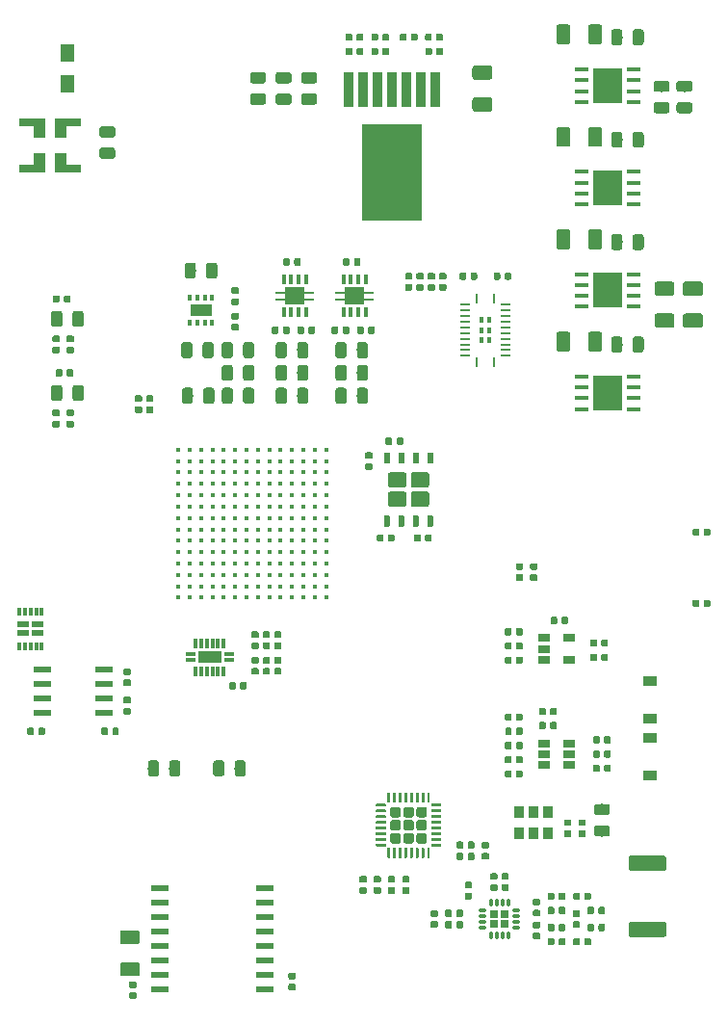
<source format=gtp>
G04 #@! TF.GenerationSoftware,KiCad,Pcbnew,(5.0.1-3-g963ef8bb5)*
G04 #@! TF.CreationDate,2019-01-29T15:30:20-08:00*
G04 #@! TF.ProjectId,controller,636F6E74726F6C6C65722E6B69636164,rev?*
G04 #@! TF.SameCoordinates,Original*
G04 #@! TF.FileFunction,Paste,Top*
G04 #@! TF.FilePolarity,Positive*
%FSLAX46Y46*%
G04 Gerber Fmt 4.6, Leading zero omitted, Abs format (unit mm)*
G04 Created by KiCad (PCBNEW (5.0.1-3-g963ef8bb5)) date Tuesday, January 29, 2019 at 03:30:20 PM*
%MOMM*%
%LPD*%
G01*
G04 APERTURE LIST*
%ADD10C,0.100000*%
%ADD11C,0.590000*%
%ADD12C,0.975000*%
%ADD13C,1.250000*%
%ADD14R,1.200000X0.900000*%
%ADD15C,1.350000*%
%ADD16R,0.890000X3.060000*%
%ADD17R,5.350000X8.540000*%
%ADD18R,0.400000X0.500000*%
%ADD19R,1.900000X1.100000*%
%ADD20R,0.825000X0.230000*%
%ADD21R,1.750000X1.500000*%
%ADD22R,0.330000X0.860000*%
%ADD23C,0.400000*%
%ADD24R,2.050000X1.050000*%
%ADD25R,0.850000X0.300000*%
%ADD26R,0.300000X0.850000*%
%ADD27R,2.600000X3.100000*%
%ADD28R,1.200000X0.450000*%
%ADD29R,0.450000X0.600000*%
%ADD30R,0.290000X0.900000*%
%ADD31R,0.900000X0.290000*%
%ADD32R,1.500000X0.600000*%
%ADD33R,1.550000X0.600000*%
%ADD34R,1.060000X0.650000*%
%ADD35R,0.730000X0.730000*%
%ADD36O,0.300000X0.750000*%
%ADD37O,0.750000X0.300000*%
%ADD38R,0.820000X1.050000*%
%ADD39C,0.250000*%
%ADD40C,0.930000*%
%ADD41R,1.200000X1.500000*%
%ADD42R,1.050000X0.600000*%
%ADD43R,0.300000X0.650000*%
%ADD44R,1.000000X1.700000*%
%ADD45R,1.400000X0.700000*%
%ADD46C,1.370000*%
%ADD47C,0.500000*%
G04 APERTURE END LIST*
D10*
G04 #@! TO.C,U2003*
G36*
X126080000Y-60169938D02*
X126080000Y-59660000D01*
X126720558Y-59660000D01*
X126720558Y-60169938D01*
X126080000Y-60169938D01*
G37*
G36*
X126080000Y-60840059D02*
X126080000Y-60330000D01*
X126720072Y-60330000D01*
X126720072Y-60840059D01*
X126080000Y-60840059D01*
G37*
G36*
X125280000Y-60169936D02*
X125280000Y-59660000D01*
X125919936Y-59660000D01*
X125919936Y-60169936D01*
X125280000Y-60169936D01*
G37*
G36*
X125280000Y-60840533D02*
X125280000Y-60330000D01*
X125919928Y-60330000D01*
X125919928Y-60840533D01*
X125280000Y-60840533D01*
G37*
G04 #@! TO.C,U2004*
G36*
X131330000Y-60169938D02*
X131330000Y-59660000D01*
X131970558Y-59660000D01*
X131970558Y-60169938D01*
X131330000Y-60169938D01*
G37*
G36*
X131330000Y-60840059D02*
X131330000Y-60330000D01*
X131970072Y-60330000D01*
X131970072Y-60840059D01*
X131330000Y-60840059D01*
G37*
G36*
X130530000Y-60169936D02*
X130530000Y-59660000D01*
X131169936Y-59660000D01*
X131169936Y-60169936D01*
X130530000Y-60169936D01*
G37*
G36*
X130530000Y-60840533D02*
X130530000Y-60330000D01*
X131169928Y-60330000D01*
X131169928Y-60840533D01*
X130530000Y-60840533D01*
G37*
G04 #@! TD*
G04 #@! TO.C,C2001*
G36*
X131896958Y-38430710D02*
X131911276Y-38432834D01*
X131925317Y-38436351D01*
X131938946Y-38441228D01*
X131952031Y-38447417D01*
X131964447Y-38454858D01*
X131976073Y-38463481D01*
X131986798Y-38473202D01*
X131996519Y-38483927D01*
X132005142Y-38495553D01*
X132012583Y-38507969D01*
X132018772Y-38521054D01*
X132023649Y-38534683D01*
X132027166Y-38548724D01*
X132029290Y-38563042D01*
X132030000Y-38577500D01*
X132030000Y-38922500D01*
X132029290Y-38936958D01*
X132027166Y-38951276D01*
X132023649Y-38965317D01*
X132018772Y-38978946D01*
X132012583Y-38992031D01*
X132005142Y-39004447D01*
X131996519Y-39016073D01*
X131986798Y-39026798D01*
X131976073Y-39036519D01*
X131964447Y-39045142D01*
X131952031Y-39052583D01*
X131938946Y-39058772D01*
X131925317Y-39063649D01*
X131911276Y-39067166D01*
X131896958Y-39069290D01*
X131882500Y-39070000D01*
X131587500Y-39070000D01*
X131573042Y-39069290D01*
X131558724Y-39067166D01*
X131544683Y-39063649D01*
X131531054Y-39058772D01*
X131517969Y-39052583D01*
X131505553Y-39045142D01*
X131493927Y-39036519D01*
X131483202Y-39026798D01*
X131473481Y-39016073D01*
X131464858Y-39004447D01*
X131457417Y-38992031D01*
X131451228Y-38978946D01*
X131446351Y-38965317D01*
X131442834Y-38951276D01*
X131440710Y-38936958D01*
X131440000Y-38922500D01*
X131440000Y-38577500D01*
X131440710Y-38563042D01*
X131442834Y-38548724D01*
X131446351Y-38534683D01*
X131451228Y-38521054D01*
X131457417Y-38507969D01*
X131464858Y-38495553D01*
X131473481Y-38483927D01*
X131483202Y-38473202D01*
X131493927Y-38463481D01*
X131505553Y-38454858D01*
X131517969Y-38447417D01*
X131531054Y-38441228D01*
X131544683Y-38436351D01*
X131558724Y-38432834D01*
X131573042Y-38430710D01*
X131587500Y-38430000D01*
X131882500Y-38430000D01*
X131896958Y-38430710D01*
X131896958Y-38430710D01*
G37*
D11*
X131735000Y-38750000D03*
D10*
G36*
X130926958Y-38430710D02*
X130941276Y-38432834D01*
X130955317Y-38436351D01*
X130968946Y-38441228D01*
X130982031Y-38447417D01*
X130994447Y-38454858D01*
X131006073Y-38463481D01*
X131016798Y-38473202D01*
X131026519Y-38483927D01*
X131035142Y-38495553D01*
X131042583Y-38507969D01*
X131048772Y-38521054D01*
X131053649Y-38534683D01*
X131057166Y-38548724D01*
X131059290Y-38563042D01*
X131060000Y-38577500D01*
X131060000Y-38922500D01*
X131059290Y-38936958D01*
X131057166Y-38951276D01*
X131053649Y-38965317D01*
X131048772Y-38978946D01*
X131042583Y-38992031D01*
X131035142Y-39004447D01*
X131026519Y-39016073D01*
X131016798Y-39026798D01*
X131006073Y-39036519D01*
X130994447Y-39045142D01*
X130982031Y-39052583D01*
X130968946Y-39058772D01*
X130955317Y-39063649D01*
X130941276Y-39067166D01*
X130926958Y-39069290D01*
X130912500Y-39070000D01*
X130617500Y-39070000D01*
X130603042Y-39069290D01*
X130588724Y-39067166D01*
X130574683Y-39063649D01*
X130561054Y-39058772D01*
X130547969Y-39052583D01*
X130535553Y-39045142D01*
X130523927Y-39036519D01*
X130513202Y-39026798D01*
X130503481Y-39016073D01*
X130494858Y-39004447D01*
X130487417Y-38992031D01*
X130481228Y-38978946D01*
X130476351Y-38965317D01*
X130472834Y-38951276D01*
X130470710Y-38936958D01*
X130470000Y-38922500D01*
X130470000Y-38577500D01*
X130470710Y-38563042D01*
X130472834Y-38548724D01*
X130476351Y-38534683D01*
X130481228Y-38521054D01*
X130487417Y-38507969D01*
X130494858Y-38495553D01*
X130503481Y-38483927D01*
X130513202Y-38473202D01*
X130523927Y-38463481D01*
X130535553Y-38454858D01*
X130547969Y-38447417D01*
X130561054Y-38441228D01*
X130574683Y-38436351D01*
X130588724Y-38432834D01*
X130603042Y-38430710D01*
X130617500Y-38430000D01*
X130912500Y-38430000D01*
X130926958Y-38430710D01*
X130926958Y-38430710D01*
G37*
D11*
X130765000Y-38750000D03*
G04 #@! TD*
D10*
G04 #@! TO.C,C2002*
G36*
X134146958Y-38430710D02*
X134161276Y-38432834D01*
X134175317Y-38436351D01*
X134188946Y-38441228D01*
X134202031Y-38447417D01*
X134214447Y-38454858D01*
X134226073Y-38463481D01*
X134236798Y-38473202D01*
X134246519Y-38483927D01*
X134255142Y-38495553D01*
X134262583Y-38507969D01*
X134268772Y-38521054D01*
X134273649Y-38534683D01*
X134277166Y-38548724D01*
X134279290Y-38563042D01*
X134280000Y-38577500D01*
X134280000Y-38922500D01*
X134279290Y-38936958D01*
X134277166Y-38951276D01*
X134273649Y-38965317D01*
X134268772Y-38978946D01*
X134262583Y-38992031D01*
X134255142Y-39004447D01*
X134246519Y-39016073D01*
X134236798Y-39026798D01*
X134226073Y-39036519D01*
X134214447Y-39045142D01*
X134202031Y-39052583D01*
X134188946Y-39058772D01*
X134175317Y-39063649D01*
X134161276Y-39067166D01*
X134146958Y-39069290D01*
X134132500Y-39070000D01*
X133837500Y-39070000D01*
X133823042Y-39069290D01*
X133808724Y-39067166D01*
X133794683Y-39063649D01*
X133781054Y-39058772D01*
X133767969Y-39052583D01*
X133755553Y-39045142D01*
X133743927Y-39036519D01*
X133733202Y-39026798D01*
X133723481Y-39016073D01*
X133714858Y-39004447D01*
X133707417Y-38992031D01*
X133701228Y-38978946D01*
X133696351Y-38965317D01*
X133692834Y-38951276D01*
X133690710Y-38936958D01*
X133690000Y-38922500D01*
X133690000Y-38577500D01*
X133690710Y-38563042D01*
X133692834Y-38548724D01*
X133696351Y-38534683D01*
X133701228Y-38521054D01*
X133707417Y-38507969D01*
X133714858Y-38495553D01*
X133723481Y-38483927D01*
X133733202Y-38473202D01*
X133743927Y-38463481D01*
X133755553Y-38454858D01*
X133767969Y-38447417D01*
X133781054Y-38441228D01*
X133794683Y-38436351D01*
X133808724Y-38432834D01*
X133823042Y-38430710D01*
X133837500Y-38430000D01*
X134132500Y-38430000D01*
X134146958Y-38430710D01*
X134146958Y-38430710D01*
G37*
D11*
X133985000Y-38750000D03*
D10*
G36*
X133176958Y-38430710D02*
X133191276Y-38432834D01*
X133205317Y-38436351D01*
X133218946Y-38441228D01*
X133232031Y-38447417D01*
X133244447Y-38454858D01*
X133256073Y-38463481D01*
X133266798Y-38473202D01*
X133276519Y-38483927D01*
X133285142Y-38495553D01*
X133292583Y-38507969D01*
X133298772Y-38521054D01*
X133303649Y-38534683D01*
X133307166Y-38548724D01*
X133309290Y-38563042D01*
X133310000Y-38577500D01*
X133310000Y-38922500D01*
X133309290Y-38936958D01*
X133307166Y-38951276D01*
X133303649Y-38965317D01*
X133298772Y-38978946D01*
X133292583Y-38992031D01*
X133285142Y-39004447D01*
X133276519Y-39016073D01*
X133266798Y-39026798D01*
X133256073Y-39036519D01*
X133244447Y-39045142D01*
X133232031Y-39052583D01*
X133218946Y-39058772D01*
X133205317Y-39063649D01*
X133191276Y-39067166D01*
X133176958Y-39069290D01*
X133162500Y-39070000D01*
X132867500Y-39070000D01*
X132853042Y-39069290D01*
X132838724Y-39067166D01*
X132824683Y-39063649D01*
X132811054Y-39058772D01*
X132797969Y-39052583D01*
X132785553Y-39045142D01*
X132773927Y-39036519D01*
X132763202Y-39026798D01*
X132753481Y-39016073D01*
X132744858Y-39004447D01*
X132737417Y-38992031D01*
X132731228Y-38978946D01*
X132726351Y-38965317D01*
X132722834Y-38951276D01*
X132720710Y-38936958D01*
X132720000Y-38922500D01*
X132720000Y-38577500D01*
X132720710Y-38563042D01*
X132722834Y-38548724D01*
X132726351Y-38534683D01*
X132731228Y-38521054D01*
X132737417Y-38507969D01*
X132744858Y-38495553D01*
X132753481Y-38483927D01*
X132763202Y-38473202D01*
X132773927Y-38463481D01*
X132785553Y-38454858D01*
X132797969Y-38447417D01*
X132811054Y-38441228D01*
X132824683Y-38436351D01*
X132838724Y-38432834D01*
X132853042Y-38430710D01*
X132867500Y-38430000D01*
X133162500Y-38430000D01*
X133176958Y-38430710D01*
X133176958Y-38430710D01*
G37*
D11*
X133015000Y-38750000D03*
G04 #@! TD*
D10*
G04 #@! TO.C,C2003*
G36*
X109980142Y-47201174D02*
X110003803Y-47204684D01*
X110027007Y-47210496D01*
X110049529Y-47218554D01*
X110071153Y-47228782D01*
X110091670Y-47241079D01*
X110110883Y-47255329D01*
X110128607Y-47271393D01*
X110144671Y-47289117D01*
X110158921Y-47308330D01*
X110171218Y-47328847D01*
X110181446Y-47350471D01*
X110189504Y-47372993D01*
X110195316Y-47396197D01*
X110198826Y-47419858D01*
X110200000Y-47443750D01*
X110200000Y-47931250D01*
X110198826Y-47955142D01*
X110195316Y-47978803D01*
X110189504Y-48002007D01*
X110181446Y-48024529D01*
X110171218Y-48046153D01*
X110158921Y-48066670D01*
X110144671Y-48085883D01*
X110128607Y-48103607D01*
X110110883Y-48119671D01*
X110091670Y-48133921D01*
X110071153Y-48146218D01*
X110049529Y-48156446D01*
X110027007Y-48164504D01*
X110003803Y-48170316D01*
X109980142Y-48173826D01*
X109956250Y-48175000D01*
X109043750Y-48175000D01*
X109019858Y-48173826D01*
X108996197Y-48170316D01*
X108972993Y-48164504D01*
X108950471Y-48156446D01*
X108928847Y-48146218D01*
X108908330Y-48133921D01*
X108889117Y-48119671D01*
X108871393Y-48103607D01*
X108855329Y-48085883D01*
X108841079Y-48066670D01*
X108828782Y-48046153D01*
X108818554Y-48024529D01*
X108810496Y-48002007D01*
X108804684Y-47978803D01*
X108801174Y-47955142D01*
X108800000Y-47931250D01*
X108800000Y-47443750D01*
X108801174Y-47419858D01*
X108804684Y-47396197D01*
X108810496Y-47372993D01*
X108818554Y-47350471D01*
X108828782Y-47328847D01*
X108841079Y-47308330D01*
X108855329Y-47289117D01*
X108871393Y-47271393D01*
X108889117Y-47255329D01*
X108908330Y-47241079D01*
X108928847Y-47228782D01*
X108950471Y-47218554D01*
X108972993Y-47210496D01*
X108996197Y-47204684D01*
X109019858Y-47201174D01*
X109043750Y-47200000D01*
X109956250Y-47200000D01*
X109980142Y-47201174D01*
X109980142Y-47201174D01*
G37*
D12*
X109500000Y-47687500D03*
D10*
G36*
X109980142Y-45326174D02*
X110003803Y-45329684D01*
X110027007Y-45335496D01*
X110049529Y-45343554D01*
X110071153Y-45353782D01*
X110091670Y-45366079D01*
X110110883Y-45380329D01*
X110128607Y-45396393D01*
X110144671Y-45414117D01*
X110158921Y-45433330D01*
X110171218Y-45453847D01*
X110181446Y-45475471D01*
X110189504Y-45497993D01*
X110195316Y-45521197D01*
X110198826Y-45544858D01*
X110200000Y-45568750D01*
X110200000Y-46056250D01*
X110198826Y-46080142D01*
X110195316Y-46103803D01*
X110189504Y-46127007D01*
X110181446Y-46149529D01*
X110171218Y-46171153D01*
X110158921Y-46191670D01*
X110144671Y-46210883D01*
X110128607Y-46228607D01*
X110110883Y-46244671D01*
X110091670Y-46258921D01*
X110071153Y-46271218D01*
X110049529Y-46281446D01*
X110027007Y-46289504D01*
X110003803Y-46295316D01*
X109980142Y-46298826D01*
X109956250Y-46300000D01*
X109043750Y-46300000D01*
X109019858Y-46298826D01*
X108996197Y-46295316D01*
X108972993Y-46289504D01*
X108950471Y-46281446D01*
X108928847Y-46271218D01*
X108908330Y-46258921D01*
X108889117Y-46244671D01*
X108871393Y-46228607D01*
X108855329Y-46210883D01*
X108841079Y-46191670D01*
X108828782Y-46171153D01*
X108818554Y-46149529D01*
X108810496Y-46127007D01*
X108804684Y-46103803D01*
X108801174Y-46080142D01*
X108800000Y-46056250D01*
X108800000Y-45568750D01*
X108801174Y-45544858D01*
X108804684Y-45521197D01*
X108810496Y-45497993D01*
X108818554Y-45475471D01*
X108828782Y-45453847D01*
X108841079Y-45433330D01*
X108855329Y-45414117D01*
X108871393Y-45396393D01*
X108889117Y-45380329D01*
X108908330Y-45366079D01*
X108928847Y-45353782D01*
X108950471Y-45343554D01*
X108972993Y-45335496D01*
X108996197Y-45329684D01*
X109019858Y-45326174D01*
X109043750Y-45325000D01*
X109956250Y-45325000D01*
X109980142Y-45326174D01*
X109980142Y-45326174D01*
G37*
D12*
X109500000Y-45812500D03*
G04 #@! TD*
D10*
G04 #@! TO.C,C2004*
G36*
X143124503Y-42776204D02*
X143148772Y-42779804D01*
X143172570Y-42785765D01*
X143195670Y-42794030D01*
X143217848Y-42804520D01*
X143238892Y-42817133D01*
X143258597Y-42831747D01*
X143276776Y-42848223D01*
X143293252Y-42866402D01*
X143307866Y-42886107D01*
X143320479Y-42907151D01*
X143330969Y-42929329D01*
X143339234Y-42952429D01*
X143345195Y-42976227D01*
X143348795Y-43000496D01*
X143349999Y-43025000D01*
X143349999Y-43775000D01*
X143348795Y-43799504D01*
X143345195Y-43823773D01*
X143339234Y-43847571D01*
X143330969Y-43870671D01*
X143320479Y-43892849D01*
X143307866Y-43913893D01*
X143293252Y-43933598D01*
X143276776Y-43951777D01*
X143258597Y-43968253D01*
X143238892Y-43982867D01*
X143217848Y-43995480D01*
X143195670Y-44005970D01*
X143172570Y-44014235D01*
X143148772Y-44020196D01*
X143124503Y-44023796D01*
X143099999Y-44025000D01*
X141849999Y-44025000D01*
X141825495Y-44023796D01*
X141801226Y-44020196D01*
X141777428Y-44014235D01*
X141754328Y-44005970D01*
X141732150Y-43995480D01*
X141711106Y-43982867D01*
X141691401Y-43968253D01*
X141673222Y-43951777D01*
X141656746Y-43933598D01*
X141642132Y-43913893D01*
X141629519Y-43892849D01*
X141619029Y-43870671D01*
X141610764Y-43847571D01*
X141604803Y-43823773D01*
X141601203Y-43799504D01*
X141599999Y-43775000D01*
X141599999Y-43025000D01*
X141601203Y-43000496D01*
X141604803Y-42976227D01*
X141610764Y-42952429D01*
X141619029Y-42929329D01*
X141629519Y-42907151D01*
X141642132Y-42886107D01*
X141656746Y-42866402D01*
X141673222Y-42848223D01*
X141691401Y-42831747D01*
X141711106Y-42817133D01*
X141732150Y-42804520D01*
X141754328Y-42794030D01*
X141777428Y-42785765D01*
X141801226Y-42779804D01*
X141825495Y-42776204D01*
X141849999Y-42775000D01*
X143099999Y-42775000D01*
X143124503Y-42776204D01*
X143124503Y-42776204D01*
G37*
D13*
X142474999Y-43400000D03*
D10*
G36*
X143124503Y-39976204D02*
X143148772Y-39979804D01*
X143172570Y-39985765D01*
X143195670Y-39994030D01*
X143217848Y-40004520D01*
X143238892Y-40017133D01*
X143258597Y-40031747D01*
X143276776Y-40048223D01*
X143293252Y-40066402D01*
X143307866Y-40086107D01*
X143320479Y-40107151D01*
X143330969Y-40129329D01*
X143339234Y-40152429D01*
X143345195Y-40176227D01*
X143348795Y-40200496D01*
X143349999Y-40225000D01*
X143349999Y-40975000D01*
X143348795Y-40999504D01*
X143345195Y-41023773D01*
X143339234Y-41047571D01*
X143330969Y-41070671D01*
X143320479Y-41092849D01*
X143307866Y-41113893D01*
X143293252Y-41133598D01*
X143276776Y-41151777D01*
X143258597Y-41168253D01*
X143238892Y-41182867D01*
X143217848Y-41195480D01*
X143195670Y-41205970D01*
X143172570Y-41214235D01*
X143148772Y-41220196D01*
X143124503Y-41223796D01*
X143099999Y-41225000D01*
X141849999Y-41225000D01*
X141825495Y-41223796D01*
X141801226Y-41220196D01*
X141777428Y-41214235D01*
X141754328Y-41205970D01*
X141732150Y-41195480D01*
X141711106Y-41182867D01*
X141691401Y-41168253D01*
X141673222Y-41151777D01*
X141656746Y-41133598D01*
X141642132Y-41113893D01*
X141629519Y-41092849D01*
X141619029Y-41070671D01*
X141610764Y-41047571D01*
X141604803Y-41023773D01*
X141601203Y-40999504D01*
X141599999Y-40975000D01*
X141599999Y-40225000D01*
X141601203Y-40200496D01*
X141604803Y-40176227D01*
X141610764Y-40152429D01*
X141619029Y-40129329D01*
X141629519Y-40107151D01*
X141642132Y-40086107D01*
X141656746Y-40066402D01*
X141673222Y-40048223D01*
X141691401Y-40031747D01*
X141711106Y-40017133D01*
X141732150Y-40004520D01*
X141754328Y-39994030D01*
X141777428Y-39985765D01*
X141801226Y-39979804D01*
X141825495Y-39976204D01*
X141849999Y-39975000D01*
X143099999Y-39975000D01*
X143124503Y-39976204D01*
X143124503Y-39976204D01*
G37*
D13*
X142474999Y-40600000D03*
G04 #@! TD*
D10*
G04 #@! TO.C,C2005*
G36*
X127730142Y-42451174D02*
X127753803Y-42454684D01*
X127777007Y-42460496D01*
X127799529Y-42468554D01*
X127821153Y-42478782D01*
X127841670Y-42491079D01*
X127860883Y-42505329D01*
X127878607Y-42521393D01*
X127894671Y-42539117D01*
X127908921Y-42558330D01*
X127921218Y-42578847D01*
X127931446Y-42600471D01*
X127939504Y-42622993D01*
X127945316Y-42646197D01*
X127948826Y-42669858D01*
X127950000Y-42693750D01*
X127950000Y-43181250D01*
X127948826Y-43205142D01*
X127945316Y-43228803D01*
X127939504Y-43252007D01*
X127931446Y-43274529D01*
X127921218Y-43296153D01*
X127908921Y-43316670D01*
X127894671Y-43335883D01*
X127878607Y-43353607D01*
X127860883Y-43369671D01*
X127841670Y-43383921D01*
X127821153Y-43396218D01*
X127799529Y-43406446D01*
X127777007Y-43414504D01*
X127753803Y-43420316D01*
X127730142Y-43423826D01*
X127706250Y-43425000D01*
X126793750Y-43425000D01*
X126769858Y-43423826D01*
X126746197Y-43420316D01*
X126722993Y-43414504D01*
X126700471Y-43406446D01*
X126678847Y-43396218D01*
X126658330Y-43383921D01*
X126639117Y-43369671D01*
X126621393Y-43353607D01*
X126605329Y-43335883D01*
X126591079Y-43316670D01*
X126578782Y-43296153D01*
X126568554Y-43274529D01*
X126560496Y-43252007D01*
X126554684Y-43228803D01*
X126551174Y-43205142D01*
X126550000Y-43181250D01*
X126550000Y-42693750D01*
X126551174Y-42669858D01*
X126554684Y-42646197D01*
X126560496Y-42622993D01*
X126568554Y-42600471D01*
X126578782Y-42578847D01*
X126591079Y-42558330D01*
X126605329Y-42539117D01*
X126621393Y-42521393D01*
X126639117Y-42505329D01*
X126658330Y-42491079D01*
X126678847Y-42478782D01*
X126700471Y-42468554D01*
X126722993Y-42460496D01*
X126746197Y-42454684D01*
X126769858Y-42451174D01*
X126793750Y-42450000D01*
X127706250Y-42450000D01*
X127730142Y-42451174D01*
X127730142Y-42451174D01*
G37*
D12*
X127250000Y-42937500D03*
D10*
G36*
X127730142Y-40576174D02*
X127753803Y-40579684D01*
X127777007Y-40585496D01*
X127799529Y-40593554D01*
X127821153Y-40603782D01*
X127841670Y-40616079D01*
X127860883Y-40630329D01*
X127878607Y-40646393D01*
X127894671Y-40664117D01*
X127908921Y-40683330D01*
X127921218Y-40703847D01*
X127931446Y-40725471D01*
X127939504Y-40747993D01*
X127945316Y-40771197D01*
X127948826Y-40794858D01*
X127950000Y-40818750D01*
X127950000Y-41306250D01*
X127948826Y-41330142D01*
X127945316Y-41353803D01*
X127939504Y-41377007D01*
X127931446Y-41399529D01*
X127921218Y-41421153D01*
X127908921Y-41441670D01*
X127894671Y-41460883D01*
X127878607Y-41478607D01*
X127860883Y-41494671D01*
X127841670Y-41508921D01*
X127821153Y-41521218D01*
X127799529Y-41531446D01*
X127777007Y-41539504D01*
X127753803Y-41545316D01*
X127730142Y-41548826D01*
X127706250Y-41550000D01*
X126793750Y-41550000D01*
X126769858Y-41548826D01*
X126746197Y-41545316D01*
X126722993Y-41539504D01*
X126700471Y-41531446D01*
X126678847Y-41521218D01*
X126658330Y-41508921D01*
X126639117Y-41494671D01*
X126621393Y-41478607D01*
X126605329Y-41460883D01*
X126591079Y-41441670D01*
X126578782Y-41421153D01*
X126568554Y-41399529D01*
X126560496Y-41377007D01*
X126554684Y-41353803D01*
X126551174Y-41330142D01*
X126550000Y-41306250D01*
X126550000Y-40818750D01*
X126551174Y-40794858D01*
X126554684Y-40771197D01*
X126560496Y-40747993D01*
X126568554Y-40725471D01*
X126578782Y-40703847D01*
X126591079Y-40683330D01*
X126605329Y-40664117D01*
X126621393Y-40646393D01*
X126639117Y-40630329D01*
X126658330Y-40616079D01*
X126678847Y-40603782D01*
X126700471Y-40593554D01*
X126722993Y-40585496D01*
X126746197Y-40579684D01*
X126769858Y-40576174D01*
X126793750Y-40575000D01*
X127706250Y-40575000D01*
X127730142Y-40576174D01*
X127730142Y-40576174D01*
G37*
D12*
X127250000Y-41062500D03*
G04 #@! TD*
D10*
G04 #@! TO.C,C2007*
G36*
X118955142Y-57301174D02*
X118978803Y-57304684D01*
X119002007Y-57310496D01*
X119024529Y-57318554D01*
X119046153Y-57328782D01*
X119066670Y-57341079D01*
X119085883Y-57355329D01*
X119103607Y-57371393D01*
X119119671Y-57389117D01*
X119133921Y-57408330D01*
X119146218Y-57428847D01*
X119156446Y-57450471D01*
X119164504Y-57472993D01*
X119170316Y-57496197D01*
X119173826Y-57519858D01*
X119175000Y-57543750D01*
X119175000Y-58456250D01*
X119173826Y-58480142D01*
X119170316Y-58503803D01*
X119164504Y-58527007D01*
X119156446Y-58549529D01*
X119146218Y-58571153D01*
X119133921Y-58591670D01*
X119119671Y-58610883D01*
X119103607Y-58628607D01*
X119085883Y-58644671D01*
X119066670Y-58658921D01*
X119046153Y-58671218D01*
X119024529Y-58681446D01*
X119002007Y-58689504D01*
X118978803Y-58695316D01*
X118955142Y-58698826D01*
X118931250Y-58700000D01*
X118443750Y-58700000D01*
X118419858Y-58698826D01*
X118396197Y-58695316D01*
X118372993Y-58689504D01*
X118350471Y-58681446D01*
X118328847Y-58671218D01*
X118308330Y-58658921D01*
X118289117Y-58644671D01*
X118271393Y-58628607D01*
X118255329Y-58610883D01*
X118241079Y-58591670D01*
X118228782Y-58571153D01*
X118218554Y-58549529D01*
X118210496Y-58527007D01*
X118204684Y-58503803D01*
X118201174Y-58480142D01*
X118200000Y-58456250D01*
X118200000Y-57543750D01*
X118201174Y-57519858D01*
X118204684Y-57496197D01*
X118210496Y-57472993D01*
X118218554Y-57450471D01*
X118228782Y-57428847D01*
X118241079Y-57408330D01*
X118255329Y-57389117D01*
X118271393Y-57371393D01*
X118289117Y-57355329D01*
X118308330Y-57341079D01*
X118328847Y-57328782D01*
X118350471Y-57318554D01*
X118372993Y-57310496D01*
X118396197Y-57304684D01*
X118419858Y-57301174D01*
X118443750Y-57300000D01*
X118931250Y-57300000D01*
X118955142Y-57301174D01*
X118955142Y-57301174D01*
G37*
D12*
X118687500Y-58000000D03*
D10*
G36*
X117080142Y-57301174D02*
X117103803Y-57304684D01*
X117127007Y-57310496D01*
X117149529Y-57318554D01*
X117171153Y-57328782D01*
X117191670Y-57341079D01*
X117210883Y-57355329D01*
X117228607Y-57371393D01*
X117244671Y-57389117D01*
X117258921Y-57408330D01*
X117271218Y-57428847D01*
X117281446Y-57450471D01*
X117289504Y-57472993D01*
X117295316Y-57496197D01*
X117298826Y-57519858D01*
X117300000Y-57543750D01*
X117300000Y-58456250D01*
X117298826Y-58480142D01*
X117295316Y-58503803D01*
X117289504Y-58527007D01*
X117281446Y-58549529D01*
X117271218Y-58571153D01*
X117258921Y-58591670D01*
X117244671Y-58610883D01*
X117228607Y-58628607D01*
X117210883Y-58644671D01*
X117191670Y-58658921D01*
X117171153Y-58671218D01*
X117149529Y-58681446D01*
X117127007Y-58689504D01*
X117103803Y-58695316D01*
X117080142Y-58698826D01*
X117056250Y-58700000D01*
X116568750Y-58700000D01*
X116544858Y-58698826D01*
X116521197Y-58695316D01*
X116497993Y-58689504D01*
X116475471Y-58681446D01*
X116453847Y-58671218D01*
X116433330Y-58658921D01*
X116414117Y-58644671D01*
X116396393Y-58628607D01*
X116380329Y-58610883D01*
X116366079Y-58591670D01*
X116353782Y-58571153D01*
X116343554Y-58549529D01*
X116335496Y-58527007D01*
X116329684Y-58503803D01*
X116326174Y-58480142D01*
X116325000Y-58456250D01*
X116325000Y-57543750D01*
X116326174Y-57519858D01*
X116329684Y-57496197D01*
X116335496Y-57472993D01*
X116343554Y-57450471D01*
X116353782Y-57428847D01*
X116366079Y-57408330D01*
X116380329Y-57389117D01*
X116396393Y-57371393D01*
X116414117Y-57355329D01*
X116433330Y-57341079D01*
X116453847Y-57328782D01*
X116475471Y-57318554D01*
X116497993Y-57310496D01*
X116521197Y-57304684D01*
X116544858Y-57301174D01*
X116568750Y-57300000D01*
X117056250Y-57300000D01*
X117080142Y-57301174D01*
X117080142Y-57301174D01*
G37*
D12*
X116812500Y-58000000D03*
G04 #@! TD*
D10*
G04 #@! TO.C,C2008*
G36*
X125426958Y-56930710D02*
X125441276Y-56932834D01*
X125455317Y-56936351D01*
X125468946Y-56941228D01*
X125482031Y-56947417D01*
X125494447Y-56954858D01*
X125506073Y-56963481D01*
X125516798Y-56973202D01*
X125526519Y-56983927D01*
X125535142Y-56995553D01*
X125542583Y-57007969D01*
X125548772Y-57021054D01*
X125553649Y-57034683D01*
X125557166Y-57048724D01*
X125559290Y-57063042D01*
X125560000Y-57077500D01*
X125560000Y-57422500D01*
X125559290Y-57436958D01*
X125557166Y-57451276D01*
X125553649Y-57465317D01*
X125548772Y-57478946D01*
X125542583Y-57492031D01*
X125535142Y-57504447D01*
X125526519Y-57516073D01*
X125516798Y-57526798D01*
X125506073Y-57536519D01*
X125494447Y-57545142D01*
X125482031Y-57552583D01*
X125468946Y-57558772D01*
X125455317Y-57563649D01*
X125441276Y-57567166D01*
X125426958Y-57569290D01*
X125412500Y-57570000D01*
X125117500Y-57570000D01*
X125103042Y-57569290D01*
X125088724Y-57567166D01*
X125074683Y-57563649D01*
X125061054Y-57558772D01*
X125047969Y-57552583D01*
X125035553Y-57545142D01*
X125023927Y-57536519D01*
X125013202Y-57526798D01*
X125003481Y-57516073D01*
X124994858Y-57504447D01*
X124987417Y-57492031D01*
X124981228Y-57478946D01*
X124976351Y-57465317D01*
X124972834Y-57451276D01*
X124970710Y-57436958D01*
X124970000Y-57422500D01*
X124970000Y-57077500D01*
X124970710Y-57063042D01*
X124972834Y-57048724D01*
X124976351Y-57034683D01*
X124981228Y-57021054D01*
X124987417Y-57007969D01*
X124994858Y-56995553D01*
X125003481Y-56983927D01*
X125013202Y-56973202D01*
X125023927Y-56963481D01*
X125035553Y-56954858D01*
X125047969Y-56947417D01*
X125061054Y-56941228D01*
X125074683Y-56936351D01*
X125088724Y-56932834D01*
X125103042Y-56930710D01*
X125117500Y-56930000D01*
X125412500Y-56930000D01*
X125426958Y-56930710D01*
X125426958Y-56930710D01*
G37*
D11*
X125265000Y-57250000D03*
D10*
G36*
X126396958Y-56930710D02*
X126411276Y-56932834D01*
X126425317Y-56936351D01*
X126438946Y-56941228D01*
X126452031Y-56947417D01*
X126464447Y-56954858D01*
X126476073Y-56963481D01*
X126486798Y-56973202D01*
X126496519Y-56983927D01*
X126505142Y-56995553D01*
X126512583Y-57007969D01*
X126518772Y-57021054D01*
X126523649Y-57034683D01*
X126527166Y-57048724D01*
X126529290Y-57063042D01*
X126530000Y-57077500D01*
X126530000Y-57422500D01*
X126529290Y-57436958D01*
X126527166Y-57451276D01*
X126523649Y-57465317D01*
X126518772Y-57478946D01*
X126512583Y-57492031D01*
X126505142Y-57504447D01*
X126496519Y-57516073D01*
X126486798Y-57526798D01*
X126476073Y-57536519D01*
X126464447Y-57545142D01*
X126452031Y-57552583D01*
X126438946Y-57558772D01*
X126425317Y-57563649D01*
X126411276Y-57567166D01*
X126396958Y-57569290D01*
X126382500Y-57570000D01*
X126087500Y-57570000D01*
X126073042Y-57569290D01*
X126058724Y-57567166D01*
X126044683Y-57563649D01*
X126031054Y-57558772D01*
X126017969Y-57552583D01*
X126005553Y-57545142D01*
X125993927Y-57536519D01*
X125983202Y-57526798D01*
X125973481Y-57516073D01*
X125964858Y-57504447D01*
X125957417Y-57492031D01*
X125951228Y-57478946D01*
X125946351Y-57465317D01*
X125942834Y-57451276D01*
X125940710Y-57436958D01*
X125940000Y-57422500D01*
X125940000Y-57077500D01*
X125940710Y-57063042D01*
X125942834Y-57048724D01*
X125946351Y-57034683D01*
X125951228Y-57021054D01*
X125957417Y-57007969D01*
X125964858Y-56995553D01*
X125973481Y-56983927D01*
X125983202Y-56973202D01*
X125993927Y-56963481D01*
X126005553Y-56954858D01*
X126017969Y-56947417D01*
X126031054Y-56941228D01*
X126044683Y-56936351D01*
X126058724Y-56932834D01*
X126073042Y-56930710D01*
X126087500Y-56930000D01*
X126382500Y-56930000D01*
X126396958Y-56930710D01*
X126396958Y-56930710D01*
G37*
D11*
X126235000Y-57250000D03*
G04 #@! TD*
D10*
G04 #@! TO.C,C2009*
G36*
X130676958Y-56930710D02*
X130691276Y-56932834D01*
X130705317Y-56936351D01*
X130718946Y-56941228D01*
X130732031Y-56947417D01*
X130744447Y-56954858D01*
X130756073Y-56963481D01*
X130766798Y-56973202D01*
X130776519Y-56983927D01*
X130785142Y-56995553D01*
X130792583Y-57007969D01*
X130798772Y-57021054D01*
X130803649Y-57034683D01*
X130807166Y-57048724D01*
X130809290Y-57063042D01*
X130810000Y-57077500D01*
X130810000Y-57422500D01*
X130809290Y-57436958D01*
X130807166Y-57451276D01*
X130803649Y-57465317D01*
X130798772Y-57478946D01*
X130792583Y-57492031D01*
X130785142Y-57504447D01*
X130776519Y-57516073D01*
X130766798Y-57526798D01*
X130756073Y-57536519D01*
X130744447Y-57545142D01*
X130732031Y-57552583D01*
X130718946Y-57558772D01*
X130705317Y-57563649D01*
X130691276Y-57567166D01*
X130676958Y-57569290D01*
X130662500Y-57570000D01*
X130367500Y-57570000D01*
X130353042Y-57569290D01*
X130338724Y-57567166D01*
X130324683Y-57563649D01*
X130311054Y-57558772D01*
X130297969Y-57552583D01*
X130285553Y-57545142D01*
X130273927Y-57536519D01*
X130263202Y-57526798D01*
X130253481Y-57516073D01*
X130244858Y-57504447D01*
X130237417Y-57492031D01*
X130231228Y-57478946D01*
X130226351Y-57465317D01*
X130222834Y-57451276D01*
X130220710Y-57436958D01*
X130220000Y-57422500D01*
X130220000Y-57077500D01*
X130220710Y-57063042D01*
X130222834Y-57048724D01*
X130226351Y-57034683D01*
X130231228Y-57021054D01*
X130237417Y-57007969D01*
X130244858Y-56995553D01*
X130253481Y-56983927D01*
X130263202Y-56973202D01*
X130273927Y-56963481D01*
X130285553Y-56954858D01*
X130297969Y-56947417D01*
X130311054Y-56941228D01*
X130324683Y-56936351D01*
X130338724Y-56932834D01*
X130353042Y-56930710D01*
X130367500Y-56930000D01*
X130662500Y-56930000D01*
X130676958Y-56930710D01*
X130676958Y-56930710D01*
G37*
D11*
X130515000Y-57250000D03*
D10*
G36*
X131646958Y-56930710D02*
X131661276Y-56932834D01*
X131675317Y-56936351D01*
X131688946Y-56941228D01*
X131702031Y-56947417D01*
X131714447Y-56954858D01*
X131726073Y-56963481D01*
X131736798Y-56973202D01*
X131746519Y-56983927D01*
X131755142Y-56995553D01*
X131762583Y-57007969D01*
X131768772Y-57021054D01*
X131773649Y-57034683D01*
X131777166Y-57048724D01*
X131779290Y-57063042D01*
X131780000Y-57077500D01*
X131780000Y-57422500D01*
X131779290Y-57436958D01*
X131777166Y-57451276D01*
X131773649Y-57465317D01*
X131768772Y-57478946D01*
X131762583Y-57492031D01*
X131755142Y-57504447D01*
X131746519Y-57516073D01*
X131736798Y-57526798D01*
X131726073Y-57536519D01*
X131714447Y-57545142D01*
X131702031Y-57552583D01*
X131688946Y-57558772D01*
X131675317Y-57563649D01*
X131661276Y-57567166D01*
X131646958Y-57569290D01*
X131632500Y-57570000D01*
X131337500Y-57570000D01*
X131323042Y-57569290D01*
X131308724Y-57567166D01*
X131294683Y-57563649D01*
X131281054Y-57558772D01*
X131267969Y-57552583D01*
X131255553Y-57545142D01*
X131243927Y-57536519D01*
X131233202Y-57526798D01*
X131223481Y-57516073D01*
X131214858Y-57504447D01*
X131207417Y-57492031D01*
X131201228Y-57478946D01*
X131196351Y-57465317D01*
X131192834Y-57451276D01*
X131190710Y-57436958D01*
X131190000Y-57422500D01*
X131190000Y-57077500D01*
X131190710Y-57063042D01*
X131192834Y-57048724D01*
X131196351Y-57034683D01*
X131201228Y-57021054D01*
X131207417Y-57007969D01*
X131214858Y-56995553D01*
X131223481Y-56983927D01*
X131233202Y-56973202D01*
X131243927Y-56963481D01*
X131255553Y-56954858D01*
X131267969Y-56947417D01*
X131281054Y-56941228D01*
X131294683Y-56936351D01*
X131308724Y-56932834D01*
X131323042Y-56930710D01*
X131337500Y-56930000D01*
X131632500Y-56930000D01*
X131646958Y-56930710D01*
X131646958Y-56930710D01*
G37*
D11*
X131485000Y-57250000D03*
G04 #@! TD*
D10*
G04 #@! TO.C,C2010*
G36*
X126676958Y-62930710D02*
X126691276Y-62932834D01*
X126705317Y-62936351D01*
X126718946Y-62941228D01*
X126732031Y-62947417D01*
X126744447Y-62954858D01*
X126756073Y-62963481D01*
X126766798Y-62973202D01*
X126776519Y-62983927D01*
X126785142Y-62995553D01*
X126792583Y-63007969D01*
X126798772Y-63021054D01*
X126803649Y-63034683D01*
X126807166Y-63048724D01*
X126809290Y-63063042D01*
X126810000Y-63077500D01*
X126810000Y-63422500D01*
X126809290Y-63436958D01*
X126807166Y-63451276D01*
X126803649Y-63465317D01*
X126798772Y-63478946D01*
X126792583Y-63492031D01*
X126785142Y-63504447D01*
X126776519Y-63516073D01*
X126766798Y-63526798D01*
X126756073Y-63536519D01*
X126744447Y-63545142D01*
X126732031Y-63552583D01*
X126718946Y-63558772D01*
X126705317Y-63563649D01*
X126691276Y-63567166D01*
X126676958Y-63569290D01*
X126662500Y-63570000D01*
X126367500Y-63570000D01*
X126353042Y-63569290D01*
X126338724Y-63567166D01*
X126324683Y-63563649D01*
X126311054Y-63558772D01*
X126297969Y-63552583D01*
X126285553Y-63545142D01*
X126273927Y-63536519D01*
X126263202Y-63526798D01*
X126253481Y-63516073D01*
X126244858Y-63504447D01*
X126237417Y-63492031D01*
X126231228Y-63478946D01*
X126226351Y-63465317D01*
X126222834Y-63451276D01*
X126220710Y-63436958D01*
X126220000Y-63422500D01*
X126220000Y-63077500D01*
X126220710Y-63063042D01*
X126222834Y-63048724D01*
X126226351Y-63034683D01*
X126231228Y-63021054D01*
X126237417Y-63007969D01*
X126244858Y-62995553D01*
X126253481Y-62983927D01*
X126263202Y-62973202D01*
X126273927Y-62963481D01*
X126285553Y-62954858D01*
X126297969Y-62947417D01*
X126311054Y-62941228D01*
X126324683Y-62936351D01*
X126338724Y-62932834D01*
X126353042Y-62930710D01*
X126367500Y-62930000D01*
X126662500Y-62930000D01*
X126676958Y-62930710D01*
X126676958Y-62930710D01*
G37*
D11*
X126515000Y-63250000D03*
D10*
G36*
X127646958Y-62930710D02*
X127661276Y-62932834D01*
X127675317Y-62936351D01*
X127688946Y-62941228D01*
X127702031Y-62947417D01*
X127714447Y-62954858D01*
X127726073Y-62963481D01*
X127736798Y-62973202D01*
X127746519Y-62983927D01*
X127755142Y-62995553D01*
X127762583Y-63007969D01*
X127768772Y-63021054D01*
X127773649Y-63034683D01*
X127777166Y-63048724D01*
X127779290Y-63063042D01*
X127780000Y-63077500D01*
X127780000Y-63422500D01*
X127779290Y-63436958D01*
X127777166Y-63451276D01*
X127773649Y-63465317D01*
X127768772Y-63478946D01*
X127762583Y-63492031D01*
X127755142Y-63504447D01*
X127746519Y-63516073D01*
X127736798Y-63526798D01*
X127726073Y-63536519D01*
X127714447Y-63545142D01*
X127702031Y-63552583D01*
X127688946Y-63558772D01*
X127675317Y-63563649D01*
X127661276Y-63567166D01*
X127646958Y-63569290D01*
X127632500Y-63570000D01*
X127337500Y-63570000D01*
X127323042Y-63569290D01*
X127308724Y-63567166D01*
X127294683Y-63563649D01*
X127281054Y-63558772D01*
X127267969Y-63552583D01*
X127255553Y-63545142D01*
X127243927Y-63536519D01*
X127233202Y-63526798D01*
X127223481Y-63516073D01*
X127214858Y-63504447D01*
X127207417Y-63492031D01*
X127201228Y-63478946D01*
X127196351Y-63465317D01*
X127192834Y-63451276D01*
X127190710Y-63436958D01*
X127190000Y-63422500D01*
X127190000Y-63077500D01*
X127190710Y-63063042D01*
X127192834Y-63048724D01*
X127196351Y-63034683D01*
X127201228Y-63021054D01*
X127207417Y-63007969D01*
X127214858Y-62995553D01*
X127223481Y-62983927D01*
X127233202Y-62973202D01*
X127243927Y-62963481D01*
X127255553Y-62954858D01*
X127267969Y-62947417D01*
X127281054Y-62941228D01*
X127294683Y-62936351D01*
X127308724Y-62932834D01*
X127323042Y-62930710D01*
X127337500Y-62930000D01*
X127632500Y-62930000D01*
X127646958Y-62930710D01*
X127646958Y-62930710D01*
G37*
D11*
X127485000Y-63250000D03*
G04 #@! TD*
D10*
G04 #@! TO.C,C2011*
G36*
X131926958Y-62930710D02*
X131941276Y-62932834D01*
X131955317Y-62936351D01*
X131968946Y-62941228D01*
X131982031Y-62947417D01*
X131994447Y-62954858D01*
X132006073Y-62963481D01*
X132016798Y-62973202D01*
X132026519Y-62983927D01*
X132035142Y-62995553D01*
X132042583Y-63007969D01*
X132048772Y-63021054D01*
X132053649Y-63034683D01*
X132057166Y-63048724D01*
X132059290Y-63063042D01*
X132060000Y-63077500D01*
X132060000Y-63422500D01*
X132059290Y-63436958D01*
X132057166Y-63451276D01*
X132053649Y-63465317D01*
X132048772Y-63478946D01*
X132042583Y-63492031D01*
X132035142Y-63504447D01*
X132026519Y-63516073D01*
X132016798Y-63526798D01*
X132006073Y-63536519D01*
X131994447Y-63545142D01*
X131982031Y-63552583D01*
X131968946Y-63558772D01*
X131955317Y-63563649D01*
X131941276Y-63567166D01*
X131926958Y-63569290D01*
X131912500Y-63570000D01*
X131617500Y-63570000D01*
X131603042Y-63569290D01*
X131588724Y-63567166D01*
X131574683Y-63563649D01*
X131561054Y-63558772D01*
X131547969Y-63552583D01*
X131535553Y-63545142D01*
X131523927Y-63536519D01*
X131513202Y-63526798D01*
X131503481Y-63516073D01*
X131494858Y-63504447D01*
X131487417Y-63492031D01*
X131481228Y-63478946D01*
X131476351Y-63465317D01*
X131472834Y-63451276D01*
X131470710Y-63436958D01*
X131470000Y-63422500D01*
X131470000Y-63077500D01*
X131470710Y-63063042D01*
X131472834Y-63048724D01*
X131476351Y-63034683D01*
X131481228Y-63021054D01*
X131487417Y-63007969D01*
X131494858Y-62995553D01*
X131503481Y-62983927D01*
X131513202Y-62973202D01*
X131523927Y-62963481D01*
X131535553Y-62954858D01*
X131547969Y-62947417D01*
X131561054Y-62941228D01*
X131574683Y-62936351D01*
X131588724Y-62932834D01*
X131603042Y-62930710D01*
X131617500Y-62930000D01*
X131912500Y-62930000D01*
X131926958Y-62930710D01*
X131926958Y-62930710D01*
G37*
D11*
X131765000Y-63250000D03*
D10*
G36*
X132896958Y-62930710D02*
X132911276Y-62932834D01*
X132925317Y-62936351D01*
X132938946Y-62941228D01*
X132952031Y-62947417D01*
X132964447Y-62954858D01*
X132976073Y-62963481D01*
X132986798Y-62973202D01*
X132996519Y-62983927D01*
X133005142Y-62995553D01*
X133012583Y-63007969D01*
X133018772Y-63021054D01*
X133023649Y-63034683D01*
X133027166Y-63048724D01*
X133029290Y-63063042D01*
X133030000Y-63077500D01*
X133030000Y-63422500D01*
X133029290Y-63436958D01*
X133027166Y-63451276D01*
X133023649Y-63465317D01*
X133018772Y-63478946D01*
X133012583Y-63492031D01*
X133005142Y-63504447D01*
X132996519Y-63516073D01*
X132986798Y-63526798D01*
X132976073Y-63536519D01*
X132964447Y-63545142D01*
X132952031Y-63552583D01*
X132938946Y-63558772D01*
X132925317Y-63563649D01*
X132911276Y-63567166D01*
X132896958Y-63569290D01*
X132882500Y-63570000D01*
X132587500Y-63570000D01*
X132573042Y-63569290D01*
X132558724Y-63567166D01*
X132544683Y-63563649D01*
X132531054Y-63558772D01*
X132517969Y-63552583D01*
X132505553Y-63545142D01*
X132493927Y-63536519D01*
X132483202Y-63526798D01*
X132473481Y-63516073D01*
X132464858Y-63504447D01*
X132457417Y-63492031D01*
X132451228Y-63478946D01*
X132446351Y-63465317D01*
X132442834Y-63451276D01*
X132440710Y-63436958D01*
X132440000Y-63422500D01*
X132440000Y-63077500D01*
X132440710Y-63063042D01*
X132442834Y-63048724D01*
X132446351Y-63034683D01*
X132451228Y-63021054D01*
X132457417Y-63007969D01*
X132464858Y-62995553D01*
X132473481Y-62983927D01*
X132483202Y-62973202D01*
X132493927Y-62963481D01*
X132505553Y-62954858D01*
X132517969Y-62947417D01*
X132531054Y-62941228D01*
X132544683Y-62936351D01*
X132558724Y-62932834D01*
X132573042Y-62930710D01*
X132587500Y-62930000D01*
X132882500Y-62930000D01*
X132896958Y-62930710D01*
X132896958Y-62930710D01*
G37*
D11*
X132735000Y-63250000D03*
G04 #@! TD*
D10*
G04 #@! TO.C,C2013*
G36*
X125396958Y-62930710D02*
X125411276Y-62932834D01*
X125425317Y-62936351D01*
X125438946Y-62941228D01*
X125452031Y-62947417D01*
X125464447Y-62954858D01*
X125476073Y-62963481D01*
X125486798Y-62973202D01*
X125496519Y-62983927D01*
X125505142Y-62995553D01*
X125512583Y-63007969D01*
X125518772Y-63021054D01*
X125523649Y-63034683D01*
X125527166Y-63048724D01*
X125529290Y-63063042D01*
X125530000Y-63077500D01*
X125530000Y-63422500D01*
X125529290Y-63436958D01*
X125527166Y-63451276D01*
X125523649Y-63465317D01*
X125518772Y-63478946D01*
X125512583Y-63492031D01*
X125505142Y-63504447D01*
X125496519Y-63516073D01*
X125486798Y-63526798D01*
X125476073Y-63536519D01*
X125464447Y-63545142D01*
X125452031Y-63552583D01*
X125438946Y-63558772D01*
X125425317Y-63563649D01*
X125411276Y-63567166D01*
X125396958Y-63569290D01*
X125382500Y-63570000D01*
X125087500Y-63570000D01*
X125073042Y-63569290D01*
X125058724Y-63567166D01*
X125044683Y-63563649D01*
X125031054Y-63558772D01*
X125017969Y-63552583D01*
X125005553Y-63545142D01*
X124993927Y-63536519D01*
X124983202Y-63526798D01*
X124973481Y-63516073D01*
X124964858Y-63504447D01*
X124957417Y-63492031D01*
X124951228Y-63478946D01*
X124946351Y-63465317D01*
X124942834Y-63451276D01*
X124940710Y-63436958D01*
X124940000Y-63422500D01*
X124940000Y-63077500D01*
X124940710Y-63063042D01*
X124942834Y-63048724D01*
X124946351Y-63034683D01*
X124951228Y-63021054D01*
X124957417Y-63007969D01*
X124964858Y-62995553D01*
X124973481Y-62983927D01*
X124983202Y-62973202D01*
X124993927Y-62963481D01*
X125005553Y-62954858D01*
X125017969Y-62947417D01*
X125031054Y-62941228D01*
X125044683Y-62936351D01*
X125058724Y-62932834D01*
X125073042Y-62930710D01*
X125087500Y-62930000D01*
X125382500Y-62930000D01*
X125396958Y-62930710D01*
X125396958Y-62930710D01*
G37*
D11*
X125235000Y-63250000D03*
D10*
G36*
X124426958Y-62930710D02*
X124441276Y-62932834D01*
X124455317Y-62936351D01*
X124468946Y-62941228D01*
X124482031Y-62947417D01*
X124494447Y-62954858D01*
X124506073Y-62963481D01*
X124516798Y-62973202D01*
X124526519Y-62983927D01*
X124535142Y-62995553D01*
X124542583Y-63007969D01*
X124548772Y-63021054D01*
X124553649Y-63034683D01*
X124557166Y-63048724D01*
X124559290Y-63063042D01*
X124560000Y-63077500D01*
X124560000Y-63422500D01*
X124559290Y-63436958D01*
X124557166Y-63451276D01*
X124553649Y-63465317D01*
X124548772Y-63478946D01*
X124542583Y-63492031D01*
X124535142Y-63504447D01*
X124526519Y-63516073D01*
X124516798Y-63526798D01*
X124506073Y-63536519D01*
X124494447Y-63545142D01*
X124482031Y-63552583D01*
X124468946Y-63558772D01*
X124455317Y-63563649D01*
X124441276Y-63567166D01*
X124426958Y-63569290D01*
X124412500Y-63570000D01*
X124117500Y-63570000D01*
X124103042Y-63569290D01*
X124088724Y-63567166D01*
X124074683Y-63563649D01*
X124061054Y-63558772D01*
X124047969Y-63552583D01*
X124035553Y-63545142D01*
X124023927Y-63536519D01*
X124013202Y-63526798D01*
X124003481Y-63516073D01*
X123994858Y-63504447D01*
X123987417Y-63492031D01*
X123981228Y-63478946D01*
X123976351Y-63465317D01*
X123972834Y-63451276D01*
X123970710Y-63436958D01*
X123970000Y-63422500D01*
X123970000Y-63077500D01*
X123970710Y-63063042D01*
X123972834Y-63048724D01*
X123976351Y-63034683D01*
X123981228Y-63021054D01*
X123987417Y-63007969D01*
X123994858Y-62995553D01*
X124003481Y-62983927D01*
X124013202Y-62973202D01*
X124023927Y-62963481D01*
X124035553Y-62954858D01*
X124047969Y-62947417D01*
X124061054Y-62941228D01*
X124074683Y-62936351D01*
X124088724Y-62932834D01*
X124103042Y-62930710D01*
X124117500Y-62930000D01*
X124412500Y-62930000D01*
X124426958Y-62930710D01*
X124426958Y-62930710D01*
G37*
D11*
X124265000Y-63250000D03*
G04 #@! TD*
D10*
G04 #@! TO.C,C2014*
G36*
X130646958Y-62930710D02*
X130661276Y-62932834D01*
X130675317Y-62936351D01*
X130688946Y-62941228D01*
X130702031Y-62947417D01*
X130714447Y-62954858D01*
X130726073Y-62963481D01*
X130736798Y-62973202D01*
X130746519Y-62983927D01*
X130755142Y-62995553D01*
X130762583Y-63007969D01*
X130768772Y-63021054D01*
X130773649Y-63034683D01*
X130777166Y-63048724D01*
X130779290Y-63063042D01*
X130780000Y-63077500D01*
X130780000Y-63422500D01*
X130779290Y-63436958D01*
X130777166Y-63451276D01*
X130773649Y-63465317D01*
X130768772Y-63478946D01*
X130762583Y-63492031D01*
X130755142Y-63504447D01*
X130746519Y-63516073D01*
X130736798Y-63526798D01*
X130726073Y-63536519D01*
X130714447Y-63545142D01*
X130702031Y-63552583D01*
X130688946Y-63558772D01*
X130675317Y-63563649D01*
X130661276Y-63567166D01*
X130646958Y-63569290D01*
X130632500Y-63570000D01*
X130337500Y-63570000D01*
X130323042Y-63569290D01*
X130308724Y-63567166D01*
X130294683Y-63563649D01*
X130281054Y-63558772D01*
X130267969Y-63552583D01*
X130255553Y-63545142D01*
X130243927Y-63536519D01*
X130233202Y-63526798D01*
X130223481Y-63516073D01*
X130214858Y-63504447D01*
X130207417Y-63492031D01*
X130201228Y-63478946D01*
X130196351Y-63465317D01*
X130192834Y-63451276D01*
X130190710Y-63436958D01*
X130190000Y-63422500D01*
X130190000Y-63077500D01*
X130190710Y-63063042D01*
X130192834Y-63048724D01*
X130196351Y-63034683D01*
X130201228Y-63021054D01*
X130207417Y-63007969D01*
X130214858Y-62995553D01*
X130223481Y-62983927D01*
X130233202Y-62973202D01*
X130243927Y-62963481D01*
X130255553Y-62954858D01*
X130267969Y-62947417D01*
X130281054Y-62941228D01*
X130294683Y-62936351D01*
X130308724Y-62932834D01*
X130323042Y-62930710D01*
X130337500Y-62930000D01*
X130632500Y-62930000D01*
X130646958Y-62930710D01*
X130646958Y-62930710D01*
G37*
D11*
X130485000Y-63250000D03*
D10*
G36*
X129676958Y-62930710D02*
X129691276Y-62932834D01*
X129705317Y-62936351D01*
X129718946Y-62941228D01*
X129732031Y-62947417D01*
X129744447Y-62954858D01*
X129756073Y-62963481D01*
X129766798Y-62973202D01*
X129776519Y-62983927D01*
X129785142Y-62995553D01*
X129792583Y-63007969D01*
X129798772Y-63021054D01*
X129803649Y-63034683D01*
X129807166Y-63048724D01*
X129809290Y-63063042D01*
X129810000Y-63077500D01*
X129810000Y-63422500D01*
X129809290Y-63436958D01*
X129807166Y-63451276D01*
X129803649Y-63465317D01*
X129798772Y-63478946D01*
X129792583Y-63492031D01*
X129785142Y-63504447D01*
X129776519Y-63516073D01*
X129766798Y-63526798D01*
X129756073Y-63536519D01*
X129744447Y-63545142D01*
X129732031Y-63552583D01*
X129718946Y-63558772D01*
X129705317Y-63563649D01*
X129691276Y-63567166D01*
X129676958Y-63569290D01*
X129662500Y-63570000D01*
X129367500Y-63570000D01*
X129353042Y-63569290D01*
X129338724Y-63567166D01*
X129324683Y-63563649D01*
X129311054Y-63558772D01*
X129297969Y-63552583D01*
X129285553Y-63545142D01*
X129273927Y-63536519D01*
X129263202Y-63526798D01*
X129253481Y-63516073D01*
X129244858Y-63504447D01*
X129237417Y-63492031D01*
X129231228Y-63478946D01*
X129226351Y-63465317D01*
X129222834Y-63451276D01*
X129220710Y-63436958D01*
X129220000Y-63422500D01*
X129220000Y-63077500D01*
X129220710Y-63063042D01*
X129222834Y-63048724D01*
X129226351Y-63034683D01*
X129231228Y-63021054D01*
X129237417Y-63007969D01*
X129244858Y-62995553D01*
X129253481Y-62983927D01*
X129263202Y-62973202D01*
X129273927Y-62963481D01*
X129285553Y-62954858D01*
X129297969Y-62947417D01*
X129311054Y-62941228D01*
X129324683Y-62936351D01*
X129338724Y-62932834D01*
X129353042Y-62930710D01*
X129367500Y-62930000D01*
X129662500Y-62930000D01*
X129676958Y-62930710D01*
X129676958Y-62930710D01*
G37*
D11*
X129515000Y-63250000D03*
G04 #@! TD*
D10*
G04 #@! TO.C,C3001*
G36*
X132686958Y-74940710D02*
X132701276Y-74942834D01*
X132715317Y-74946351D01*
X132728946Y-74951228D01*
X132742031Y-74957417D01*
X132754447Y-74964858D01*
X132766073Y-74973481D01*
X132776798Y-74983202D01*
X132786519Y-74993927D01*
X132795142Y-75005553D01*
X132802583Y-75017969D01*
X132808772Y-75031054D01*
X132813649Y-75044683D01*
X132817166Y-75058724D01*
X132819290Y-75073042D01*
X132820000Y-75087500D01*
X132820000Y-75382500D01*
X132819290Y-75396958D01*
X132817166Y-75411276D01*
X132813649Y-75425317D01*
X132808772Y-75438946D01*
X132802583Y-75452031D01*
X132795142Y-75464447D01*
X132786519Y-75476073D01*
X132776798Y-75486798D01*
X132766073Y-75496519D01*
X132754447Y-75505142D01*
X132742031Y-75512583D01*
X132728946Y-75518772D01*
X132715317Y-75523649D01*
X132701276Y-75527166D01*
X132686958Y-75529290D01*
X132672500Y-75530000D01*
X132327500Y-75530000D01*
X132313042Y-75529290D01*
X132298724Y-75527166D01*
X132284683Y-75523649D01*
X132271054Y-75518772D01*
X132257969Y-75512583D01*
X132245553Y-75505142D01*
X132233927Y-75496519D01*
X132223202Y-75486798D01*
X132213481Y-75476073D01*
X132204858Y-75464447D01*
X132197417Y-75452031D01*
X132191228Y-75438946D01*
X132186351Y-75425317D01*
X132182834Y-75411276D01*
X132180710Y-75396958D01*
X132180000Y-75382500D01*
X132180000Y-75087500D01*
X132180710Y-75073042D01*
X132182834Y-75058724D01*
X132186351Y-75044683D01*
X132191228Y-75031054D01*
X132197417Y-75017969D01*
X132204858Y-75005553D01*
X132213481Y-74993927D01*
X132223202Y-74983202D01*
X132233927Y-74973481D01*
X132245553Y-74964858D01*
X132257969Y-74957417D01*
X132271054Y-74951228D01*
X132284683Y-74946351D01*
X132298724Y-74942834D01*
X132313042Y-74940710D01*
X132327500Y-74940000D01*
X132672500Y-74940000D01*
X132686958Y-74940710D01*
X132686958Y-74940710D01*
G37*
D11*
X132500000Y-75235000D03*
D10*
G36*
X132686958Y-73970710D02*
X132701276Y-73972834D01*
X132715317Y-73976351D01*
X132728946Y-73981228D01*
X132742031Y-73987417D01*
X132754447Y-73994858D01*
X132766073Y-74003481D01*
X132776798Y-74013202D01*
X132786519Y-74023927D01*
X132795142Y-74035553D01*
X132802583Y-74047969D01*
X132808772Y-74061054D01*
X132813649Y-74074683D01*
X132817166Y-74088724D01*
X132819290Y-74103042D01*
X132820000Y-74117500D01*
X132820000Y-74412500D01*
X132819290Y-74426958D01*
X132817166Y-74441276D01*
X132813649Y-74455317D01*
X132808772Y-74468946D01*
X132802583Y-74482031D01*
X132795142Y-74494447D01*
X132786519Y-74506073D01*
X132776798Y-74516798D01*
X132766073Y-74526519D01*
X132754447Y-74535142D01*
X132742031Y-74542583D01*
X132728946Y-74548772D01*
X132715317Y-74553649D01*
X132701276Y-74557166D01*
X132686958Y-74559290D01*
X132672500Y-74560000D01*
X132327500Y-74560000D01*
X132313042Y-74559290D01*
X132298724Y-74557166D01*
X132284683Y-74553649D01*
X132271054Y-74548772D01*
X132257969Y-74542583D01*
X132245553Y-74535142D01*
X132233927Y-74526519D01*
X132223202Y-74516798D01*
X132213481Y-74506073D01*
X132204858Y-74494447D01*
X132197417Y-74482031D01*
X132191228Y-74468946D01*
X132186351Y-74455317D01*
X132182834Y-74441276D01*
X132180710Y-74426958D01*
X132180000Y-74412500D01*
X132180000Y-74117500D01*
X132180710Y-74103042D01*
X132182834Y-74088724D01*
X132186351Y-74074683D01*
X132191228Y-74061054D01*
X132197417Y-74047969D01*
X132204858Y-74035553D01*
X132213481Y-74023927D01*
X132223202Y-74013202D01*
X132233927Y-74003481D01*
X132245553Y-73994858D01*
X132257969Y-73987417D01*
X132271054Y-73981228D01*
X132284683Y-73976351D01*
X132298724Y-73972834D01*
X132313042Y-73970710D01*
X132327500Y-73970000D01*
X132672500Y-73970000D01*
X132686958Y-73970710D01*
X132686958Y-73970710D01*
G37*
D11*
X132500000Y-74265000D03*
G04 #@! TD*
D10*
G04 #@! TO.C,C3002*
G36*
X120676958Y-94180710D02*
X120691276Y-94182834D01*
X120705317Y-94186351D01*
X120718946Y-94191228D01*
X120732031Y-94197417D01*
X120744447Y-94204858D01*
X120756073Y-94213481D01*
X120766798Y-94223202D01*
X120776519Y-94233927D01*
X120785142Y-94245553D01*
X120792583Y-94257969D01*
X120798772Y-94271054D01*
X120803649Y-94284683D01*
X120807166Y-94298724D01*
X120809290Y-94313042D01*
X120810000Y-94327500D01*
X120810000Y-94672500D01*
X120809290Y-94686958D01*
X120807166Y-94701276D01*
X120803649Y-94715317D01*
X120798772Y-94728946D01*
X120792583Y-94742031D01*
X120785142Y-94754447D01*
X120776519Y-94766073D01*
X120766798Y-94776798D01*
X120756073Y-94786519D01*
X120744447Y-94795142D01*
X120732031Y-94802583D01*
X120718946Y-94808772D01*
X120705317Y-94813649D01*
X120691276Y-94817166D01*
X120676958Y-94819290D01*
X120662500Y-94820000D01*
X120367500Y-94820000D01*
X120353042Y-94819290D01*
X120338724Y-94817166D01*
X120324683Y-94813649D01*
X120311054Y-94808772D01*
X120297969Y-94802583D01*
X120285553Y-94795142D01*
X120273927Y-94786519D01*
X120263202Y-94776798D01*
X120253481Y-94766073D01*
X120244858Y-94754447D01*
X120237417Y-94742031D01*
X120231228Y-94728946D01*
X120226351Y-94715317D01*
X120222834Y-94701276D01*
X120220710Y-94686958D01*
X120220000Y-94672500D01*
X120220000Y-94327500D01*
X120220710Y-94313042D01*
X120222834Y-94298724D01*
X120226351Y-94284683D01*
X120231228Y-94271054D01*
X120237417Y-94257969D01*
X120244858Y-94245553D01*
X120253481Y-94233927D01*
X120263202Y-94223202D01*
X120273927Y-94213481D01*
X120285553Y-94204858D01*
X120297969Y-94197417D01*
X120311054Y-94191228D01*
X120324683Y-94186351D01*
X120338724Y-94182834D01*
X120353042Y-94180710D01*
X120367500Y-94180000D01*
X120662500Y-94180000D01*
X120676958Y-94180710D01*
X120676958Y-94180710D01*
G37*
D11*
X120515000Y-94500000D03*
D10*
G36*
X121646958Y-94180710D02*
X121661276Y-94182834D01*
X121675317Y-94186351D01*
X121688946Y-94191228D01*
X121702031Y-94197417D01*
X121714447Y-94204858D01*
X121726073Y-94213481D01*
X121736798Y-94223202D01*
X121746519Y-94233927D01*
X121755142Y-94245553D01*
X121762583Y-94257969D01*
X121768772Y-94271054D01*
X121773649Y-94284683D01*
X121777166Y-94298724D01*
X121779290Y-94313042D01*
X121780000Y-94327500D01*
X121780000Y-94672500D01*
X121779290Y-94686958D01*
X121777166Y-94701276D01*
X121773649Y-94715317D01*
X121768772Y-94728946D01*
X121762583Y-94742031D01*
X121755142Y-94754447D01*
X121746519Y-94766073D01*
X121736798Y-94776798D01*
X121726073Y-94786519D01*
X121714447Y-94795142D01*
X121702031Y-94802583D01*
X121688946Y-94808772D01*
X121675317Y-94813649D01*
X121661276Y-94817166D01*
X121646958Y-94819290D01*
X121632500Y-94820000D01*
X121337500Y-94820000D01*
X121323042Y-94819290D01*
X121308724Y-94817166D01*
X121294683Y-94813649D01*
X121281054Y-94808772D01*
X121267969Y-94802583D01*
X121255553Y-94795142D01*
X121243927Y-94786519D01*
X121233202Y-94776798D01*
X121223481Y-94766073D01*
X121214858Y-94754447D01*
X121207417Y-94742031D01*
X121201228Y-94728946D01*
X121196351Y-94715317D01*
X121192834Y-94701276D01*
X121190710Y-94686958D01*
X121190000Y-94672500D01*
X121190000Y-94327500D01*
X121190710Y-94313042D01*
X121192834Y-94298724D01*
X121196351Y-94284683D01*
X121201228Y-94271054D01*
X121207417Y-94257969D01*
X121214858Y-94245553D01*
X121223481Y-94233927D01*
X121233202Y-94223202D01*
X121243927Y-94213481D01*
X121255553Y-94204858D01*
X121267969Y-94197417D01*
X121281054Y-94191228D01*
X121294683Y-94186351D01*
X121308724Y-94182834D01*
X121323042Y-94180710D01*
X121337500Y-94180000D01*
X121632500Y-94180000D01*
X121646958Y-94180710D01*
X121646958Y-94180710D01*
G37*
D11*
X121485000Y-94500000D03*
G04 #@! TD*
D10*
G04 #@! TO.C,C4001*
G36*
X120330142Y-66301174D02*
X120353803Y-66304684D01*
X120377007Y-66310496D01*
X120399529Y-66318554D01*
X120421153Y-66328782D01*
X120441670Y-66341079D01*
X120460883Y-66355329D01*
X120478607Y-66371393D01*
X120494671Y-66389117D01*
X120508921Y-66408330D01*
X120521218Y-66428847D01*
X120531446Y-66450471D01*
X120539504Y-66472993D01*
X120545316Y-66496197D01*
X120548826Y-66519858D01*
X120550000Y-66543750D01*
X120550000Y-67456250D01*
X120548826Y-67480142D01*
X120545316Y-67503803D01*
X120539504Y-67527007D01*
X120531446Y-67549529D01*
X120521218Y-67571153D01*
X120508921Y-67591670D01*
X120494671Y-67610883D01*
X120478607Y-67628607D01*
X120460883Y-67644671D01*
X120441670Y-67658921D01*
X120421153Y-67671218D01*
X120399529Y-67681446D01*
X120377007Y-67689504D01*
X120353803Y-67695316D01*
X120330142Y-67698826D01*
X120306250Y-67700000D01*
X119818750Y-67700000D01*
X119794858Y-67698826D01*
X119771197Y-67695316D01*
X119747993Y-67689504D01*
X119725471Y-67681446D01*
X119703847Y-67671218D01*
X119683330Y-67658921D01*
X119664117Y-67644671D01*
X119646393Y-67628607D01*
X119630329Y-67610883D01*
X119616079Y-67591670D01*
X119603782Y-67571153D01*
X119593554Y-67549529D01*
X119585496Y-67527007D01*
X119579684Y-67503803D01*
X119576174Y-67480142D01*
X119575000Y-67456250D01*
X119575000Y-66543750D01*
X119576174Y-66519858D01*
X119579684Y-66496197D01*
X119585496Y-66472993D01*
X119593554Y-66450471D01*
X119603782Y-66428847D01*
X119616079Y-66408330D01*
X119630329Y-66389117D01*
X119646393Y-66371393D01*
X119664117Y-66355329D01*
X119683330Y-66341079D01*
X119703847Y-66328782D01*
X119725471Y-66318554D01*
X119747993Y-66310496D01*
X119771197Y-66304684D01*
X119794858Y-66301174D01*
X119818750Y-66300000D01*
X120306250Y-66300000D01*
X120330142Y-66301174D01*
X120330142Y-66301174D01*
G37*
D12*
X120062500Y-67000000D03*
D10*
G36*
X122205142Y-66301174D02*
X122228803Y-66304684D01*
X122252007Y-66310496D01*
X122274529Y-66318554D01*
X122296153Y-66328782D01*
X122316670Y-66341079D01*
X122335883Y-66355329D01*
X122353607Y-66371393D01*
X122369671Y-66389117D01*
X122383921Y-66408330D01*
X122396218Y-66428847D01*
X122406446Y-66450471D01*
X122414504Y-66472993D01*
X122420316Y-66496197D01*
X122423826Y-66519858D01*
X122425000Y-66543750D01*
X122425000Y-67456250D01*
X122423826Y-67480142D01*
X122420316Y-67503803D01*
X122414504Y-67527007D01*
X122406446Y-67549529D01*
X122396218Y-67571153D01*
X122383921Y-67591670D01*
X122369671Y-67610883D01*
X122353607Y-67628607D01*
X122335883Y-67644671D01*
X122316670Y-67658921D01*
X122296153Y-67671218D01*
X122274529Y-67681446D01*
X122252007Y-67689504D01*
X122228803Y-67695316D01*
X122205142Y-67698826D01*
X122181250Y-67700000D01*
X121693750Y-67700000D01*
X121669858Y-67698826D01*
X121646197Y-67695316D01*
X121622993Y-67689504D01*
X121600471Y-67681446D01*
X121578847Y-67671218D01*
X121558330Y-67658921D01*
X121539117Y-67644671D01*
X121521393Y-67628607D01*
X121505329Y-67610883D01*
X121491079Y-67591670D01*
X121478782Y-67571153D01*
X121468554Y-67549529D01*
X121460496Y-67527007D01*
X121454684Y-67503803D01*
X121451174Y-67480142D01*
X121450000Y-67456250D01*
X121450000Y-66543750D01*
X121451174Y-66519858D01*
X121454684Y-66496197D01*
X121460496Y-66472993D01*
X121468554Y-66450471D01*
X121478782Y-66428847D01*
X121491079Y-66408330D01*
X121505329Y-66389117D01*
X121521393Y-66371393D01*
X121539117Y-66355329D01*
X121558330Y-66341079D01*
X121578847Y-66328782D01*
X121600471Y-66318554D01*
X121622993Y-66310496D01*
X121646197Y-66304684D01*
X121669858Y-66301174D01*
X121693750Y-66300000D01*
X122181250Y-66300000D01*
X122205142Y-66301174D01*
X122205142Y-66301174D01*
G37*
D12*
X121937500Y-67000000D03*
G04 #@! TD*
D10*
G04 #@! TO.C,C4002*
G36*
X120330142Y-68301174D02*
X120353803Y-68304684D01*
X120377007Y-68310496D01*
X120399529Y-68318554D01*
X120421153Y-68328782D01*
X120441670Y-68341079D01*
X120460883Y-68355329D01*
X120478607Y-68371393D01*
X120494671Y-68389117D01*
X120508921Y-68408330D01*
X120521218Y-68428847D01*
X120531446Y-68450471D01*
X120539504Y-68472993D01*
X120545316Y-68496197D01*
X120548826Y-68519858D01*
X120550000Y-68543750D01*
X120550000Y-69456250D01*
X120548826Y-69480142D01*
X120545316Y-69503803D01*
X120539504Y-69527007D01*
X120531446Y-69549529D01*
X120521218Y-69571153D01*
X120508921Y-69591670D01*
X120494671Y-69610883D01*
X120478607Y-69628607D01*
X120460883Y-69644671D01*
X120441670Y-69658921D01*
X120421153Y-69671218D01*
X120399529Y-69681446D01*
X120377007Y-69689504D01*
X120353803Y-69695316D01*
X120330142Y-69698826D01*
X120306250Y-69700000D01*
X119818750Y-69700000D01*
X119794858Y-69698826D01*
X119771197Y-69695316D01*
X119747993Y-69689504D01*
X119725471Y-69681446D01*
X119703847Y-69671218D01*
X119683330Y-69658921D01*
X119664117Y-69644671D01*
X119646393Y-69628607D01*
X119630329Y-69610883D01*
X119616079Y-69591670D01*
X119603782Y-69571153D01*
X119593554Y-69549529D01*
X119585496Y-69527007D01*
X119579684Y-69503803D01*
X119576174Y-69480142D01*
X119575000Y-69456250D01*
X119575000Y-68543750D01*
X119576174Y-68519858D01*
X119579684Y-68496197D01*
X119585496Y-68472993D01*
X119593554Y-68450471D01*
X119603782Y-68428847D01*
X119616079Y-68408330D01*
X119630329Y-68389117D01*
X119646393Y-68371393D01*
X119664117Y-68355329D01*
X119683330Y-68341079D01*
X119703847Y-68328782D01*
X119725471Y-68318554D01*
X119747993Y-68310496D01*
X119771197Y-68304684D01*
X119794858Y-68301174D01*
X119818750Y-68300000D01*
X120306250Y-68300000D01*
X120330142Y-68301174D01*
X120330142Y-68301174D01*
G37*
D12*
X120062500Y-69000000D03*
D10*
G36*
X122205142Y-68301174D02*
X122228803Y-68304684D01*
X122252007Y-68310496D01*
X122274529Y-68318554D01*
X122296153Y-68328782D01*
X122316670Y-68341079D01*
X122335883Y-68355329D01*
X122353607Y-68371393D01*
X122369671Y-68389117D01*
X122383921Y-68408330D01*
X122396218Y-68428847D01*
X122406446Y-68450471D01*
X122414504Y-68472993D01*
X122420316Y-68496197D01*
X122423826Y-68519858D01*
X122425000Y-68543750D01*
X122425000Y-69456250D01*
X122423826Y-69480142D01*
X122420316Y-69503803D01*
X122414504Y-69527007D01*
X122406446Y-69549529D01*
X122396218Y-69571153D01*
X122383921Y-69591670D01*
X122369671Y-69610883D01*
X122353607Y-69628607D01*
X122335883Y-69644671D01*
X122316670Y-69658921D01*
X122296153Y-69671218D01*
X122274529Y-69681446D01*
X122252007Y-69689504D01*
X122228803Y-69695316D01*
X122205142Y-69698826D01*
X122181250Y-69700000D01*
X121693750Y-69700000D01*
X121669858Y-69698826D01*
X121646197Y-69695316D01*
X121622993Y-69689504D01*
X121600471Y-69681446D01*
X121578847Y-69671218D01*
X121558330Y-69658921D01*
X121539117Y-69644671D01*
X121521393Y-69628607D01*
X121505329Y-69610883D01*
X121491079Y-69591670D01*
X121478782Y-69571153D01*
X121468554Y-69549529D01*
X121460496Y-69527007D01*
X121454684Y-69503803D01*
X121451174Y-69480142D01*
X121450000Y-69456250D01*
X121450000Y-68543750D01*
X121451174Y-68519858D01*
X121454684Y-68496197D01*
X121460496Y-68472993D01*
X121468554Y-68450471D01*
X121478782Y-68428847D01*
X121491079Y-68408330D01*
X121505329Y-68389117D01*
X121521393Y-68371393D01*
X121539117Y-68355329D01*
X121558330Y-68341079D01*
X121578847Y-68328782D01*
X121600471Y-68318554D01*
X121622993Y-68310496D01*
X121646197Y-68304684D01*
X121669858Y-68301174D01*
X121693750Y-68300000D01*
X122181250Y-68300000D01*
X122205142Y-68301174D01*
X122205142Y-68301174D01*
G37*
D12*
X121937500Y-69000000D03*
G04 #@! TD*
D10*
G04 #@! TO.C,C4003*
G36*
X126955142Y-68301174D02*
X126978803Y-68304684D01*
X127002007Y-68310496D01*
X127024529Y-68318554D01*
X127046153Y-68328782D01*
X127066670Y-68341079D01*
X127085883Y-68355329D01*
X127103607Y-68371393D01*
X127119671Y-68389117D01*
X127133921Y-68408330D01*
X127146218Y-68428847D01*
X127156446Y-68450471D01*
X127164504Y-68472993D01*
X127170316Y-68496197D01*
X127173826Y-68519858D01*
X127175000Y-68543750D01*
X127175000Y-69456250D01*
X127173826Y-69480142D01*
X127170316Y-69503803D01*
X127164504Y-69527007D01*
X127156446Y-69549529D01*
X127146218Y-69571153D01*
X127133921Y-69591670D01*
X127119671Y-69610883D01*
X127103607Y-69628607D01*
X127085883Y-69644671D01*
X127066670Y-69658921D01*
X127046153Y-69671218D01*
X127024529Y-69681446D01*
X127002007Y-69689504D01*
X126978803Y-69695316D01*
X126955142Y-69698826D01*
X126931250Y-69700000D01*
X126443750Y-69700000D01*
X126419858Y-69698826D01*
X126396197Y-69695316D01*
X126372993Y-69689504D01*
X126350471Y-69681446D01*
X126328847Y-69671218D01*
X126308330Y-69658921D01*
X126289117Y-69644671D01*
X126271393Y-69628607D01*
X126255329Y-69610883D01*
X126241079Y-69591670D01*
X126228782Y-69571153D01*
X126218554Y-69549529D01*
X126210496Y-69527007D01*
X126204684Y-69503803D01*
X126201174Y-69480142D01*
X126200000Y-69456250D01*
X126200000Y-68543750D01*
X126201174Y-68519858D01*
X126204684Y-68496197D01*
X126210496Y-68472993D01*
X126218554Y-68450471D01*
X126228782Y-68428847D01*
X126241079Y-68408330D01*
X126255329Y-68389117D01*
X126271393Y-68371393D01*
X126289117Y-68355329D01*
X126308330Y-68341079D01*
X126328847Y-68328782D01*
X126350471Y-68318554D01*
X126372993Y-68310496D01*
X126396197Y-68304684D01*
X126419858Y-68301174D01*
X126443750Y-68300000D01*
X126931250Y-68300000D01*
X126955142Y-68301174D01*
X126955142Y-68301174D01*
G37*
D12*
X126687500Y-69000000D03*
D10*
G36*
X125080142Y-68301174D02*
X125103803Y-68304684D01*
X125127007Y-68310496D01*
X125149529Y-68318554D01*
X125171153Y-68328782D01*
X125191670Y-68341079D01*
X125210883Y-68355329D01*
X125228607Y-68371393D01*
X125244671Y-68389117D01*
X125258921Y-68408330D01*
X125271218Y-68428847D01*
X125281446Y-68450471D01*
X125289504Y-68472993D01*
X125295316Y-68496197D01*
X125298826Y-68519858D01*
X125300000Y-68543750D01*
X125300000Y-69456250D01*
X125298826Y-69480142D01*
X125295316Y-69503803D01*
X125289504Y-69527007D01*
X125281446Y-69549529D01*
X125271218Y-69571153D01*
X125258921Y-69591670D01*
X125244671Y-69610883D01*
X125228607Y-69628607D01*
X125210883Y-69644671D01*
X125191670Y-69658921D01*
X125171153Y-69671218D01*
X125149529Y-69681446D01*
X125127007Y-69689504D01*
X125103803Y-69695316D01*
X125080142Y-69698826D01*
X125056250Y-69700000D01*
X124568750Y-69700000D01*
X124544858Y-69698826D01*
X124521197Y-69695316D01*
X124497993Y-69689504D01*
X124475471Y-69681446D01*
X124453847Y-69671218D01*
X124433330Y-69658921D01*
X124414117Y-69644671D01*
X124396393Y-69628607D01*
X124380329Y-69610883D01*
X124366079Y-69591670D01*
X124353782Y-69571153D01*
X124343554Y-69549529D01*
X124335496Y-69527007D01*
X124329684Y-69503803D01*
X124326174Y-69480142D01*
X124325000Y-69456250D01*
X124325000Y-68543750D01*
X124326174Y-68519858D01*
X124329684Y-68496197D01*
X124335496Y-68472993D01*
X124343554Y-68450471D01*
X124353782Y-68428847D01*
X124366079Y-68408330D01*
X124380329Y-68389117D01*
X124396393Y-68371393D01*
X124414117Y-68355329D01*
X124433330Y-68341079D01*
X124453847Y-68328782D01*
X124475471Y-68318554D01*
X124497993Y-68310496D01*
X124521197Y-68304684D01*
X124544858Y-68301174D01*
X124568750Y-68300000D01*
X125056250Y-68300000D01*
X125080142Y-68301174D01*
X125080142Y-68301174D01*
G37*
D12*
X124812500Y-69000000D03*
G04 #@! TD*
D10*
G04 #@! TO.C,C4004*
G36*
X132205142Y-68301174D02*
X132228803Y-68304684D01*
X132252007Y-68310496D01*
X132274529Y-68318554D01*
X132296153Y-68328782D01*
X132316670Y-68341079D01*
X132335883Y-68355329D01*
X132353607Y-68371393D01*
X132369671Y-68389117D01*
X132383921Y-68408330D01*
X132396218Y-68428847D01*
X132406446Y-68450471D01*
X132414504Y-68472993D01*
X132420316Y-68496197D01*
X132423826Y-68519858D01*
X132425000Y-68543750D01*
X132425000Y-69456250D01*
X132423826Y-69480142D01*
X132420316Y-69503803D01*
X132414504Y-69527007D01*
X132406446Y-69549529D01*
X132396218Y-69571153D01*
X132383921Y-69591670D01*
X132369671Y-69610883D01*
X132353607Y-69628607D01*
X132335883Y-69644671D01*
X132316670Y-69658921D01*
X132296153Y-69671218D01*
X132274529Y-69681446D01*
X132252007Y-69689504D01*
X132228803Y-69695316D01*
X132205142Y-69698826D01*
X132181250Y-69700000D01*
X131693750Y-69700000D01*
X131669858Y-69698826D01*
X131646197Y-69695316D01*
X131622993Y-69689504D01*
X131600471Y-69681446D01*
X131578847Y-69671218D01*
X131558330Y-69658921D01*
X131539117Y-69644671D01*
X131521393Y-69628607D01*
X131505329Y-69610883D01*
X131491079Y-69591670D01*
X131478782Y-69571153D01*
X131468554Y-69549529D01*
X131460496Y-69527007D01*
X131454684Y-69503803D01*
X131451174Y-69480142D01*
X131450000Y-69456250D01*
X131450000Y-68543750D01*
X131451174Y-68519858D01*
X131454684Y-68496197D01*
X131460496Y-68472993D01*
X131468554Y-68450471D01*
X131478782Y-68428847D01*
X131491079Y-68408330D01*
X131505329Y-68389117D01*
X131521393Y-68371393D01*
X131539117Y-68355329D01*
X131558330Y-68341079D01*
X131578847Y-68328782D01*
X131600471Y-68318554D01*
X131622993Y-68310496D01*
X131646197Y-68304684D01*
X131669858Y-68301174D01*
X131693750Y-68300000D01*
X132181250Y-68300000D01*
X132205142Y-68301174D01*
X132205142Y-68301174D01*
G37*
D12*
X131937500Y-69000000D03*
D10*
G36*
X130330142Y-68301174D02*
X130353803Y-68304684D01*
X130377007Y-68310496D01*
X130399529Y-68318554D01*
X130421153Y-68328782D01*
X130441670Y-68341079D01*
X130460883Y-68355329D01*
X130478607Y-68371393D01*
X130494671Y-68389117D01*
X130508921Y-68408330D01*
X130521218Y-68428847D01*
X130531446Y-68450471D01*
X130539504Y-68472993D01*
X130545316Y-68496197D01*
X130548826Y-68519858D01*
X130550000Y-68543750D01*
X130550000Y-69456250D01*
X130548826Y-69480142D01*
X130545316Y-69503803D01*
X130539504Y-69527007D01*
X130531446Y-69549529D01*
X130521218Y-69571153D01*
X130508921Y-69591670D01*
X130494671Y-69610883D01*
X130478607Y-69628607D01*
X130460883Y-69644671D01*
X130441670Y-69658921D01*
X130421153Y-69671218D01*
X130399529Y-69681446D01*
X130377007Y-69689504D01*
X130353803Y-69695316D01*
X130330142Y-69698826D01*
X130306250Y-69700000D01*
X129818750Y-69700000D01*
X129794858Y-69698826D01*
X129771197Y-69695316D01*
X129747993Y-69689504D01*
X129725471Y-69681446D01*
X129703847Y-69671218D01*
X129683330Y-69658921D01*
X129664117Y-69644671D01*
X129646393Y-69628607D01*
X129630329Y-69610883D01*
X129616079Y-69591670D01*
X129603782Y-69571153D01*
X129593554Y-69549529D01*
X129585496Y-69527007D01*
X129579684Y-69503803D01*
X129576174Y-69480142D01*
X129575000Y-69456250D01*
X129575000Y-68543750D01*
X129576174Y-68519858D01*
X129579684Y-68496197D01*
X129585496Y-68472993D01*
X129593554Y-68450471D01*
X129603782Y-68428847D01*
X129616079Y-68408330D01*
X129630329Y-68389117D01*
X129646393Y-68371393D01*
X129664117Y-68355329D01*
X129683330Y-68341079D01*
X129703847Y-68328782D01*
X129725471Y-68318554D01*
X129747993Y-68310496D01*
X129771197Y-68304684D01*
X129794858Y-68301174D01*
X129818750Y-68300000D01*
X130306250Y-68300000D01*
X130330142Y-68301174D01*
X130330142Y-68301174D01*
G37*
D12*
X130062500Y-69000000D03*
G04 #@! TD*
D10*
G04 #@! TO.C,C4024*
G36*
X118705142Y-68301174D02*
X118728803Y-68304684D01*
X118752007Y-68310496D01*
X118774529Y-68318554D01*
X118796153Y-68328782D01*
X118816670Y-68341079D01*
X118835883Y-68355329D01*
X118853607Y-68371393D01*
X118869671Y-68389117D01*
X118883921Y-68408330D01*
X118896218Y-68428847D01*
X118906446Y-68450471D01*
X118914504Y-68472993D01*
X118920316Y-68496197D01*
X118923826Y-68519858D01*
X118925000Y-68543750D01*
X118925000Y-69456250D01*
X118923826Y-69480142D01*
X118920316Y-69503803D01*
X118914504Y-69527007D01*
X118906446Y-69549529D01*
X118896218Y-69571153D01*
X118883921Y-69591670D01*
X118869671Y-69610883D01*
X118853607Y-69628607D01*
X118835883Y-69644671D01*
X118816670Y-69658921D01*
X118796153Y-69671218D01*
X118774529Y-69681446D01*
X118752007Y-69689504D01*
X118728803Y-69695316D01*
X118705142Y-69698826D01*
X118681250Y-69700000D01*
X118193750Y-69700000D01*
X118169858Y-69698826D01*
X118146197Y-69695316D01*
X118122993Y-69689504D01*
X118100471Y-69681446D01*
X118078847Y-69671218D01*
X118058330Y-69658921D01*
X118039117Y-69644671D01*
X118021393Y-69628607D01*
X118005329Y-69610883D01*
X117991079Y-69591670D01*
X117978782Y-69571153D01*
X117968554Y-69549529D01*
X117960496Y-69527007D01*
X117954684Y-69503803D01*
X117951174Y-69480142D01*
X117950000Y-69456250D01*
X117950000Y-68543750D01*
X117951174Y-68519858D01*
X117954684Y-68496197D01*
X117960496Y-68472993D01*
X117968554Y-68450471D01*
X117978782Y-68428847D01*
X117991079Y-68408330D01*
X118005329Y-68389117D01*
X118021393Y-68371393D01*
X118039117Y-68355329D01*
X118058330Y-68341079D01*
X118078847Y-68328782D01*
X118100471Y-68318554D01*
X118122993Y-68310496D01*
X118146197Y-68304684D01*
X118169858Y-68301174D01*
X118193750Y-68300000D01*
X118681250Y-68300000D01*
X118705142Y-68301174D01*
X118705142Y-68301174D01*
G37*
D12*
X118437500Y-69000000D03*
D10*
G36*
X116830142Y-68301174D02*
X116853803Y-68304684D01*
X116877007Y-68310496D01*
X116899529Y-68318554D01*
X116921153Y-68328782D01*
X116941670Y-68341079D01*
X116960883Y-68355329D01*
X116978607Y-68371393D01*
X116994671Y-68389117D01*
X117008921Y-68408330D01*
X117021218Y-68428847D01*
X117031446Y-68450471D01*
X117039504Y-68472993D01*
X117045316Y-68496197D01*
X117048826Y-68519858D01*
X117050000Y-68543750D01*
X117050000Y-69456250D01*
X117048826Y-69480142D01*
X117045316Y-69503803D01*
X117039504Y-69527007D01*
X117031446Y-69549529D01*
X117021218Y-69571153D01*
X117008921Y-69591670D01*
X116994671Y-69610883D01*
X116978607Y-69628607D01*
X116960883Y-69644671D01*
X116941670Y-69658921D01*
X116921153Y-69671218D01*
X116899529Y-69681446D01*
X116877007Y-69689504D01*
X116853803Y-69695316D01*
X116830142Y-69698826D01*
X116806250Y-69700000D01*
X116318750Y-69700000D01*
X116294858Y-69698826D01*
X116271197Y-69695316D01*
X116247993Y-69689504D01*
X116225471Y-69681446D01*
X116203847Y-69671218D01*
X116183330Y-69658921D01*
X116164117Y-69644671D01*
X116146393Y-69628607D01*
X116130329Y-69610883D01*
X116116079Y-69591670D01*
X116103782Y-69571153D01*
X116093554Y-69549529D01*
X116085496Y-69527007D01*
X116079684Y-69503803D01*
X116076174Y-69480142D01*
X116075000Y-69456250D01*
X116075000Y-68543750D01*
X116076174Y-68519858D01*
X116079684Y-68496197D01*
X116085496Y-68472993D01*
X116093554Y-68450471D01*
X116103782Y-68428847D01*
X116116079Y-68408330D01*
X116130329Y-68389117D01*
X116146393Y-68371393D01*
X116164117Y-68355329D01*
X116183330Y-68341079D01*
X116203847Y-68328782D01*
X116225471Y-68318554D01*
X116247993Y-68310496D01*
X116271197Y-68304684D01*
X116294858Y-68301174D01*
X116318750Y-68300000D01*
X116806250Y-68300000D01*
X116830142Y-68301174D01*
X116830142Y-68301174D01*
G37*
D12*
X116562500Y-69000000D03*
G04 #@! TD*
D10*
G04 #@! TO.C,C5003*
G36*
X152799504Y-36376204D02*
X152823773Y-36379804D01*
X152847571Y-36385765D01*
X152870671Y-36394030D01*
X152892849Y-36404520D01*
X152913893Y-36417133D01*
X152933598Y-36431747D01*
X152951777Y-36448223D01*
X152968253Y-36466402D01*
X152982867Y-36486107D01*
X152995480Y-36507151D01*
X153005970Y-36529329D01*
X153014235Y-36552429D01*
X153020196Y-36576227D01*
X153023796Y-36600496D01*
X153025000Y-36625000D01*
X153025000Y-37875000D01*
X153023796Y-37899504D01*
X153020196Y-37923773D01*
X153014235Y-37947571D01*
X153005970Y-37970671D01*
X152995480Y-37992849D01*
X152982867Y-38013893D01*
X152968253Y-38033598D01*
X152951777Y-38051777D01*
X152933598Y-38068253D01*
X152913893Y-38082867D01*
X152892849Y-38095480D01*
X152870671Y-38105970D01*
X152847571Y-38114235D01*
X152823773Y-38120196D01*
X152799504Y-38123796D01*
X152775000Y-38125000D01*
X152025000Y-38125000D01*
X152000496Y-38123796D01*
X151976227Y-38120196D01*
X151952429Y-38114235D01*
X151929329Y-38105970D01*
X151907151Y-38095480D01*
X151886107Y-38082867D01*
X151866402Y-38068253D01*
X151848223Y-38051777D01*
X151831747Y-38033598D01*
X151817133Y-38013893D01*
X151804520Y-37992849D01*
X151794030Y-37970671D01*
X151785765Y-37947571D01*
X151779804Y-37923773D01*
X151776204Y-37899504D01*
X151775000Y-37875000D01*
X151775000Y-36625000D01*
X151776204Y-36600496D01*
X151779804Y-36576227D01*
X151785765Y-36552429D01*
X151794030Y-36529329D01*
X151804520Y-36507151D01*
X151817133Y-36486107D01*
X151831747Y-36466402D01*
X151848223Y-36448223D01*
X151866402Y-36431747D01*
X151886107Y-36417133D01*
X151907151Y-36404520D01*
X151929329Y-36394030D01*
X151952429Y-36385765D01*
X151976227Y-36379804D01*
X152000496Y-36376204D01*
X152025000Y-36375000D01*
X152775000Y-36375000D01*
X152799504Y-36376204D01*
X152799504Y-36376204D01*
G37*
D13*
X152400000Y-37250000D03*
D10*
G36*
X149999504Y-36376204D02*
X150023773Y-36379804D01*
X150047571Y-36385765D01*
X150070671Y-36394030D01*
X150092849Y-36404520D01*
X150113893Y-36417133D01*
X150133598Y-36431747D01*
X150151777Y-36448223D01*
X150168253Y-36466402D01*
X150182867Y-36486107D01*
X150195480Y-36507151D01*
X150205970Y-36529329D01*
X150214235Y-36552429D01*
X150220196Y-36576227D01*
X150223796Y-36600496D01*
X150225000Y-36625000D01*
X150225000Y-37875000D01*
X150223796Y-37899504D01*
X150220196Y-37923773D01*
X150214235Y-37947571D01*
X150205970Y-37970671D01*
X150195480Y-37992849D01*
X150182867Y-38013893D01*
X150168253Y-38033598D01*
X150151777Y-38051777D01*
X150133598Y-38068253D01*
X150113893Y-38082867D01*
X150092849Y-38095480D01*
X150070671Y-38105970D01*
X150047571Y-38114235D01*
X150023773Y-38120196D01*
X149999504Y-38123796D01*
X149975000Y-38125000D01*
X149225000Y-38125000D01*
X149200496Y-38123796D01*
X149176227Y-38120196D01*
X149152429Y-38114235D01*
X149129329Y-38105970D01*
X149107151Y-38095480D01*
X149086107Y-38082867D01*
X149066402Y-38068253D01*
X149048223Y-38051777D01*
X149031747Y-38033598D01*
X149017133Y-38013893D01*
X149004520Y-37992849D01*
X148994030Y-37970671D01*
X148985765Y-37947571D01*
X148979804Y-37923773D01*
X148976204Y-37899504D01*
X148975000Y-37875000D01*
X148975000Y-36625000D01*
X148976204Y-36600496D01*
X148979804Y-36576227D01*
X148985765Y-36552429D01*
X148994030Y-36529329D01*
X149004520Y-36507151D01*
X149017133Y-36486107D01*
X149031747Y-36466402D01*
X149048223Y-36448223D01*
X149066402Y-36431747D01*
X149086107Y-36417133D01*
X149107151Y-36404520D01*
X149129329Y-36394030D01*
X149152429Y-36385765D01*
X149176227Y-36379804D01*
X149200496Y-36376204D01*
X149225000Y-36375000D01*
X149975000Y-36375000D01*
X149999504Y-36376204D01*
X149999504Y-36376204D01*
G37*
D13*
X149600000Y-37250000D03*
G04 #@! TD*
D10*
G04 #@! TO.C,C5004*
G36*
X152799504Y-45376204D02*
X152823773Y-45379804D01*
X152847571Y-45385765D01*
X152870671Y-45394030D01*
X152892849Y-45404520D01*
X152913893Y-45417133D01*
X152933598Y-45431747D01*
X152951777Y-45448223D01*
X152968253Y-45466402D01*
X152982867Y-45486107D01*
X152995480Y-45507151D01*
X153005970Y-45529329D01*
X153014235Y-45552429D01*
X153020196Y-45576227D01*
X153023796Y-45600496D01*
X153025000Y-45625000D01*
X153025000Y-46875000D01*
X153023796Y-46899504D01*
X153020196Y-46923773D01*
X153014235Y-46947571D01*
X153005970Y-46970671D01*
X152995480Y-46992849D01*
X152982867Y-47013893D01*
X152968253Y-47033598D01*
X152951777Y-47051777D01*
X152933598Y-47068253D01*
X152913893Y-47082867D01*
X152892849Y-47095480D01*
X152870671Y-47105970D01*
X152847571Y-47114235D01*
X152823773Y-47120196D01*
X152799504Y-47123796D01*
X152775000Y-47125000D01*
X152025000Y-47125000D01*
X152000496Y-47123796D01*
X151976227Y-47120196D01*
X151952429Y-47114235D01*
X151929329Y-47105970D01*
X151907151Y-47095480D01*
X151886107Y-47082867D01*
X151866402Y-47068253D01*
X151848223Y-47051777D01*
X151831747Y-47033598D01*
X151817133Y-47013893D01*
X151804520Y-46992849D01*
X151794030Y-46970671D01*
X151785765Y-46947571D01*
X151779804Y-46923773D01*
X151776204Y-46899504D01*
X151775000Y-46875000D01*
X151775000Y-45625000D01*
X151776204Y-45600496D01*
X151779804Y-45576227D01*
X151785765Y-45552429D01*
X151794030Y-45529329D01*
X151804520Y-45507151D01*
X151817133Y-45486107D01*
X151831747Y-45466402D01*
X151848223Y-45448223D01*
X151866402Y-45431747D01*
X151886107Y-45417133D01*
X151907151Y-45404520D01*
X151929329Y-45394030D01*
X151952429Y-45385765D01*
X151976227Y-45379804D01*
X152000496Y-45376204D01*
X152025000Y-45375000D01*
X152775000Y-45375000D01*
X152799504Y-45376204D01*
X152799504Y-45376204D01*
G37*
D13*
X152400000Y-46250000D03*
D10*
G36*
X149999504Y-45376204D02*
X150023773Y-45379804D01*
X150047571Y-45385765D01*
X150070671Y-45394030D01*
X150092849Y-45404520D01*
X150113893Y-45417133D01*
X150133598Y-45431747D01*
X150151777Y-45448223D01*
X150168253Y-45466402D01*
X150182867Y-45486107D01*
X150195480Y-45507151D01*
X150205970Y-45529329D01*
X150214235Y-45552429D01*
X150220196Y-45576227D01*
X150223796Y-45600496D01*
X150225000Y-45625000D01*
X150225000Y-46875000D01*
X150223796Y-46899504D01*
X150220196Y-46923773D01*
X150214235Y-46947571D01*
X150205970Y-46970671D01*
X150195480Y-46992849D01*
X150182867Y-47013893D01*
X150168253Y-47033598D01*
X150151777Y-47051777D01*
X150133598Y-47068253D01*
X150113893Y-47082867D01*
X150092849Y-47095480D01*
X150070671Y-47105970D01*
X150047571Y-47114235D01*
X150023773Y-47120196D01*
X149999504Y-47123796D01*
X149975000Y-47125000D01*
X149225000Y-47125000D01*
X149200496Y-47123796D01*
X149176227Y-47120196D01*
X149152429Y-47114235D01*
X149129329Y-47105970D01*
X149107151Y-47095480D01*
X149086107Y-47082867D01*
X149066402Y-47068253D01*
X149048223Y-47051777D01*
X149031747Y-47033598D01*
X149017133Y-47013893D01*
X149004520Y-46992849D01*
X148994030Y-46970671D01*
X148985765Y-46947571D01*
X148979804Y-46923773D01*
X148976204Y-46899504D01*
X148975000Y-46875000D01*
X148975000Y-45625000D01*
X148976204Y-45600496D01*
X148979804Y-45576227D01*
X148985765Y-45552429D01*
X148994030Y-45529329D01*
X149004520Y-45507151D01*
X149017133Y-45486107D01*
X149031747Y-45466402D01*
X149048223Y-45448223D01*
X149066402Y-45431747D01*
X149086107Y-45417133D01*
X149107151Y-45404520D01*
X149129329Y-45394030D01*
X149152429Y-45385765D01*
X149176227Y-45379804D01*
X149200496Y-45376204D01*
X149225000Y-45375000D01*
X149975000Y-45375000D01*
X149999504Y-45376204D01*
X149999504Y-45376204D01*
G37*
D13*
X149600000Y-46250000D03*
G04 #@! TD*
D10*
G04 #@! TO.C,C5005*
G36*
X154580142Y-36801174D02*
X154603803Y-36804684D01*
X154627007Y-36810496D01*
X154649529Y-36818554D01*
X154671153Y-36828782D01*
X154691670Y-36841079D01*
X154710883Y-36855329D01*
X154728607Y-36871393D01*
X154744671Y-36889117D01*
X154758921Y-36908330D01*
X154771218Y-36928847D01*
X154781446Y-36950471D01*
X154789504Y-36972993D01*
X154795316Y-36996197D01*
X154798826Y-37019858D01*
X154800000Y-37043750D01*
X154800000Y-37956250D01*
X154798826Y-37980142D01*
X154795316Y-38003803D01*
X154789504Y-38027007D01*
X154781446Y-38049529D01*
X154771218Y-38071153D01*
X154758921Y-38091670D01*
X154744671Y-38110883D01*
X154728607Y-38128607D01*
X154710883Y-38144671D01*
X154691670Y-38158921D01*
X154671153Y-38171218D01*
X154649529Y-38181446D01*
X154627007Y-38189504D01*
X154603803Y-38195316D01*
X154580142Y-38198826D01*
X154556250Y-38200000D01*
X154068750Y-38200000D01*
X154044858Y-38198826D01*
X154021197Y-38195316D01*
X153997993Y-38189504D01*
X153975471Y-38181446D01*
X153953847Y-38171218D01*
X153933330Y-38158921D01*
X153914117Y-38144671D01*
X153896393Y-38128607D01*
X153880329Y-38110883D01*
X153866079Y-38091670D01*
X153853782Y-38071153D01*
X153843554Y-38049529D01*
X153835496Y-38027007D01*
X153829684Y-38003803D01*
X153826174Y-37980142D01*
X153825000Y-37956250D01*
X153825000Y-37043750D01*
X153826174Y-37019858D01*
X153829684Y-36996197D01*
X153835496Y-36972993D01*
X153843554Y-36950471D01*
X153853782Y-36928847D01*
X153866079Y-36908330D01*
X153880329Y-36889117D01*
X153896393Y-36871393D01*
X153914117Y-36855329D01*
X153933330Y-36841079D01*
X153953847Y-36828782D01*
X153975471Y-36818554D01*
X153997993Y-36810496D01*
X154021197Y-36804684D01*
X154044858Y-36801174D01*
X154068750Y-36800000D01*
X154556250Y-36800000D01*
X154580142Y-36801174D01*
X154580142Y-36801174D01*
G37*
D12*
X154312500Y-37500000D03*
D10*
G36*
X156455142Y-36801174D02*
X156478803Y-36804684D01*
X156502007Y-36810496D01*
X156524529Y-36818554D01*
X156546153Y-36828782D01*
X156566670Y-36841079D01*
X156585883Y-36855329D01*
X156603607Y-36871393D01*
X156619671Y-36889117D01*
X156633921Y-36908330D01*
X156646218Y-36928847D01*
X156656446Y-36950471D01*
X156664504Y-36972993D01*
X156670316Y-36996197D01*
X156673826Y-37019858D01*
X156675000Y-37043750D01*
X156675000Y-37956250D01*
X156673826Y-37980142D01*
X156670316Y-38003803D01*
X156664504Y-38027007D01*
X156656446Y-38049529D01*
X156646218Y-38071153D01*
X156633921Y-38091670D01*
X156619671Y-38110883D01*
X156603607Y-38128607D01*
X156585883Y-38144671D01*
X156566670Y-38158921D01*
X156546153Y-38171218D01*
X156524529Y-38181446D01*
X156502007Y-38189504D01*
X156478803Y-38195316D01*
X156455142Y-38198826D01*
X156431250Y-38200000D01*
X155943750Y-38200000D01*
X155919858Y-38198826D01*
X155896197Y-38195316D01*
X155872993Y-38189504D01*
X155850471Y-38181446D01*
X155828847Y-38171218D01*
X155808330Y-38158921D01*
X155789117Y-38144671D01*
X155771393Y-38128607D01*
X155755329Y-38110883D01*
X155741079Y-38091670D01*
X155728782Y-38071153D01*
X155718554Y-38049529D01*
X155710496Y-38027007D01*
X155704684Y-38003803D01*
X155701174Y-37980142D01*
X155700000Y-37956250D01*
X155700000Y-37043750D01*
X155701174Y-37019858D01*
X155704684Y-36996197D01*
X155710496Y-36972993D01*
X155718554Y-36950471D01*
X155728782Y-36928847D01*
X155741079Y-36908330D01*
X155755329Y-36889117D01*
X155771393Y-36871393D01*
X155789117Y-36855329D01*
X155808330Y-36841079D01*
X155828847Y-36828782D01*
X155850471Y-36818554D01*
X155872993Y-36810496D01*
X155896197Y-36804684D01*
X155919858Y-36801174D01*
X155943750Y-36800000D01*
X156431250Y-36800000D01*
X156455142Y-36801174D01*
X156455142Y-36801174D01*
G37*
D12*
X156187500Y-37500000D03*
G04 #@! TD*
D10*
G04 #@! TO.C,C5006*
G36*
X154580142Y-45801174D02*
X154603803Y-45804684D01*
X154627007Y-45810496D01*
X154649529Y-45818554D01*
X154671153Y-45828782D01*
X154691670Y-45841079D01*
X154710883Y-45855329D01*
X154728607Y-45871393D01*
X154744671Y-45889117D01*
X154758921Y-45908330D01*
X154771218Y-45928847D01*
X154781446Y-45950471D01*
X154789504Y-45972993D01*
X154795316Y-45996197D01*
X154798826Y-46019858D01*
X154800000Y-46043750D01*
X154800000Y-46956250D01*
X154798826Y-46980142D01*
X154795316Y-47003803D01*
X154789504Y-47027007D01*
X154781446Y-47049529D01*
X154771218Y-47071153D01*
X154758921Y-47091670D01*
X154744671Y-47110883D01*
X154728607Y-47128607D01*
X154710883Y-47144671D01*
X154691670Y-47158921D01*
X154671153Y-47171218D01*
X154649529Y-47181446D01*
X154627007Y-47189504D01*
X154603803Y-47195316D01*
X154580142Y-47198826D01*
X154556250Y-47200000D01*
X154068750Y-47200000D01*
X154044858Y-47198826D01*
X154021197Y-47195316D01*
X153997993Y-47189504D01*
X153975471Y-47181446D01*
X153953847Y-47171218D01*
X153933330Y-47158921D01*
X153914117Y-47144671D01*
X153896393Y-47128607D01*
X153880329Y-47110883D01*
X153866079Y-47091670D01*
X153853782Y-47071153D01*
X153843554Y-47049529D01*
X153835496Y-47027007D01*
X153829684Y-47003803D01*
X153826174Y-46980142D01*
X153825000Y-46956250D01*
X153825000Y-46043750D01*
X153826174Y-46019858D01*
X153829684Y-45996197D01*
X153835496Y-45972993D01*
X153843554Y-45950471D01*
X153853782Y-45928847D01*
X153866079Y-45908330D01*
X153880329Y-45889117D01*
X153896393Y-45871393D01*
X153914117Y-45855329D01*
X153933330Y-45841079D01*
X153953847Y-45828782D01*
X153975471Y-45818554D01*
X153997993Y-45810496D01*
X154021197Y-45804684D01*
X154044858Y-45801174D01*
X154068750Y-45800000D01*
X154556250Y-45800000D01*
X154580142Y-45801174D01*
X154580142Y-45801174D01*
G37*
D12*
X154312500Y-46500000D03*
D10*
G36*
X156455142Y-45801174D02*
X156478803Y-45804684D01*
X156502007Y-45810496D01*
X156524529Y-45818554D01*
X156546153Y-45828782D01*
X156566670Y-45841079D01*
X156585883Y-45855329D01*
X156603607Y-45871393D01*
X156619671Y-45889117D01*
X156633921Y-45908330D01*
X156646218Y-45928847D01*
X156656446Y-45950471D01*
X156664504Y-45972993D01*
X156670316Y-45996197D01*
X156673826Y-46019858D01*
X156675000Y-46043750D01*
X156675000Y-46956250D01*
X156673826Y-46980142D01*
X156670316Y-47003803D01*
X156664504Y-47027007D01*
X156656446Y-47049529D01*
X156646218Y-47071153D01*
X156633921Y-47091670D01*
X156619671Y-47110883D01*
X156603607Y-47128607D01*
X156585883Y-47144671D01*
X156566670Y-47158921D01*
X156546153Y-47171218D01*
X156524529Y-47181446D01*
X156502007Y-47189504D01*
X156478803Y-47195316D01*
X156455142Y-47198826D01*
X156431250Y-47200000D01*
X155943750Y-47200000D01*
X155919858Y-47198826D01*
X155896197Y-47195316D01*
X155872993Y-47189504D01*
X155850471Y-47181446D01*
X155828847Y-47171218D01*
X155808330Y-47158921D01*
X155789117Y-47144671D01*
X155771393Y-47128607D01*
X155755329Y-47110883D01*
X155741079Y-47091670D01*
X155728782Y-47071153D01*
X155718554Y-47049529D01*
X155710496Y-47027007D01*
X155704684Y-47003803D01*
X155701174Y-46980142D01*
X155700000Y-46956250D01*
X155700000Y-46043750D01*
X155701174Y-46019858D01*
X155704684Y-45996197D01*
X155710496Y-45972993D01*
X155718554Y-45950471D01*
X155728782Y-45928847D01*
X155741079Y-45908330D01*
X155755329Y-45889117D01*
X155771393Y-45871393D01*
X155789117Y-45855329D01*
X155808330Y-45841079D01*
X155828847Y-45828782D01*
X155850471Y-45818554D01*
X155872993Y-45810496D01*
X155896197Y-45804684D01*
X155919858Y-45801174D01*
X155943750Y-45800000D01*
X156431250Y-45800000D01*
X156455142Y-45801174D01*
X156455142Y-45801174D01*
G37*
D12*
X156187500Y-46500000D03*
G04 #@! TD*
D10*
G04 #@! TO.C,C5007*
G36*
X140926958Y-58180710D02*
X140941276Y-58182834D01*
X140955317Y-58186351D01*
X140968946Y-58191228D01*
X140982031Y-58197417D01*
X140994447Y-58204858D01*
X141006073Y-58213481D01*
X141016798Y-58223202D01*
X141026519Y-58233927D01*
X141035142Y-58245553D01*
X141042583Y-58257969D01*
X141048772Y-58271054D01*
X141053649Y-58284683D01*
X141057166Y-58298724D01*
X141059290Y-58313042D01*
X141060000Y-58327500D01*
X141060000Y-58672500D01*
X141059290Y-58686958D01*
X141057166Y-58701276D01*
X141053649Y-58715317D01*
X141048772Y-58728946D01*
X141042583Y-58742031D01*
X141035142Y-58754447D01*
X141026519Y-58766073D01*
X141016798Y-58776798D01*
X141006073Y-58786519D01*
X140994447Y-58795142D01*
X140982031Y-58802583D01*
X140968946Y-58808772D01*
X140955317Y-58813649D01*
X140941276Y-58817166D01*
X140926958Y-58819290D01*
X140912500Y-58820000D01*
X140617500Y-58820000D01*
X140603042Y-58819290D01*
X140588724Y-58817166D01*
X140574683Y-58813649D01*
X140561054Y-58808772D01*
X140547969Y-58802583D01*
X140535553Y-58795142D01*
X140523927Y-58786519D01*
X140513202Y-58776798D01*
X140503481Y-58766073D01*
X140494858Y-58754447D01*
X140487417Y-58742031D01*
X140481228Y-58728946D01*
X140476351Y-58715317D01*
X140472834Y-58701276D01*
X140470710Y-58686958D01*
X140470000Y-58672500D01*
X140470000Y-58327500D01*
X140470710Y-58313042D01*
X140472834Y-58298724D01*
X140476351Y-58284683D01*
X140481228Y-58271054D01*
X140487417Y-58257969D01*
X140494858Y-58245553D01*
X140503481Y-58233927D01*
X140513202Y-58223202D01*
X140523927Y-58213481D01*
X140535553Y-58204858D01*
X140547969Y-58197417D01*
X140561054Y-58191228D01*
X140574683Y-58186351D01*
X140588724Y-58182834D01*
X140603042Y-58180710D01*
X140617500Y-58180000D01*
X140912500Y-58180000D01*
X140926958Y-58180710D01*
X140926958Y-58180710D01*
G37*
D11*
X140765000Y-58500000D03*
D10*
G36*
X141896958Y-58180710D02*
X141911276Y-58182834D01*
X141925317Y-58186351D01*
X141938946Y-58191228D01*
X141952031Y-58197417D01*
X141964447Y-58204858D01*
X141976073Y-58213481D01*
X141986798Y-58223202D01*
X141996519Y-58233927D01*
X142005142Y-58245553D01*
X142012583Y-58257969D01*
X142018772Y-58271054D01*
X142023649Y-58284683D01*
X142027166Y-58298724D01*
X142029290Y-58313042D01*
X142030000Y-58327500D01*
X142030000Y-58672500D01*
X142029290Y-58686958D01*
X142027166Y-58701276D01*
X142023649Y-58715317D01*
X142018772Y-58728946D01*
X142012583Y-58742031D01*
X142005142Y-58754447D01*
X141996519Y-58766073D01*
X141986798Y-58776798D01*
X141976073Y-58786519D01*
X141964447Y-58795142D01*
X141952031Y-58802583D01*
X141938946Y-58808772D01*
X141925317Y-58813649D01*
X141911276Y-58817166D01*
X141896958Y-58819290D01*
X141882500Y-58820000D01*
X141587500Y-58820000D01*
X141573042Y-58819290D01*
X141558724Y-58817166D01*
X141544683Y-58813649D01*
X141531054Y-58808772D01*
X141517969Y-58802583D01*
X141505553Y-58795142D01*
X141493927Y-58786519D01*
X141483202Y-58776798D01*
X141473481Y-58766073D01*
X141464858Y-58754447D01*
X141457417Y-58742031D01*
X141451228Y-58728946D01*
X141446351Y-58715317D01*
X141442834Y-58701276D01*
X141440710Y-58686958D01*
X141440000Y-58672500D01*
X141440000Y-58327500D01*
X141440710Y-58313042D01*
X141442834Y-58298724D01*
X141446351Y-58284683D01*
X141451228Y-58271054D01*
X141457417Y-58257969D01*
X141464858Y-58245553D01*
X141473481Y-58233927D01*
X141483202Y-58223202D01*
X141493927Y-58213481D01*
X141505553Y-58204858D01*
X141517969Y-58197417D01*
X141531054Y-58191228D01*
X141544683Y-58186351D01*
X141558724Y-58182834D01*
X141573042Y-58180710D01*
X141587500Y-58180000D01*
X141882500Y-58180000D01*
X141896958Y-58180710D01*
X141896958Y-58180710D01*
G37*
D11*
X141735000Y-58500000D03*
G04 #@! TD*
D10*
G04 #@! TO.C,C5008*
G36*
X158730142Y-41326174D02*
X158753803Y-41329684D01*
X158777007Y-41335496D01*
X158799529Y-41343554D01*
X158821153Y-41353782D01*
X158841670Y-41366079D01*
X158860883Y-41380329D01*
X158878607Y-41396393D01*
X158894671Y-41414117D01*
X158908921Y-41433330D01*
X158921218Y-41453847D01*
X158931446Y-41475471D01*
X158939504Y-41497993D01*
X158945316Y-41521197D01*
X158948826Y-41544858D01*
X158950000Y-41568750D01*
X158950000Y-42056250D01*
X158948826Y-42080142D01*
X158945316Y-42103803D01*
X158939504Y-42127007D01*
X158931446Y-42149529D01*
X158921218Y-42171153D01*
X158908921Y-42191670D01*
X158894671Y-42210883D01*
X158878607Y-42228607D01*
X158860883Y-42244671D01*
X158841670Y-42258921D01*
X158821153Y-42271218D01*
X158799529Y-42281446D01*
X158777007Y-42289504D01*
X158753803Y-42295316D01*
X158730142Y-42298826D01*
X158706250Y-42300000D01*
X157793750Y-42300000D01*
X157769858Y-42298826D01*
X157746197Y-42295316D01*
X157722993Y-42289504D01*
X157700471Y-42281446D01*
X157678847Y-42271218D01*
X157658330Y-42258921D01*
X157639117Y-42244671D01*
X157621393Y-42228607D01*
X157605329Y-42210883D01*
X157591079Y-42191670D01*
X157578782Y-42171153D01*
X157568554Y-42149529D01*
X157560496Y-42127007D01*
X157554684Y-42103803D01*
X157551174Y-42080142D01*
X157550000Y-42056250D01*
X157550000Y-41568750D01*
X157551174Y-41544858D01*
X157554684Y-41521197D01*
X157560496Y-41497993D01*
X157568554Y-41475471D01*
X157578782Y-41453847D01*
X157591079Y-41433330D01*
X157605329Y-41414117D01*
X157621393Y-41396393D01*
X157639117Y-41380329D01*
X157658330Y-41366079D01*
X157678847Y-41353782D01*
X157700471Y-41343554D01*
X157722993Y-41335496D01*
X157746197Y-41329684D01*
X157769858Y-41326174D01*
X157793750Y-41325000D01*
X158706250Y-41325000D01*
X158730142Y-41326174D01*
X158730142Y-41326174D01*
G37*
D12*
X158250000Y-41812500D03*
D10*
G36*
X158730142Y-43201174D02*
X158753803Y-43204684D01*
X158777007Y-43210496D01*
X158799529Y-43218554D01*
X158821153Y-43228782D01*
X158841670Y-43241079D01*
X158860883Y-43255329D01*
X158878607Y-43271393D01*
X158894671Y-43289117D01*
X158908921Y-43308330D01*
X158921218Y-43328847D01*
X158931446Y-43350471D01*
X158939504Y-43372993D01*
X158945316Y-43396197D01*
X158948826Y-43419858D01*
X158950000Y-43443750D01*
X158950000Y-43931250D01*
X158948826Y-43955142D01*
X158945316Y-43978803D01*
X158939504Y-44002007D01*
X158931446Y-44024529D01*
X158921218Y-44046153D01*
X158908921Y-44066670D01*
X158894671Y-44085883D01*
X158878607Y-44103607D01*
X158860883Y-44119671D01*
X158841670Y-44133921D01*
X158821153Y-44146218D01*
X158799529Y-44156446D01*
X158777007Y-44164504D01*
X158753803Y-44170316D01*
X158730142Y-44173826D01*
X158706250Y-44175000D01*
X157793750Y-44175000D01*
X157769858Y-44173826D01*
X157746197Y-44170316D01*
X157722993Y-44164504D01*
X157700471Y-44156446D01*
X157678847Y-44146218D01*
X157658330Y-44133921D01*
X157639117Y-44119671D01*
X157621393Y-44103607D01*
X157605329Y-44085883D01*
X157591079Y-44066670D01*
X157578782Y-44046153D01*
X157568554Y-44024529D01*
X157560496Y-44002007D01*
X157554684Y-43978803D01*
X157551174Y-43955142D01*
X157550000Y-43931250D01*
X157550000Y-43443750D01*
X157551174Y-43419858D01*
X157554684Y-43396197D01*
X157560496Y-43372993D01*
X157568554Y-43350471D01*
X157578782Y-43328847D01*
X157591079Y-43308330D01*
X157605329Y-43289117D01*
X157621393Y-43271393D01*
X157639117Y-43255329D01*
X157658330Y-43241079D01*
X157678847Y-43228782D01*
X157700471Y-43218554D01*
X157722993Y-43210496D01*
X157746197Y-43204684D01*
X157769858Y-43201174D01*
X157793750Y-43200000D01*
X158706250Y-43200000D01*
X158730142Y-43201174D01*
X158730142Y-43201174D01*
G37*
D12*
X158250000Y-43687500D03*
G04 #@! TD*
D10*
G04 #@! TO.C,C5009*
G36*
X160730142Y-41326174D02*
X160753803Y-41329684D01*
X160777007Y-41335496D01*
X160799529Y-41343554D01*
X160821153Y-41353782D01*
X160841670Y-41366079D01*
X160860883Y-41380329D01*
X160878607Y-41396393D01*
X160894671Y-41414117D01*
X160908921Y-41433330D01*
X160921218Y-41453847D01*
X160931446Y-41475471D01*
X160939504Y-41497993D01*
X160945316Y-41521197D01*
X160948826Y-41544858D01*
X160950000Y-41568750D01*
X160950000Y-42056250D01*
X160948826Y-42080142D01*
X160945316Y-42103803D01*
X160939504Y-42127007D01*
X160931446Y-42149529D01*
X160921218Y-42171153D01*
X160908921Y-42191670D01*
X160894671Y-42210883D01*
X160878607Y-42228607D01*
X160860883Y-42244671D01*
X160841670Y-42258921D01*
X160821153Y-42271218D01*
X160799529Y-42281446D01*
X160777007Y-42289504D01*
X160753803Y-42295316D01*
X160730142Y-42298826D01*
X160706250Y-42300000D01*
X159793750Y-42300000D01*
X159769858Y-42298826D01*
X159746197Y-42295316D01*
X159722993Y-42289504D01*
X159700471Y-42281446D01*
X159678847Y-42271218D01*
X159658330Y-42258921D01*
X159639117Y-42244671D01*
X159621393Y-42228607D01*
X159605329Y-42210883D01*
X159591079Y-42191670D01*
X159578782Y-42171153D01*
X159568554Y-42149529D01*
X159560496Y-42127007D01*
X159554684Y-42103803D01*
X159551174Y-42080142D01*
X159550000Y-42056250D01*
X159550000Y-41568750D01*
X159551174Y-41544858D01*
X159554684Y-41521197D01*
X159560496Y-41497993D01*
X159568554Y-41475471D01*
X159578782Y-41453847D01*
X159591079Y-41433330D01*
X159605329Y-41414117D01*
X159621393Y-41396393D01*
X159639117Y-41380329D01*
X159658330Y-41366079D01*
X159678847Y-41353782D01*
X159700471Y-41343554D01*
X159722993Y-41335496D01*
X159746197Y-41329684D01*
X159769858Y-41326174D01*
X159793750Y-41325000D01*
X160706250Y-41325000D01*
X160730142Y-41326174D01*
X160730142Y-41326174D01*
G37*
D12*
X160250000Y-41812500D03*
D10*
G36*
X160730142Y-43201174D02*
X160753803Y-43204684D01*
X160777007Y-43210496D01*
X160799529Y-43218554D01*
X160821153Y-43228782D01*
X160841670Y-43241079D01*
X160860883Y-43255329D01*
X160878607Y-43271393D01*
X160894671Y-43289117D01*
X160908921Y-43308330D01*
X160921218Y-43328847D01*
X160931446Y-43350471D01*
X160939504Y-43372993D01*
X160945316Y-43396197D01*
X160948826Y-43419858D01*
X160950000Y-43443750D01*
X160950000Y-43931250D01*
X160948826Y-43955142D01*
X160945316Y-43978803D01*
X160939504Y-44002007D01*
X160931446Y-44024529D01*
X160921218Y-44046153D01*
X160908921Y-44066670D01*
X160894671Y-44085883D01*
X160878607Y-44103607D01*
X160860883Y-44119671D01*
X160841670Y-44133921D01*
X160821153Y-44146218D01*
X160799529Y-44156446D01*
X160777007Y-44164504D01*
X160753803Y-44170316D01*
X160730142Y-44173826D01*
X160706250Y-44175000D01*
X159793750Y-44175000D01*
X159769858Y-44173826D01*
X159746197Y-44170316D01*
X159722993Y-44164504D01*
X159700471Y-44156446D01*
X159678847Y-44146218D01*
X159658330Y-44133921D01*
X159639117Y-44119671D01*
X159621393Y-44103607D01*
X159605329Y-44085883D01*
X159591079Y-44066670D01*
X159578782Y-44046153D01*
X159568554Y-44024529D01*
X159560496Y-44002007D01*
X159554684Y-43978803D01*
X159551174Y-43955142D01*
X159550000Y-43931250D01*
X159550000Y-43443750D01*
X159551174Y-43419858D01*
X159554684Y-43396197D01*
X159560496Y-43372993D01*
X159568554Y-43350471D01*
X159578782Y-43328847D01*
X159591079Y-43308330D01*
X159605329Y-43289117D01*
X159621393Y-43271393D01*
X159639117Y-43255329D01*
X159658330Y-43241079D01*
X159678847Y-43228782D01*
X159700471Y-43218554D01*
X159722993Y-43210496D01*
X159746197Y-43204684D01*
X159769858Y-43201174D01*
X159793750Y-43200000D01*
X160706250Y-43200000D01*
X160730142Y-43201174D01*
X160730142Y-43201174D01*
G37*
D12*
X160250000Y-43687500D03*
G04 #@! TD*
D10*
G04 #@! TO.C,C5010*
G36*
X144896958Y-58180710D02*
X144911276Y-58182834D01*
X144925317Y-58186351D01*
X144938946Y-58191228D01*
X144952031Y-58197417D01*
X144964447Y-58204858D01*
X144976073Y-58213481D01*
X144986798Y-58223202D01*
X144996519Y-58233927D01*
X145005142Y-58245553D01*
X145012583Y-58257969D01*
X145018772Y-58271054D01*
X145023649Y-58284683D01*
X145027166Y-58298724D01*
X145029290Y-58313042D01*
X145030000Y-58327500D01*
X145030000Y-58672500D01*
X145029290Y-58686958D01*
X145027166Y-58701276D01*
X145023649Y-58715317D01*
X145018772Y-58728946D01*
X145012583Y-58742031D01*
X145005142Y-58754447D01*
X144996519Y-58766073D01*
X144986798Y-58776798D01*
X144976073Y-58786519D01*
X144964447Y-58795142D01*
X144952031Y-58802583D01*
X144938946Y-58808772D01*
X144925317Y-58813649D01*
X144911276Y-58817166D01*
X144896958Y-58819290D01*
X144882500Y-58820000D01*
X144587500Y-58820000D01*
X144573042Y-58819290D01*
X144558724Y-58817166D01*
X144544683Y-58813649D01*
X144531054Y-58808772D01*
X144517969Y-58802583D01*
X144505553Y-58795142D01*
X144493927Y-58786519D01*
X144483202Y-58776798D01*
X144473481Y-58766073D01*
X144464858Y-58754447D01*
X144457417Y-58742031D01*
X144451228Y-58728946D01*
X144446351Y-58715317D01*
X144442834Y-58701276D01*
X144440710Y-58686958D01*
X144440000Y-58672500D01*
X144440000Y-58327500D01*
X144440710Y-58313042D01*
X144442834Y-58298724D01*
X144446351Y-58284683D01*
X144451228Y-58271054D01*
X144457417Y-58257969D01*
X144464858Y-58245553D01*
X144473481Y-58233927D01*
X144483202Y-58223202D01*
X144493927Y-58213481D01*
X144505553Y-58204858D01*
X144517969Y-58197417D01*
X144531054Y-58191228D01*
X144544683Y-58186351D01*
X144558724Y-58182834D01*
X144573042Y-58180710D01*
X144587500Y-58180000D01*
X144882500Y-58180000D01*
X144896958Y-58180710D01*
X144896958Y-58180710D01*
G37*
D11*
X144735000Y-58500000D03*
D10*
G36*
X143926958Y-58180710D02*
X143941276Y-58182834D01*
X143955317Y-58186351D01*
X143968946Y-58191228D01*
X143982031Y-58197417D01*
X143994447Y-58204858D01*
X144006073Y-58213481D01*
X144016798Y-58223202D01*
X144026519Y-58233927D01*
X144035142Y-58245553D01*
X144042583Y-58257969D01*
X144048772Y-58271054D01*
X144053649Y-58284683D01*
X144057166Y-58298724D01*
X144059290Y-58313042D01*
X144060000Y-58327500D01*
X144060000Y-58672500D01*
X144059290Y-58686958D01*
X144057166Y-58701276D01*
X144053649Y-58715317D01*
X144048772Y-58728946D01*
X144042583Y-58742031D01*
X144035142Y-58754447D01*
X144026519Y-58766073D01*
X144016798Y-58776798D01*
X144006073Y-58786519D01*
X143994447Y-58795142D01*
X143982031Y-58802583D01*
X143968946Y-58808772D01*
X143955317Y-58813649D01*
X143941276Y-58817166D01*
X143926958Y-58819290D01*
X143912500Y-58820000D01*
X143617500Y-58820000D01*
X143603042Y-58819290D01*
X143588724Y-58817166D01*
X143574683Y-58813649D01*
X143561054Y-58808772D01*
X143547969Y-58802583D01*
X143535553Y-58795142D01*
X143523927Y-58786519D01*
X143513202Y-58776798D01*
X143503481Y-58766073D01*
X143494858Y-58754447D01*
X143487417Y-58742031D01*
X143481228Y-58728946D01*
X143476351Y-58715317D01*
X143472834Y-58701276D01*
X143470710Y-58686958D01*
X143470000Y-58672500D01*
X143470000Y-58327500D01*
X143470710Y-58313042D01*
X143472834Y-58298724D01*
X143476351Y-58284683D01*
X143481228Y-58271054D01*
X143487417Y-58257969D01*
X143494858Y-58245553D01*
X143503481Y-58233927D01*
X143513202Y-58223202D01*
X143523927Y-58213481D01*
X143535553Y-58204858D01*
X143547969Y-58197417D01*
X143561054Y-58191228D01*
X143574683Y-58186351D01*
X143588724Y-58182834D01*
X143603042Y-58180710D01*
X143617500Y-58180000D01*
X143912500Y-58180000D01*
X143926958Y-58180710D01*
X143926958Y-58180710D01*
G37*
D11*
X143765000Y-58500000D03*
G04 #@! TD*
D10*
G04 #@! TO.C,C5013*
G36*
X152799504Y-54376204D02*
X152823773Y-54379804D01*
X152847571Y-54385765D01*
X152870671Y-54394030D01*
X152892849Y-54404520D01*
X152913893Y-54417133D01*
X152933598Y-54431747D01*
X152951777Y-54448223D01*
X152968253Y-54466402D01*
X152982867Y-54486107D01*
X152995480Y-54507151D01*
X153005970Y-54529329D01*
X153014235Y-54552429D01*
X153020196Y-54576227D01*
X153023796Y-54600496D01*
X153025000Y-54625000D01*
X153025000Y-55875000D01*
X153023796Y-55899504D01*
X153020196Y-55923773D01*
X153014235Y-55947571D01*
X153005970Y-55970671D01*
X152995480Y-55992849D01*
X152982867Y-56013893D01*
X152968253Y-56033598D01*
X152951777Y-56051777D01*
X152933598Y-56068253D01*
X152913893Y-56082867D01*
X152892849Y-56095480D01*
X152870671Y-56105970D01*
X152847571Y-56114235D01*
X152823773Y-56120196D01*
X152799504Y-56123796D01*
X152775000Y-56125000D01*
X152025000Y-56125000D01*
X152000496Y-56123796D01*
X151976227Y-56120196D01*
X151952429Y-56114235D01*
X151929329Y-56105970D01*
X151907151Y-56095480D01*
X151886107Y-56082867D01*
X151866402Y-56068253D01*
X151848223Y-56051777D01*
X151831747Y-56033598D01*
X151817133Y-56013893D01*
X151804520Y-55992849D01*
X151794030Y-55970671D01*
X151785765Y-55947571D01*
X151779804Y-55923773D01*
X151776204Y-55899504D01*
X151775000Y-55875000D01*
X151775000Y-54625000D01*
X151776204Y-54600496D01*
X151779804Y-54576227D01*
X151785765Y-54552429D01*
X151794030Y-54529329D01*
X151804520Y-54507151D01*
X151817133Y-54486107D01*
X151831747Y-54466402D01*
X151848223Y-54448223D01*
X151866402Y-54431747D01*
X151886107Y-54417133D01*
X151907151Y-54404520D01*
X151929329Y-54394030D01*
X151952429Y-54385765D01*
X151976227Y-54379804D01*
X152000496Y-54376204D01*
X152025000Y-54375000D01*
X152775000Y-54375000D01*
X152799504Y-54376204D01*
X152799504Y-54376204D01*
G37*
D13*
X152400000Y-55250000D03*
D10*
G36*
X149999504Y-54376204D02*
X150023773Y-54379804D01*
X150047571Y-54385765D01*
X150070671Y-54394030D01*
X150092849Y-54404520D01*
X150113893Y-54417133D01*
X150133598Y-54431747D01*
X150151777Y-54448223D01*
X150168253Y-54466402D01*
X150182867Y-54486107D01*
X150195480Y-54507151D01*
X150205970Y-54529329D01*
X150214235Y-54552429D01*
X150220196Y-54576227D01*
X150223796Y-54600496D01*
X150225000Y-54625000D01*
X150225000Y-55875000D01*
X150223796Y-55899504D01*
X150220196Y-55923773D01*
X150214235Y-55947571D01*
X150205970Y-55970671D01*
X150195480Y-55992849D01*
X150182867Y-56013893D01*
X150168253Y-56033598D01*
X150151777Y-56051777D01*
X150133598Y-56068253D01*
X150113893Y-56082867D01*
X150092849Y-56095480D01*
X150070671Y-56105970D01*
X150047571Y-56114235D01*
X150023773Y-56120196D01*
X149999504Y-56123796D01*
X149975000Y-56125000D01*
X149225000Y-56125000D01*
X149200496Y-56123796D01*
X149176227Y-56120196D01*
X149152429Y-56114235D01*
X149129329Y-56105970D01*
X149107151Y-56095480D01*
X149086107Y-56082867D01*
X149066402Y-56068253D01*
X149048223Y-56051777D01*
X149031747Y-56033598D01*
X149017133Y-56013893D01*
X149004520Y-55992849D01*
X148994030Y-55970671D01*
X148985765Y-55947571D01*
X148979804Y-55923773D01*
X148976204Y-55899504D01*
X148975000Y-55875000D01*
X148975000Y-54625000D01*
X148976204Y-54600496D01*
X148979804Y-54576227D01*
X148985765Y-54552429D01*
X148994030Y-54529329D01*
X149004520Y-54507151D01*
X149017133Y-54486107D01*
X149031747Y-54466402D01*
X149048223Y-54448223D01*
X149066402Y-54431747D01*
X149086107Y-54417133D01*
X149107151Y-54404520D01*
X149129329Y-54394030D01*
X149152429Y-54385765D01*
X149176227Y-54379804D01*
X149200496Y-54376204D01*
X149225000Y-54375000D01*
X149975000Y-54375000D01*
X149999504Y-54376204D01*
X149999504Y-54376204D01*
G37*
D13*
X149600000Y-55250000D03*
G04 #@! TD*
D10*
G04 #@! TO.C,C5014*
G36*
X152799504Y-63376204D02*
X152823773Y-63379804D01*
X152847571Y-63385765D01*
X152870671Y-63394030D01*
X152892849Y-63404520D01*
X152913893Y-63417133D01*
X152933598Y-63431747D01*
X152951777Y-63448223D01*
X152968253Y-63466402D01*
X152982867Y-63486107D01*
X152995480Y-63507151D01*
X153005970Y-63529329D01*
X153014235Y-63552429D01*
X153020196Y-63576227D01*
X153023796Y-63600496D01*
X153025000Y-63625000D01*
X153025000Y-64875000D01*
X153023796Y-64899504D01*
X153020196Y-64923773D01*
X153014235Y-64947571D01*
X153005970Y-64970671D01*
X152995480Y-64992849D01*
X152982867Y-65013893D01*
X152968253Y-65033598D01*
X152951777Y-65051777D01*
X152933598Y-65068253D01*
X152913893Y-65082867D01*
X152892849Y-65095480D01*
X152870671Y-65105970D01*
X152847571Y-65114235D01*
X152823773Y-65120196D01*
X152799504Y-65123796D01*
X152775000Y-65125000D01*
X152025000Y-65125000D01*
X152000496Y-65123796D01*
X151976227Y-65120196D01*
X151952429Y-65114235D01*
X151929329Y-65105970D01*
X151907151Y-65095480D01*
X151886107Y-65082867D01*
X151866402Y-65068253D01*
X151848223Y-65051777D01*
X151831747Y-65033598D01*
X151817133Y-65013893D01*
X151804520Y-64992849D01*
X151794030Y-64970671D01*
X151785765Y-64947571D01*
X151779804Y-64923773D01*
X151776204Y-64899504D01*
X151775000Y-64875000D01*
X151775000Y-63625000D01*
X151776204Y-63600496D01*
X151779804Y-63576227D01*
X151785765Y-63552429D01*
X151794030Y-63529329D01*
X151804520Y-63507151D01*
X151817133Y-63486107D01*
X151831747Y-63466402D01*
X151848223Y-63448223D01*
X151866402Y-63431747D01*
X151886107Y-63417133D01*
X151907151Y-63404520D01*
X151929329Y-63394030D01*
X151952429Y-63385765D01*
X151976227Y-63379804D01*
X152000496Y-63376204D01*
X152025000Y-63375000D01*
X152775000Y-63375000D01*
X152799504Y-63376204D01*
X152799504Y-63376204D01*
G37*
D13*
X152400000Y-64250000D03*
D10*
G36*
X149999504Y-63376204D02*
X150023773Y-63379804D01*
X150047571Y-63385765D01*
X150070671Y-63394030D01*
X150092849Y-63404520D01*
X150113893Y-63417133D01*
X150133598Y-63431747D01*
X150151777Y-63448223D01*
X150168253Y-63466402D01*
X150182867Y-63486107D01*
X150195480Y-63507151D01*
X150205970Y-63529329D01*
X150214235Y-63552429D01*
X150220196Y-63576227D01*
X150223796Y-63600496D01*
X150225000Y-63625000D01*
X150225000Y-64875000D01*
X150223796Y-64899504D01*
X150220196Y-64923773D01*
X150214235Y-64947571D01*
X150205970Y-64970671D01*
X150195480Y-64992849D01*
X150182867Y-65013893D01*
X150168253Y-65033598D01*
X150151777Y-65051777D01*
X150133598Y-65068253D01*
X150113893Y-65082867D01*
X150092849Y-65095480D01*
X150070671Y-65105970D01*
X150047571Y-65114235D01*
X150023773Y-65120196D01*
X149999504Y-65123796D01*
X149975000Y-65125000D01*
X149225000Y-65125000D01*
X149200496Y-65123796D01*
X149176227Y-65120196D01*
X149152429Y-65114235D01*
X149129329Y-65105970D01*
X149107151Y-65095480D01*
X149086107Y-65082867D01*
X149066402Y-65068253D01*
X149048223Y-65051777D01*
X149031747Y-65033598D01*
X149017133Y-65013893D01*
X149004520Y-64992849D01*
X148994030Y-64970671D01*
X148985765Y-64947571D01*
X148979804Y-64923773D01*
X148976204Y-64899504D01*
X148975000Y-64875000D01*
X148975000Y-63625000D01*
X148976204Y-63600496D01*
X148979804Y-63576227D01*
X148985765Y-63552429D01*
X148994030Y-63529329D01*
X149004520Y-63507151D01*
X149017133Y-63486107D01*
X149031747Y-63466402D01*
X149048223Y-63448223D01*
X149066402Y-63431747D01*
X149086107Y-63417133D01*
X149107151Y-63404520D01*
X149129329Y-63394030D01*
X149152429Y-63385765D01*
X149176227Y-63379804D01*
X149200496Y-63376204D01*
X149225000Y-63375000D01*
X149975000Y-63375000D01*
X149999504Y-63376204D01*
X149999504Y-63376204D01*
G37*
D13*
X149600000Y-64250000D03*
G04 #@! TD*
D10*
G04 #@! TO.C,C5015*
G36*
X154580142Y-54801174D02*
X154603803Y-54804684D01*
X154627007Y-54810496D01*
X154649529Y-54818554D01*
X154671153Y-54828782D01*
X154691670Y-54841079D01*
X154710883Y-54855329D01*
X154728607Y-54871393D01*
X154744671Y-54889117D01*
X154758921Y-54908330D01*
X154771218Y-54928847D01*
X154781446Y-54950471D01*
X154789504Y-54972993D01*
X154795316Y-54996197D01*
X154798826Y-55019858D01*
X154800000Y-55043750D01*
X154800000Y-55956250D01*
X154798826Y-55980142D01*
X154795316Y-56003803D01*
X154789504Y-56027007D01*
X154781446Y-56049529D01*
X154771218Y-56071153D01*
X154758921Y-56091670D01*
X154744671Y-56110883D01*
X154728607Y-56128607D01*
X154710883Y-56144671D01*
X154691670Y-56158921D01*
X154671153Y-56171218D01*
X154649529Y-56181446D01*
X154627007Y-56189504D01*
X154603803Y-56195316D01*
X154580142Y-56198826D01*
X154556250Y-56200000D01*
X154068750Y-56200000D01*
X154044858Y-56198826D01*
X154021197Y-56195316D01*
X153997993Y-56189504D01*
X153975471Y-56181446D01*
X153953847Y-56171218D01*
X153933330Y-56158921D01*
X153914117Y-56144671D01*
X153896393Y-56128607D01*
X153880329Y-56110883D01*
X153866079Y-56091670D01*
X153853782Y-56071153D01*
X153843554Y-56049529D01*
X153835496Y-56027007D01*
X153829684Y-56003803D01*
X153826174Y-55980142D01*
X153825000Y-55956250D01*
X153825000Y-55043750D01*
X153826174Y-55019858D01*
X153829684Y-54996197D01*
X153835496Y-54972993D01*
X153843554Y-54950471D01*
X153853782Y-54928847D01*
X153866079Y-54908330D01*
X153880329Y-54889117D01*
X153896393Y-54871393D01*
X153914117Y-54855329D01*
X153933330Y-54841079D01*
X153953847Y-54828782D01*
X153975471Y-54818554D01*
X153997993Y-54810496D01*
X154021197Y-54804684D01*
X154044858Y-54801174D01*
X154068750Y-54800000D01*
X154556250Y-54800000D01*
X154580142Y-54801174D01*
X154580142Y-54801174D01*
G37*
D12*
X154312500Y-55500000D03*
D10*
G36*
X156455142Y-54801174D02*
X156478803Y-54804684D01*
X156502007Y-54810496D01*
X156524529Y-54818554D01*
X156546153Y-54828782D01*
X156566670Y-54841079D01*
X156585883Y-54855329D01*
X156603607Y-54871393D01*
X156619671Y-54889117D01*
X156633921Y-54908330D01*
X156646218Y-54928847D01*
X156656446Y-54950471D01*
X156664504Y-54972993D01*
X156670316Y-54996197D01*
X156673826Y-55019858D01*
X156675000Y-55043750D01*
X156675000Y-55956250D01*
X156673826Y-55980142D01*
X156670316Y-56003803D01*
X156664504Y-56027007D01*
X156656446Y-56049529D01*
X156646218Y-56071153D01*
X156633921Y-56091670D01*
X156619671Y-56110883D01*
X156603607Y-56128607D01*
X156585883Y-56144671D01*
X156566670Y-56158921D01*
X156546153Y-56171218D01*
X156524529Y-56181446D01*
X156502007Y-56189504D01*
X156478803Y-56195316D01*
X156455142Y-56198826D01*
X156431250Y-56200000D01*
X155943750Y-56200000D01*
X155919858Y-56198826D01*
X155896197Y-56195316D01*
X155872993Y-56189504D01*
X155850471Y-56181446D01*
X155828847Y-56171218D01*
X155808330Y-56158921D01*
X155789117Y-56144671D01*
X155771393Y-56128607D01*
X155755329Y-56110883D01*
X155741079Y-56091670D01*
X155728782Y-56071153D01*
X155718554Y-56049529D01*
X155710496Y-56027007D01*
X155704684Y-56003803D01*
X155701174Y-55980142D01*
X155700000Y-55956250D01*
X155700000Y-55043750D01*
X155701174Y-55019858D01*
X155704684Y-54996197D01*
X155710496Y-54972993D01*
X155718554Y-54950471D01*
X155728782Y-54928847D01*
X155741079Y-54908330D01*
X155755329Y-54889117D01*
X155771393Y-54871393D01*
X155789117Y-54855329D01*
X155808330Y-54841079D01*
X155828847Y-54828782D01*
X155850471Y-54818554D01*
X155872993Y-54810496D01*
X155896197Y-54804684D01*
X155919858Y-54801174D01*
X155943750Y-54800000D01*
X156431250Y-54800000D01*
X156455142Y-54801174D01*
X156455142Y-54801174D01*
G37*
D12*
X156187500Y-55500000D03*
G04 #@! TD*
D10*
G04 #@! TO.C,C5016*
G36*
X154580142Y-63801174D02*
X154603803Y-63804684D01*
X154627007Y-63810496D01*
X154649529Y-63818554D01*
X154671153Y-63828782D01*
X154691670Y-63841079D01*
X154710883Y-63855329D01*
X154728607Y-63871393D01*
X154744671Y-63889117D01*
X154758921Y-63908330D01*
X154771218Y-63928847D01*
X154781446Y-63950471D01*
X154789504Y-63972993D01*
X154795316Y-63996197D01*
X154798826Y-64019858D01*
X154800000Y-64043750D01*
X154800000Y-64956250D01*
X154798826Y-64980142D01*
X154795316Y-65003803D01*
X154789504Y-65027007D01*
X154781446Y-65049529D01*
X154771218Y-65071153D01*
X154758921Y-65091670D01*
X154744671Y-65110883D01*
X154728607Y-65128607D01*
X154710883Y-65144671D01*
X154691670Y-65158921D01*
X154671153Y-65171218D01*
X154649529Y-65181446D01*
X154627007Y-65189504D01*
X154603803Y-65195316D01*
X154580142Y-65198826D01*
X154556250Y-65200000D01*
X154068750Y-65200000D01*
X154044858Y-65198826D01*
X154021197Y-65195316D01*
X153997993Y-65189504D01*
X153975471Y-65181446D01*
X153953847Y-65171218D01*
X153933330Y-65158921D01*
X153914117Y-65144671D01*
X153896393Y-65128607D01*
X153880329Y-65110883D01*
X153866079Y-65091670D01*
X153853782Y-65071153D01*
X153843554Y-65049529D01*
X153835496Y-65027007D01*
X153829684Y-65003803D01*
X153826174Y-64980142D01*
X153825000Y-64956250D01*
X153825000Y-64043750D01*
X153826174Y-64019858D01*
X153829684Y-63996197D01*
X153835496Y-63972993D01*
X153843554Y-63950471D01*
X153853782Y-63928847D01*
X153866079Y-63908330D01*
X153880329Y-63889117D01*
X153896393Y-63871393D01*
X153914117Y-63855329D01*
X153933330Y-63841079D01*
X153953847Y-63828782D01*
X153975471Y-63818554D01*
X153997993Y-63810496D01*
X154021197Y-63804684D01*
X154044858Y-63801174D01*
X154068750Y-63800000D01*
X154556250Y-63800000D01*
X154580142Y-63801174D01*
X154580142Y-63801174D01*
G37*
D12*
X154312500Y-64500000D03*
D10*
G36*
X156455142Y-63801174D02*
X156478803Y-63804684D01*
X156502007Y-63810496D01*
X156524529Y-63818554D01*
X156546153Y-63828782D01*
X156566670Y-63841079D01*
X156585883Y-63855329D01*
X156603607Y-63871393D01*
X156619671Y-63889117D01*
X156633921Y-63908330D01*
X156646218Y-63928847D01*
X156656446Y-63950471D01*
X156664504Y-63972993D01*
X156670316Y-63996197D01*
X156673826Y-64019858D01*
X156675000Y-64043750D01*
X156675000Y-64956250D01*
X156673826Y-64980142D01*
X156670316Y-65003803D01*
X156664504Y-65027007D01*
X156656446Y-65049529D01*
X156646218Y-65071153D01*
X156633921Y-65091670D01*
X156619671Y-65110883D01*
X156603607Y-65128607D01*
X156585883Y-65144671D01*
X156566670Y-65158921D01*
X156546153Y-65171218D01*
X156524529Y-65181446D01*
X156502007Y-65189504D01*
X156478803Y-65195316D01*
X156455142Y-65198826D01*
X156431250Y-65200000D01*
X155943750Y-65200000D01*
X155919858Y-65198826D01*
X155896197Y-65195316D01*
X155872993Y-65189504D01*
X155850471Y-65181446D01*
X155828847Y-65171218D01*
X155808330Y-65158921D01*
X155789117Y-65144671D01*
X155771393Y-65128607D01*
X155755329Y-65110883D01*
X155741079Y-65091670D01*
X155728782Y-65071153D01*
X155718554Y-65049529D01*
X155710496Y-65027007D01*
X155704684Y-65003803D01*
X155701174Y-64980142D01*
X155700000Y-64956250D01*
X155700000Y-64043750D01*
X155701174Y-64019858D01*
X155704684Y-63996197D01*
X155710496Y-63972993D01*
X155718554Y-63950471D01*
X155728782Y-63928847D01*
X155741079Y-63908330D01*
X155755329Y-63889117D01*
X155771393Y-63871393D01*
X155789117Y-63855329D01*
X155808330Y-63841079D01*
X155828847Y-63828782D01*
X155850471Y-63818554D01*
X155872993Y-63810496D01*
X155896197Y-63804684D01*
X155919858Y-63801174D01*
X155943750Y-63800000D01*
X156431250Y-63800000D01*
X156455142Y-63801174D01*
X156455142Y-63801174D01*
G37*
D12*
X156187500Y-64500000D03*
G04 #@! TD*
D10*
G04 #@! TO.C,C5017*
G36*
X161649504Y-58976204D02*
X161673773Y-58979804D01*
X161697571Y-58985765D01*
X161720671Y-58994030D01*
X161742849Y-59004520D01*
X161763893Y-59017133D01*
X161783598Y-59031747D01*
X161801777Y-59048223D01*
X161818253Y-59066402D01*
X161832867Y-59086107D01*
X161845480Y-59107151D01*
X161855970Y-59129329D01*
X161864235Y-59152429D01*
X161870196Y-59176227D01*
X161873796Y-59200496D01*
X161875000Y-59225000D01*
X161875000Y-59975000D01*
X161873796Y-59999504D01*
X161870196Y-60023773D01*
X161864235Y-60047571D01*
X161855970Y-60070671D01*
X161845480Y-60092849D01*
X161832867Y-60113893D01*
X161818253Y-60133598D01*
X161801777Y-60151777D01*
X161783598Y-60168253D01*
X161763893Y-60182867D01*
X161742849Y-60195480D01*
X161720671Y-60205970D01*
X161697571Y-60214235D01*
X161673773Y-60220196D01*
X161649504Y-60223796D01*
X161625000Y-60225000D01*
X160375000Y-60225000D01*
X160350496Y-60223796D01*
X160326227Y-60220196D01*
X160302429Y-60214235D01*
X160279329Y-60205970D01*
X160257151Y-60195480D01*
X160236107Y-60182867D01*
X160216402Y-60168253D01*
X160198223Y-60151777D01*
X160181747Y-60133598D01*
X160167133Y-60113893D01*
X160154520Y-60092849D01*
X160144030Y-60070671D01*
X160135765Y-60047571D01*
X160129804Y-60023773D01*
X160126204Y-59999504D01*
X160125000Y-59975000D01*
X160125000Y-59225000D01*
X160126204Y-59200496D01*
X160129804Y-59176227D01*
X160135765Y-59152429D01*
X160144030Y-59129329D01*
X160154520Y-59107151D01*
X160167133Y-59086107D01*
X160181747Y-59066402D01*
X160198223Y-59048223D01*
X160216402Y-59031747D01*
X160236107Y-59017133D01*
X160257151Y-59004520D01*
X160279329Y-58994030D01*
X160302429Y-58985765D01*
X160326227Y-58979804D01*
X160350496Y-58976204D01*
X160375000Y-58975000D01*
X161625000Y-58975000D01*
X161649504Y-58976204D01*
X161649504Y-58976204D01*
G37*
D13*
X161000000Y-59600000D03*
D10*
G36*
X161649504Y-61776204D02*
X161673773Y-61779804D01*
X161697571Y-61785765D01*
X161720671Y-61794030D01*
X161742849Y-61804520D01*
X161763893Y-61817133D01*
X161783598Y-61831747D01*
X161801777Y-61848223D01*
X161818253Y-61866402D01*
X161832867Y-61886107D01*
X161845480Y-61907151D01*
X161855970Y-61929329D01*
X161864235Y-61952429D01*
X161870196Y-61976227D01*
X161873796Y-62000496D01*
X161875000Y-62025000D01*
X161875000Y-62775000D01*
X161873796Y-62799504D01*
X161870196Y-62823773D01*
X161864235Y-62847571D01*
X161855970Y-62870671D01*
X161845480Y-62892849D01*
X161832867Y-62913893D01*
X161818253Y-62933598D01*
X161801777Y-62951777D01*
X161783598Y-62968253D01*
X161763893Y-62982867D01*
X161742849Y-62995480D01*
X161720671Y-63005970D01*
X161697571Y-63014235D01*
X161673773Y-63020196D01*
X161649504Y-63023796D01*
X161625000Y-63025000D01*
X160375000Y-63025000D01*
X160350496Y-63023796D01*
X160326227Y-63020196D01*
X160302429Y-63014235D01*
X160279329Y-63005970D01*
X160257151Y-62995480D01*
X160236107Y-62982867D01*
X160216402Y-62968253D01*
X160198223Y-62951777D01*
X160181747Y-62933598D01*
X160167133Y-62913893D01*
X160154520Y-62892849D01*
X160144030Y-62870671D01*
X160135765Y-62847571D01*
X160129804Y-62823773D01*
X160126204Y-62799504D01*
X160125000Y-62775000D01*
X160125000Y-62025000D01*
X160126204Y-62000496D01*
X160129804Y-61976227D01*
X160135765Y-61952429D01*
X160144030Y-61929329D01*
X160154520Y-61907151D01*
X160167133Y-61886107D01*
X160181747Y-61866402D01*
X160198223Y-61848223D01*
X160216402Y-61831747D01*
X160236107Y-61817133D01*
X160257151Y-61804520D01*
X160279329Y-61794030D01*
X160302429Y-61785765D01*
X160326227Y-61779804D01*
X160350496Y-61776204D01*
X160375000Y-61775000D01*
X161625000Y-61775000D01*
X161649504Y-61776204D01*
X161649504Y-61776204D01*
G37*
D13*
X161000000Y-62400000D03*
G04 #@! TD*
D10*
G04 #@! TO.C,C5018*
G36*
X159149504Y-58976204D02*
X159173773Y-58979804D01*
X159197571Y-58985765D01*
X159220671Y-58994030D01*
X159242849Y-59004520D01*
X159263893Y-59017133D01*
X159283598Y-59031747D01*
X159301777Y-59048223D01*
X159318253Y-59066402D01*
X159332867Y-59086107D01*
X159345480Y-59107151D01*
X159355970Y-59129329D01*
X159364235Y-59152429D01*
X159370196Y-59176227D01*
X159373796Y-59200496D01*
X159375000Y-59225000D01*
X159375000Y-59975000D01*
X159373796Y-59999504D01*
X159370196Y-60023773D01*
X159364235Y-60047571D01*
X159355970Y-60070671D01*
X159345480Y-60092849D01*
X159332867Y-60113893D01*
X159318253Y-60133598D01*
X159301777Y-60151777D01*
X159283598Y-60168253D01*
X159263893Y-60182867D01*
X159242849Y-60195480D01*
X159220671Y-60205970D01*
X159197571Y-60214235D01*
X159173773Y-60220196D01*
X159149504Y-60223796D01*
X159125000Y-60225000D01*
X157875000Y-60225000D01*
X157850496Y-60223796D01*
X157826227Y-60220196D01*
X157802429Y-60214235D01*
X157779329Y-60205970D01*
X157757151Y-60195480D01*
X157736107Y-60182867D01*
X157716402Y-60168253D01*
X157698223Y-60151777D01*
X157681747Y-60133598D01*
X157667133Y-60113893D01*
X157654520Y-60092849D01*
X157644030Y-60070671D01*
X157635765Y-60047571D01*
X157629804Y-60023773D01*
X157626204Y-59999504D01*
X157625000Y-59975000D01*
X157625000Y-59225000D01*
X157626204Y-59200496D01*
X157629804Y-59176227D01*
X157635765Y-59152429D01*
X157644030Y-59129329D01*
X157654520Y-59107151D01*
X157667133Y-59086107D01*
X157681747Y-59066402D01*
X157698223Y-59048223D01*
X157716402Y-59031747D01*
X157736107Y-59017133D01*
X157757151Y-59004520D01*
X157779329Y-58994030D01*
X157802429Y-58985765D01*
X157826227Y-58979804D01*
X157850496Y-58976204D01*
X157875000Y-58975000D01*
X159125000Y-58975000D01*
X159149504Y-58976204D01*
X159149504Y-58976204D01*
G37*
D13*
X158500000Y-59600000D03*
D10*
G36*
X159149504Y-61776204D02*
X159173773Y-61779804D01*
X159197571Y-61785765D01*
X159220671Y-61794030D01*
X159242849Y-61804520D01*
X159263893Y-61817133D01*
X159283598Y-61831747D01*
X159301777Y-61848223D01*
X159318253Y-61866402D01*
X159332867Y-61886107D01*
X159345480Y-61907151D01*
X159355970Y-61929329D01*
X159364235Y-61952429D01*
X159370196Y-61976227D01*
X159373796Y-62000496D01*
X159375000Y-62025000D01*
X159375000Y-62775000D01*
X159373796Y-62799504D01*
X159370196Y-62823773D01*
X159364235Y-62847571D01*
X159355970Y-62870671D01*
X159345480Y-62892849D01*
X159332867Y-62913893D01*
X159318253Y-62933598D01*
X159301777Y-62951777D01*
X159283598Y-62968253D01*
X159263893Y-62982867D01*
X159242849Y-62995480D01*
X159220671Y-63005970D01*
X159197571Y-63014235D01*
X159173773Y-63020196D01*
X159149504Y-63023796D01*
X159125000Y-63025000D01*
X157875000Y-63025000D01*
X157850496Y-63023796D01*
X157826227Y-63020196D01*
X157802429Y-63014235D01*
X157779329Y-63005970D01*
X157757151Y-62995480D01*
X157736107Y-62982867D01*
X157716402Y-62968253D01*
X157698223Y-62951777D01*
X157681747Y-62933598D01*
X157667133Y-62913893D01*
X157654520Y-62892849D01*
X157644030Y-62870671D01*
X157635765Y-62847571D01*
X157629804Y-62823773D01*
X157626204Y-62799504D01*
X157625000Y-62775000D01*
X157625000Y-62025000D01*
X157626204Y-62000496D01*
X157629804Y-61976227D01*
X157635765Y-61952429D01*
X157644030Y-61929329D01*
X157654520Y-61907151D01*
X157667133Y-61886107D01*
X157681747Y-61866402D01*
X157698223Y-61848223D01*
X157716402Y-61831747D01*
X157736107Y-61817133D01*
X157757151Y-61804520D01*
X157779329Y-61794030D01*
X157802429Y-61785765D01*
X157826227Y-61779804D01*
X157850496Y-61776204D01*
X157875000Y-61775000D01*
X159125000Y-61775000D01*
X159149504Y-61776204D01*
X159149504Y-61776204D01*
G37*
D13*
X158500000Y-62400000D03*
G04 #@! TD*
D10*
G04 #@! TO.C,C6001*
G36*
X110396958Y-98180710D02*
X110411276Y-98182834D01*
X110425317Y-98186351D01*
X110438946Y-98191228D01*
X110452031Y-98197417D01*
X110464447Y-98204858D01*
X110476073Y-98213481D01*
X110486798Y-98223202D01*
X110496519Y-98233927D01*
X110505142Y-98245553D01*
X110512583Y-98257969D01*
X110518772Y-98271054D01*
X110523649Y-98284683D01*
X110527166Y-98298724D01*
X110529290Y-98313042D01*
X110530000Y-98327500D01*
X110530000Y-98672500D01*
X110529290Y-98686958D01*
X110527166Y-98701276D01*
X110523649Y-98715317D01*
X110518772Y-98728946D01*
X110512583Y-98742031D01*
X110505142Y-98754447D01*
X110496519Y-98766073D01*
X110486798Y-98776798D01*
X110476073Y-98786519D01*
X110464447Y-98795142D01*
X110452031Y-98802583D01*
X110438946Y-98808772D01*
X110425317Y-98813649D01*
X110411276Y-98817166D01*
X110396958Y-98819290D01*
X110382500Y-98820000D01*
X110087500Y-98820000D01*
X110073042Y-98819290D01*
X110058724Y-98817166D01*
X110044683Y-98813649D01*
X110031054Y-98808772D01*
X110017969Y-98802583D01*
X110005553Y-98795142D01*
X109993927Y-98786519D01*
X109983202Y-98776798D01*
X109973481Y-98766073D01*
X109964858Y-98754447D01*
X109957417Y-98742031D01*
X109951228Y-98728946D01*
X109946351Y-98715317D01*
X109942834Y-98701276D01*
X109940710Y-98686958D01*
X109940000Y-98672500D01*
X109940000Y-98327500D01*
X109940710Y-98313042D01*
X109942834Y-98298724D01*
X109946351Y-98284683D01*
X109951228Y-98271054D01*
X109957417Y-98257969D01*
X109964858Y-98245553D01*
X109973481Y-98233927D01*
X109983202Y-98223202D01*
X109993927Y-98213481D01*
X110005553Y-98204858D01*
X110017969Y-98197417D01*
X110031054Y-98191228D01*
X110044683Y-98186351D01*
X110058724Y-98182834D01*
X110073042Y-98180710D01*
X110087500Y-98180000D01*
X110382500Y-98180000D01*
X110396958Y-98180710D01*
X110396958Y-98180710D01*
G37*
D11*
X110235000Y-98500000D03*
D10*
G36*
X109426958Y-98180710D02*
X109441276Y-98182834D01*
X109455317Y-98186351D01*
X109468946Y-98191228D01*
X109482031Y-98197417D01*
X109494447Y-98204858D01*
X109506073Y-98213481D01*
X109516798Y-98223202D01*
X109526519Y-98233927D01*
X109535142Y-98245553D01*
X109542583Y-98257969D01*
X109548772Y-98271054D01*
X109553649Y-98284683D01*
X109557166Y-98298724D01*
X109559290Y-98313042D01*
X109560000Y-98327500D01*
X109560000Y-98672500D01*
X109559290Y-98686958D01*
X109557166Y-98701276D01*
X109553649Y-98715317D01*
X109548772Y-98728946D01*
X109542583Y-98742031D01*
X109535142Y-98754447D01*
X109526519Y-98766073D01*
X109516798Y-98776798D01*
X109506073Y-98786519D01*
X109494447Y-98795142D01*
X109482031Y-98802583D01*
X109468946Y-98808772D01*
X109455317Y-98813649D01*
X109441276Y-98817166D01*
X109426958Y-98819290D01*
X109412500Y-98820000D01*
X109117500Y-98820000D01*
X109103042Y-98819290D01*
X109088724Y-98817166D01*
X109074683Y-98813649D01*
X109061054Y-98808772D01*
X109047969Y-98802583D01*
X109035553Y-98795142D01*
X109023927Y-98786519D01*
X109013202Y-98776798D01*
X109003481Y-98766073D01*
X108994858Y-98754447D01*
X108987417Y-98742031D01*
X108981228Y-98728946D01*
X108976351Y-98715317D01*
X108972834Y-98701276D01*
X108970710Y-98686958D01*
X108970000Y-98672500D01*
X108970000Y-98327500D01*
X108970710Y-98313042D01*
X108972834Y-98298724D01*
X108976351Y-98284683D01*
X108981228Y-98271054D01*
X108987417Y-98257969D01*
X108994858Y-98245553D01*
X109003481Y-98233927D01*
X109013202Y-98223202D01*
X109023927Y-98213481D01*
X109035553Y-98204858D01*
X109047969Y-98197417D01*
X109061054Y-98191228D01*
X109074683Y-98186351D01*
X109088724Y-98182834D01*
X109103042Y-98180710D01*
X109117500Y-98180000D01*
X109412500Y-98180000D01*
X109426958Y-98180710D01*
X109426958Y-98180710D01*
G37*
D11*
X109265000Y-98500000D03*
G04 #@! TD*
D10*
G04 #@! TO.C,C6002*
G36*
X125936958Y-119720710D02*
X125951276Y-119722834D01*
X125965317Y-119726351D01*
X125978946Y-119731228D01*
X125992031Y-119737417D01*
X126004447Y-119744858D01*
X126016073Y-119753481D01*
X126026798Y-119763202D01*
X126036519Y-119773927D01*
X126045142Y-119785553D01*
X126052583Y-119797969D01*
X126058772Y-119811054D01*
X126063649Y-119824683D01*
X126067166Y-119838724D01*
X126069290Y-119853042D01*
X126070000Y-119867500D01*
X126070000Y-120162500D01*
X126069290Y-120176958D01*
X126067166Y-120191276D01*
X126063649Y-120205317D01*
X126058772Y-120218946D01*
X126052583Y-120232031D01*
X126045142Y-120244447D01*
X126036519Y-120256073D01*
X126026798Y-120266798D01*
X126016073Y-120276519D01*
X126004447Y-120285142D01*
X125992031Y-120292583D01*
X125978946Y-120298772D01*
X125965317Y-120303649D01*
X125951276Y-120307166D01*
X125936958Y-120309290D01*
X125922500Y-120310000D01*
X125577500Y-120310000D01*
X125563042Y-120309290D01*
X125548724Y-120307166D01*
X125534683Y-120303649D01*
X125521054Y-120298772D01*
X125507969Y-120292583D01*
X125495553Y-120285142D01*
X125483927Y-120276519D01*
X125473202Y-120266798D01*
X125463481Y-120256073D01*
X125454858Y-120244447D01*
X125447417Y-120232031D01*
X125441228Y-120218946D01*
X125436351Y-120205317D01*
X125432834Y-120191276D01*
X125430710Y-120176958D01*
X125430000Y-120162500D01*
X125430000Y-119867500D01*
X125430710Y-119853042D01*
X125432834Y-119838724D01*
X125436351Y-119824683D01*
X125441228Y-119811054D01*
X125447417Y-119797969D01*
X125454858Y-119785553D01*
X125463481Y-119773927D01*
X125473202Y-119763202D01*
X125483927Y-119753481D01*
X125495553Y-119744858D01*
X125507969Y-119737417D01*
X125521054Y-119731228D01*
X125534683Y-119726351D01*
X125548724Y-119722834D01*
X125563042Y-119720710D01*
X125577500Y-119720000D01*
X125922500Y-119720000D01*
X125936958Y-119720710D01*
X125936958Y-119720710D01*
G37*
D11*
X125750000Y-120015000D03*
D10*
G36*
X125936958Y-120690710D02*
X125951276Y-120692834D01*
X125965317Y-120696351D01*
X125978946Y-120701228D01*
X125992031Y-120707417D01*
X126004447Y-120714858D01*
X126016073Y-120723481D01*
X126026798Y-120733202D01*
X126036519Y-120743927D01*
X126045142Y-120755553D01*
X126052583Y-120767969D01*
X126058772Y-120781054D01*
X126063649Y-120794683D01*
X126067166Y-120808724D01*
X126069290Y-120823042D01*
X126070000Y-120837500D01*
X126070000Y-121132500D01*
X126069290Y-121146958D01*
X126067166Y-121161276D01*
X126063649Y-121175317D01*
X126058772Y-121188946D01*
X126052583Y-121202031D01*
X126045142Y-121214447D01*
X126036519Y-121226073D01*
X126026798Y-121236798D01*
X126016073Y-121246519D01*
X126004447Y-121255142D01*
X125992031Y-121262583D01*
X125978946Y-121268772D01*
X125965317Y-121273649D01*
X125951276Y-121277166D01*
X125936958Y-121279290D01*
X125922500Y-121280000D01*
X125577500Y-121280000D01*
X125563042Y-121279290D01*
X125548724Y-121277166D01*
X125534683Y-121273649D01*
X125521054Y-121268772D01*
X125507969Y-121262583D01*
X125495553Y-121255142D01*
X125483927Y-121246519D01*
X125473202Y-121236798D01*
X125463481Y-121226073D01*
X125454858Y-121214447D01*
X125447417Y-121202031D01*
X125441228Y-121188946D01*
X125436351Y-121175317D01*
X125432834Y-121161276D01*
X125430710Y-121146958D01*
X125430000Y-121132500D01*
X125430000Y-120837500D01*
X125430710Y-120823042D01*
X125432834Y-120808724D01*
X125436351Y-120794683D01*
X125441228Y-120781054D01*
X125447417Y-120767969D01*
X125454858Y-120755553D01*
X125463481Y-120743927D01*
X125473202Y-120733202D01*
X125483927Y-120723481D01*
X125495553Y-120714858D01*
X125507969Y-120707417D01*
X125521054Y-120701228D01*
X125534683Y-120696351D01*
X125548724Y-120692834D01*
X125563042Y-120690710D01*
X125577500Y-120690000D01*
X125922500Y-120690000D01*
X125936958Y-120690710D01*
X125936958Y-120690710D01*
G37*
D11*
X125750000Y-120985000D03*
G04 #@! TD*
D10*
G04 #@! TO.C,C6003*
G36*
X121455142Y-101051174D02*
X121478803Y-101054684D01*
X121502007Y-101060496D01*
X121524529Y-101068554D01*
X121546153Y-101078782D01*
X121566670Y-101091079D01*
X121585883Y-101105329D01*
X121603607Y-101121393D01*
X121619671Y-101139117D01*
X121633921Y-101158330D01*
X121646218Y-101178847D01*
X121656446Y-101200471D01*
X121664504Y-101222993D01*
X121670316Y-101246197D01*
X121673826Y-101269858D01*
X121675000Y-101293750D01*
X121675000Y-102206250D01*
X121673826Y-102230142D01*
X121670316Y-102253803D01*
X121664504Y-102277007D01*
X121656446Y-102299529D01*
X121646218Y-102321153D01*
X121633921Y-102341670D01*
X121619671Y-102360883D01*
X121603607Y-102378607D01*
X121585883Y-102394671D01*
X121566670Y-102408921D01*
X121546153Y-102421218D01*
X121524529Y-102431446D01*
X121502007Y-102439504D01*
X121478803Y-102445316D01*
X121455142Y-102448826D01*
X121431250Y-102450000D01*
X120943750Y-102450000D01*
X120919858Y-102448826D01*
X120896197Y-102445316D01*
X120872993Y-102439504D01*
X120850471Y-102431446D01*
X120828847Y-102421218D01*
X120808330Y-102408921D01*
X120789117Y-102394671D01*
X120771393Y-102378607D01*
X120755329Y-102360883D01*
X120741079Y-102341670D01*
X120728782Y-102321153D01*
X120718554Y-102299529D01*
X120710496Y-102277007D01*
X120704684Y-102253803D01*
X120701174Y-102230142D01*
X120700000Y-102206250D01*
X120700000Y-101293750D01*
X120701174Y-101269858D01*
X120704684Y-101246197D01*
X120710496Y-101222993D01*
X120718554Y-101200471D01*
X120728782Y-101178847D01*
X120741079Y-101158330D01*
X120755329Y-101139117D01*
X120771393Y-101121393D01*
X120789117Y-101105329D01*
X120808330Y-101091079D01*
X120828847Y-101078782D01*
X120850471Y-101068554D01*
X120872993Y-101060496D01*
X120896197Y-101054684D01*
X120919858Y-101051174D01*
X120943750Y-101050000D01*
X121431250Y-101050000D01*
X121455142Y-101051174D01*
X121455142Y-101051174D01*
G37*
D12*
X121187500Y-101750000D03*
D10*
G36*
X119580142Y-101051174D02*
X119603803Y-101054684D01*
X119627007Y-101060496D01*
X119649529Y-101068554D01*
X119671153Y-101078782D01*
X119691670Y-101091079D01*
X119710883Y-101105329D01*
X119728607Y-101121393D01*
X119744671Y-101139117D01*
X119758921Y-101158330D01*
X119771218Y-101178847D01*
X119781446Y-101200471D01*
X119789504Y-101222993D01*
X119795316Y-101246197D01*
X119798826Y-101269858D01*
X119800000Y-101293750D01*
X119800000Y-102206250D01*
X119798826Y-102230142D01*
X119795316Y-102253803D01*
X119789504Y-102277007D01*
X119781446Y-102299529D01*
X119771218Y-102321153D01*
X119758921Y-102341670D01*
X119744671Y-102360883D01*
X119728607Y-102378607D01*
X119710883Y-102394671D01*
X119691670Y-102408921D01*
X119671153Y-102421218D01*
X119649529Y-102431446D01*
X119627007Y-102439504D01*
X119603803Y-102445316D01*
X119580142Y-102448826D01*
X119556250Y-102450000D01*
X119068750Y-102450000D01*
X119044858Y-102448826D01*
X119021197Y-102445316D01*
X118997993Y-102439504D01*
X118975471Y-102431446D01*
X118953847Y-102421218D01*
X118933330Y-102408921D01*
X118914117Y-102394671D01*
X118896393Y-102378607D01*
X118880329Y-102360883D01*
X118866079Y-102341670D01*
X118853782Y-102321153D01*
X118843554Y-102299529D01*
X118835496Y-102277007D01*
X118829684Y-102253803D01*
X118826174Y-102230142D01*
X118825000Y-102206250D01*
X118825000Y-101293750D01*
X118826174Y-101269858D01*
X118829684Y-101246197D01*
X118835496Y-101222993D01*
X118843554Y-101200471D01*
X118853782Y-101178847D01*
X118866079Y-101158330D01*
X118880329Y-101139117D01*
X118896393Y-101121393D01*
X118914117Y-101105329D01*
X118933330Y-101091079D01*
X118953847Y-101078782D01*
X118975471Y-101068554D01*
X118997993Y-101060496D01*
X119021197Y-101054684D01*
X119044858Y-101051174D01*
X119068750Y-101050000D01*
X119556250Y-101050000D01*
X119580142Y-101051174D01*
X119580142Y-101051174D01*
G37*
D12*
X119312500Y-101750000D03*
G04 #@! TD*
D10*
G04 #@! TO.C,C6004*
G36*
X105186958Y-64690710D02*
X105201276Y-64692834D01*
X105215317Y-64696351D01*
X105228946Y-64701228D01*
X105242031Y-64707417D01*
X105254447Y-64714858D01*
X105266073Y-64723481D01*
X105276798Y-64733202D01*
X105286519Y-64743927D01*
X105295142Y-64755553D01*
X105302583Y-64767969D01*
X105308772Y-64781054D01*
X105313649Y-64794683D01*
X105317166Y-64808724D01*
X105319290Y-64823042D01*
X105320000Y-64837500D01*
X105320000Y-65132500D01*
X105319290Y-65146958D01*
X105317166Y-65161276D01*
X105313649Y-65175317D01*
X105308772Y-65188946D01*
X105302583Y-65202031D01*
X105295142Y-65214447D01*
X105286519Y-65226073D01*
X105276798Y-65236798D01*
X105266073Y-65246519D01*
X105254447Y-65255142D01*
X105242031Y-65262583D01*
X105228946Y-65268772D01*
X105215317Y-65273649D01*
X105201276Y-65277166D01*
X105186958Y-65279290D01*
X105172500Y-65280000D01*
X104827500Y-65280000D01*
X104813042Y-65279290D01*
X104798724Y-65277166D01*
X104784683Y-65273649D01*
X104771054Y-65268772D01*
X104757969Y-65262583D01*
X104745553Y-65255142D01*
X104733927Y-65246519D01*
X104723202Y-65236798D01*
X104713481Y-65226073D01*
X104704858Y-65214447D01*
X104697417Y-65202031D01*
X104691228Y-65188946D01*
X104686351Y-65175317D01*
X104682834Y-65161276D01*
X104680710Y-65146958D01*
X104680000Y-65132500D01*
X104680000Y-64837500D01*
X104680710Y-64823042D01*
X104682834Y-64808724D01*
X104686351Y-64794683D01*
X104691228Y-64781054D01*
X104697417Y-64767969D01*
X104704858Y-64755553D01*
X104713481Y-64743927D01*
X104723202Y-64733202D01*
X104733927Y-64723481D01*
X104745553Y-64714858D01*
X104757969Y-64707417D01*
X104771054Y-64701228D01*
X104784683Y-64696351D01*
X104798724Y-64692834D01*
X104813042Y-64690710D01*
X104827500Y-64690000D01*
X105172500Y-64690000D01*
X105186958Y-64690710D01*
X105186958Y-64690710D01*
G37*
D11*
X105000000Y-64985000D03*
D10*
G36*
X105186958Y-63720710D02*
X105201276Y-63722834D01*
X105215317Y-63726351D01*
X105228946Y-63731228D01*
X105242031Y-63737417D01*
X105254447Y-63744858D01*
X105266073Y-63753481D01*
X105276798Y-63763202D01*
X105286519Y-63773927D01*
X105295142Y-63785553D01*
X105302583Y-63797969D01*
X105308772Y-63811054D01*
X105313649Y-63824683D01*
X105317166Y-63838724D01*
X105319290Y-63853042D01*
X105320000Y-63867500D01*
X105320000Y-64162500D01*
X105319290Y-64176958D01*
X105317166Y-64191276D01*
X105313649Y-64205317D01*
X105308772Y-64218946D01*
X105302583Y-64232031D01*
X105295142Y-64244447D01*
X105286519Y-64256073D01*
X105276798Y-64266798D01*
X105266073Y-64276519D01*
X105254447Y-64285142D01*
X105242031Y-64292583D01*
X105228946Y-64298772D01*
X105215317Y-64303649D01*
X105201276Y-64307166D01*
X105186958Y-64309290D01*
X105172500Y-64310000D01*
X104827500Y-64310000D01*
X104813042Y-64309290D01*
X104798724Y-64307166D01*
X104784683Y-64303649D01*
X104771054Y-64298772D01*
X104757969Y-64292583D01*
X104745553Y-64285142D01*
X104733927Y-64276519D01*
X104723202Y-64266798D01*
X104713481Y-64256073D01*
X104704858Y-64244447D01*
X104697417Y-64232031D01*
X104691228Y-64218946D01*
X104686351Y-64205317D01*
X104682834Y-64191276D01*
X104680710Y-64176958D01*
X104680000Y-64162500D01*
X104680000Y-63867500D01*
X104680710Y-63853042D01*
X104682834Y-63838724D01*
X104686351Y-63824683D01*
X104691228Y-63811054D01*
X104697417Y-63797969D01*
X104704858Y-63785553D01*
X104713481Y-63773927D01*
X104723202Y-63763202D01*
X104733927Y-63753481D01*
X104745553Y-63744858D01*
X104757969Y-63737417D01*
X104771054Y-63731228D01*
X104784683Y-63726351D01*
X104798724Y-63722834D01*
X104813042Y-63720710D01*
X104827500Y-63720000D01*
X105172500Y-63720000D01*
X105186958Y-63720710D01*
X105186958Y-63720710D01*
G37*
D11*
X105000000Y-64015000D03*
G04 #@! TD*
D10*
G04 #@! TO.C,C6005*
G36*
X105186958Y-71190710D02*
X105201276Y-71192834D01*
X105215317Y-71196351D01*
X105228946Y-71201228D01*
X105242031Y-71207417D01*
X105254447Y-71214858D01*
X105266073Y-71223481D01*
X105276798Y-71233202D01*
X105286519Y-71243927D01*
X105295142Y-71255553D01*
X105302583Y-71267969D01*
X105308772Y-71281054D01*
X105313649Y-71294683D01*
X105317166Y-71308724D01*
X105319290Y-71323042D01*
X105320000Y-71337500D01*
X105320000Y-71632500D01*
X105319290Y-71646958D01*
X105317166Y-71661276D01*
X105313649Y-71675317D01*
X105308772Y-71688946D01*
X105302583Y-71702031D01*
X105295142Y-71714447D01*
X105286519Y-71726073D01*
X105276798Y-71736798D01*
X105266073Y-71746519D01*
X105254447Y-71755142D01*
X105242031Y-71762583D01*
X105228946Y-71768772D01*
X105215317Y-71773649D01*
X105201276Y-71777166D01*
X105186958Y-71779290D01*
X105172500Y-71780000D01*
X104827500Y-71780000D01*
X104813042Y-71779290D01*
X104798724Y-71777166D01*
X104784683Y-71773649D01*
X104771054Y-71768772D01*
X104757969Y-71762583D01*
X104745553Y-71755142D01*
X104733927Y-71746519D01*
X104723202Y-71736798D01*
X104713481Y-71726073D01*
X104704858Y-71714447D01*
X104697417Y-71702031D01*
X104691228Y-71688946D01*
X104686351Y-71675317D01*
X104682834Y-71661276D01*
X104680710Y-71646958D01*
X104680000Y-71632500D01*
X104680000Y-71337500D01*
X104680710Y-71323042D01*
X104682834Y-71308724D01*
X104686351Y-71294683D01*
X104691228Y-71281054D01*
X104697417Y-71267969D01*
X104704858Y-71255553D01*
X104713481Y-71243927D01*
X104723202Y-71233202D01*
X104733927Y-71223481D01*
X104745553Y-71214858D01*
X104757969Y-71207417D01*
X104771054Y-71201228D01*
X104784683Y-71196351D01*
X104798724Y-71192834D01*
X104813042Y-71190710D01*
X104827500Y-71190000D01*
X105172500Y-71190000D01*
X105186958Y-71190710D01*
X105186958Y-71190710D01*
G37*
D11*
X105000000Y-71485000D03*
D10*
G36*
X105186958Y-70220710D02*
X105201276Y-70222834D01*
X105215317Y-70226351D01*
X105228946Y-70231228D01*
X105242031Y-70237417D01*
X105254447Y-70244858D01*
X105266073Y-70253481D01*
X105276798Y-70263202D01*
X105286519Y-70273927D01*
X105295142Y-70285553D01*
X105302583Y-70297969D01*
X105308772Y-70311054D01*
X105313649Y-70324683D01*
X105317166Y-70338724D01*
X105319290Y-70353042D01*
X105320000Y-70367500D01*
X105320000Y-70662500D01*
X105319290Y-70676958D01*
X105317166Y-70691276D01*
X105313649Y-70705317D01*
X105308772Y-70718946D01*
X105302583Y-70732031D01*
X105295142Y-70744447D01*
X105286519Y-70756073D01*
X105276798Y-70766798D01*
X105266073Y-70776519D01*
X105254447Y-70785142D01*
X105242031Y-70792583D01*
X105228946Y-70798772D01*
X105215317Y-70803649D01*
X105201276Y-70807166D01*
X105186958Y-70809290D01*
X105172500Y-70810000D01*
X104827500Y-70810000D01*
X104813042Y-70809290D01*
X104798724Y-70807166D01*
X104784683Y-70803649D01*
X104771054Y-70798772D01*
X104757969Y-70792583D01*
X104745553Y-70785142D01*
X104733927Y-70776519D01*
X104723202Y-70766798D01*
X104713481Y-70756073D01*
X104704858Y-70744447D01*
X104697417Y-70732031D01*
X104691228Y-70718946D01*
X104686351Y-70705317D01*
X104682834Y-70691276D01*
X104680710Y-70676958D01*
X104680000Y-70662500D01*
X104680000Y-70367500D01*
X104680710Y-70353042D01*
X104682834Y-70338724D01*
X104686351Y-70324683D01*
X104691228Y-70311054D01*
X104697417Y-70297969D01*
X104704858Y-70285553D01*
X104713481Y-70273927D01*
X104723202Y-70263202D01*
X104733927Y-70253481D01*
X104745553Y-70244858D01*
X104757969Y-70237417D01*
X104771054Y-70231228D01*
X104784683Y-70226351D01*
X104798724Y-70222834D01*
X104813042Y-70220710D01*
X104827500Y-70220000D01*
X105172500Y-70220000D01*
X105186958Y-70220710D01*
X105186958Y-70220710D01*
G37*
D11*
X105000000Y-70515000D03*
G04 #@! TD*
D10*
G04 #@! TO.C,C6006*
G36*
X106436958Y-64690710D02*
X106451276Y-64692834D01*
X106465317Y-64696351D01*
X106478946Y-64701228D01*
X106492031Y-64707417D01*
X106504447Y-64714858D01*
X106516073Y-64723481D01*
X106526798Y-64733202D01*
X106536519Y-64743927D01*
X106545142Y-64755553D01*
X106552583Y-64767969D01*
X106558772Y-64781054D01*
X106563649Y-64794683D01*
X106567166Y-64808724D01*
X106569290Y-64823042D01*
X106570000Y-64837500D01*
X106570000Y-65132500D01*
X106569290Y-65146958D01*
X106567166Y-65161276D01*
X106563649Y-65175317D01*
X106558772Y-65188946D01*
X106552583Y-65202031D01*
X106545142Y-65214447D01*
X106536519Y-65226073D01*
X106526798Y-65236798D01*
X106516073Y-65246519D01*
X106504447Y-65255142D01*
X106492031Y-65262583D01*
X106478946Y-65268772D01*
X106465317Y-65273649D01*
X106451276Y-65277166D01*
X106436958Y-65279290D01*
X106422500Y-65280000D01*
X106077500Y-65280000D01*
X106063042Y-65279290D01*
X106048724Y-65277166D01*
X106034683Y-65273649D01*
X106021054Y-65268772D01*
X106007969Y-65262583D01*
X105995553Y-65255142D01*
X105983927Y-65246519D01*
X105973202Y-65236798D01*
X105963481Y-65226073D01*
X105954858Y-65214447D01*
X105947417Y-65202031D01*
X105941228Y-65188946D01*
X105936351Y-65175317D01*
X105932834Y-65161276D01*
X105930710Y-65146958D01*
X105930000Y-65132500D01*
X105930000Y-64837500D01*
X105930710Y-64823042D01*
X105932834Y-64808724D01*
X105936351Y-64794683D01*
X105941228Y-64781054D01*
X105947417Y-64767969D01*
X105954858Y-64755553D01*
X105963481Y-64743927D01*
X105973202Y-64733202D01*
X105983927Y-64723481D01*
X105995553Y-64714858D01*
X106007969Y-64707417D01*
X106021054Y-64701228D01*
X106034683Y-64696351D01*
X106048724Y-64692834D01*
X106063042Y-64690710D01*
X106077500Y-64690000D01*
X106422500Y-64690000D01*
X106436958Y-64690710D01*
X106436958Y-64690710D01*
G37*
D11*
X106250000Y-64985000D03*
D10*
G36*
X106436958Y-63720710D02*
X106451276Y-63722834D01*
X106465317Y-63726351D01*
X106478946Y-63731228D01*
X106492031Y-63737417D01*
X106504447Y-63744858D01*
X106516073Y-63753481D01*
X106526798Y-63763202D01*
X106536519Y-63773927D01*
X106545142Y-63785553D01*
X106552583Y-63797969D01*
X106558772Y-63811054D01*
X106563649Y-63824683D01*
X106567166Y-63838724D01*
X106569290Y-63853042D01*
X106570000Y-63867500D01*
X106570000Y-64162500D01*
X106569290Y-64176958D01*
X106567166Y-64191276D01*
X106563649Y-64205317D01*
X106558772Y-64218946D01*
X106552583Y-64232031D01*
X106545142Y-64244447D01*
X106536519Y-64256073D01*
X106526798Y-64266798D01*
X106516073Y-64276519D01*
X106504447Y-64285142D01*
X106492031Y-64292583D01*
X106478946Y-64298772D01*
X106465317Y-64303649D01*
X106451276Y-64307166D01*
X106436958Y-64309290D01*
X106422500Y-64310000D01*
X106077500Y-64310000D01*
X106063042Y-64309290D01*
X106048724Y-64307166D01*
X106034683Y-64303649D01*
X106021054Y-64298772D01*
X106007969Y-64292583D01*
X105995553Y-64285142D01*
X105983927Y-64276519D01*
X105973202Y-64266798D01*
X105963481Y-64256073D01*
X105954858Y-64244447D01*
X105947417Y-64232031D01*
X105941228Y-64218946D01*
X105936351Y-64205317D01*
X105932834Y-64191276D01*
X105930710Y-64176958D01*
X105930000Y-64162500D01*
X105930000Y-63867500D01*
X105930710Y-63853042D01*
X105932834Y-63838724D01*
X105936351Y-63824683D01*
X105941228Y-63811054D01*
X105947417Y-63797969D01*
X105954858Y-63785553D01*
X105963481Y-63773927D01*
X105973202Y-63763202D01*
X105983927Y-63753481D01*
X105995553Y-63744858D01*
X106007969Y-63737417D01*
X106021054Y-63731228D01*
X106034683Y-63726351D01*
X106048724Y-63722834D01*
X106063042Y-63720710D01*
X106077500Y-63720000D01*
X106422500Y-63720000D01*
X106436958Y-63720710D01*
X106436958Y-63720710D01*
G37*
D11*
X106250000Y-64015000D03*
G04 #@! TD*
D10*
G04 #@! TO.C,C6007*
G36*
X106436958Y-71190710D02*
X106451276Y-71192834D01*
X106465317Y-71196351D01*
X106478946Y-71201228D01*
X106492031Y-71207417D01*
X106504447Y-71214858D01*
X106516073Y-71223481D01*
X106526798Y-71233202D01*
X106536519Y-71243927D01*
X106545142Y-71255553D01*
X106552583Y-71267969D01*
X106558772Y-71281054D01*
X106563649Y-71294683D01*
X106567166Y-71308724D01*
X106569290Y-71323042D01*
X106570000Y-71337500D01*
X106570000Y-71632500D01*
X106569290Y-71646958D01*
X106567166Y-71661276D01*
X106563649Y-71675317D01*
X106558772Y-71688946D01*
X106552583Y-71702031D01*
X106545142Y-71714447D01*
X106536519Y-71726073D01*
X106526798Y-71736798D01*
X106516073Y-71746519D01*
X106504447Y-71755142D01*
X106492031Y-71762583D01*
X106478946Y-71768772D01*
X106465317Y-71773649D01*
X106451276Y-71777166D01*
X106436958Y-71779290D01*
X106422500Y-71780000D01*
X106077500Y-71780000D01*
X106063042Y-71779290D01*
X106048724Y-71777166D01*
X106034683Y-71773649D01*
X106021054Y-71768772D01*
X106007969Y-71762583D01*
X105995553Y-71755142D01*
X105983927Y-71746519D01*
X105973202Y-71736798D01*
X105963481Y-71726073D01*
X105954858Y-71714447D01*
X105947417Y-71702031D01*
X105941228Y-71688946D01*
X105936351Y-71675317D01*
X105932834Y-71661276D01*
X105930710Y-71646958D01*
X105930000Y-71632500D01*
X105930000Y-71337500D01*
X105930710Y-71323042D01*
X105932834Y-71308724D01*
X105936351Y-71294683D01*
X105941228Y-71281054D01*
X105947417Y-71267969D01*
X105954858Y-71255553D01*
X105963481Y-71243927D01*
X105973202Y-71233202D01*
X105983927Y-71223481D01*
X105995553Y-71214858D01*
X106007969Y-71207417D01*
X106021054Y-71201228D01*
X106034683Y-71196351D01*
X106048724Y-71192834D01*
X106063042Y-71190710D01*
X106077500Y-71190000D01*
X106422500Y-71190000D01*
X106436958Y-71190710D01*
X106436958Y-71190710D01*
G37*
D11*
X106250000Y-71485000D03*
D10*
G36*
X106436958Y-70220710D02*
X106451276Y-70222834D01*
X106465317Y-70226351D01*
X106478946Y-70231228D01*
X106492031Y-70237417D01*
X106504447Y-70244858D01*
X106516073Y-70253481D01*
X106526798Y-70263202D01*
X106536519Y-70273927D01*
X106545142Y-70285553D01*
X106552583Y-70297969D01*
X106558772Y-70311054D01*
X106563649Y-70324683D01*
X106567166Y-70338724D01*
X106569290Y-70353042D01*
X106570000Y-70367500D01*
X106570000Y-70662500D01*
X106569290Y-70676958D01*
X106567166Y-70691276D01*
X106563649Y-70705317D01*
X106558772Y-70718946D01*
X106552583Y-70732031D01*
X106545142Y-70744447D01*
X106536519Y-70756073D01*
X106526798Y-70766798D01*
X106516073Y-70776519D01*
X106504447Y-70785142D01*
X106492031Y-70792583D01*
X106478946Y-70798772D01*
X106465317Y-70803649D01*
X106451276Y-70807166D01*
X106436958Y-70809290D01*
X106422500Y-70810000D01*
X106077500Y-70810000D01*
X106063042Y-70809290D01*
X106048724Y-70807166D01*
X106034683Y-70803649D01*
X106021054Y-70798772D01*
X106007969Y-70792583D01*
X105995553Y-70785142D01*
X105983927Y-70776519D01*
X105973202Y-70766798D01*
X105963481Y-70756073D01*
X105954858Y-70744447D01*
X105947417Y-70732031D01*
X105941228Y-70718946D01*
X105936351Y-70705317D01*
X105932834Y-70691276D01*
X105930710Y-70676958D01*
X105930000Y-70662500D01*
X105930000Y-70367500D01*
X105930710Y-70353042D01*
X105932834Y-70338724D01*
X105936351Y-70324683D01*
X105941228Y-70311054D01*
X105947417Y-70297969D01*
X105954858Y-70285553D01*
X105963481Y-70273927D01*
X105973202Y-70263202D01*
X105983927Y-70253481D01*
X105995553Y-70244858D01*
X106007969Y-70237417D01*
X106021054Y-70231228D01*
X106034683Y-70226351D01*
X106048724Y-70222834D01*
X106063042Y-70220710D01*
X106077500Y-70220000D01*
X106422500Y-70220000D01*
X106436958Y-70220710D01*
X106436958Y-70220710D01*
G37*
D11*
X106250000Y-70515000D03*
G04 #@! TD*
D10*
G04 #@! TO.C,C6008*
G36*
X115705142Y-101051174D02*
X115728803Y-101054684D01*
X115752007Y-101060496D01*
X115774529Y-101068554D01*
X115796153Y-101078782D01*
X115816670Y-101091079D01*
X115835883Y-101105329D01*
X115853607Y-101121393D01*
X115869671Y-101139117D01*
X115883921Y-101158330D01*
X115896218Y-101178847D01*
X115906446Y-101200471D01*
X115914504Y-101222993D01*
X115920316Y-101246197D01*
X115923826Y-101269858D01*
X115925000Y-101293750D01*
X115925000Y-102206250D01*
X115923826Y-102230142D01*
X115920316Y-102253803D01*
X115914504Y-102277007D01*
X115906446Y-102299529D01*
X115896218Y-102321153D01*
X115883921Y-102341670D01*
X115869671Y-102360883D01*
X115853607Y-102378607D01*
X115835883Y-102394671D01*
X115816670Y-102408921D01*
X115796153Y-102421218D01*
X115774529Y-102431446D01*
X115752007Y-102439504D01*
X115728803Y-102445316D01*
X115705142Y-102448826D01*
X115681250Y-102450000D01*
X115193750Y-102450000D01*
X115169858Y-102448826D01*
X115146197Y-102445316D01*
X115122993Y-102439504D01*
X115100471Y-102431446D01*
X115078847Y-102421218D01*
X115058330Y-102408921D01*
X115039117Y-102394671D01*
X115021393Y-102378607D01*
X115005329Y-102360883D01*
X114991079Y-102341670D01*
X114978782Y-102321153D01*
X114968554Y-102299529D01*
X114960496Y-102277007D01*
X114954684Y-102253803D01*
X114951174Y-102230142D01*
X114950000Y-102206250D01*
X114950000Y-101293750D01*
X114951174Y-101269858D01*
X114954684Y-101246197D01*
X114960496Y-101222993D01*
X114968554Y-101200471D01*
X114978782Y-101178847D01*
X114991079Y-101158330D01*
X115005329Y-101139117D01*
X115021393Y-101121393D01*
X115039117Y-101105329D01*
X115058330Y-101091079D01*
X115078847Y-101078782D01*
X115100471Y-101068554D01*
X115122993Y-101060496D01*
X115146197Y-101054684D01*
X115169858Y-101051174D01*
X115193750Y-101050000D01*
X115681250Y-101050000D01*
X115705142Y-101051174D01*
X115705142Y-101051174D01*
G37*
D12*
X115437500Y-101750000D03*
D10*
G36*
X113830142Y-101051174D02*
X113853803Y-101054684D01*
X113877007Y-101060496D01*
X113899529Y-101068554D01*
X113921153Y-101078782D01*
X113941670Y-101091079D01*
X113960883Y-101105329D01*
X113978607Y-101121393D01*
X113994671Y-101139117D01*
X114008921Y-101158330D01*
X114021218Y-101178847D01*
X114031446Y-101200471D01*
X114039504Y-101222993D01*
X114045316Y-101246197D01*
X114048826Y-101269858D01*
X114050000Y-101293750D01*
X114050000Y-102206250D01*
X114048826Y-102230142D01*
X114045316Y-102253803D01*
X114039504Y-102277007D01*
X114031446Y-102299529D01*
X114021218Y-102321153D01*
X114008921Y-102341670D01*
X113994671Y-102360883D01*
X113978607Y-102378607D01*
X113960883Y-102394671D01*
X113941670Y-102408921D01*
X113921153Y-102421218D01*
X113899529Y-102431446D01*
X113877007Y-102439504D01*
X113853803Y-102445316D01*
X113830142Y-102448826D01*
X113806250Y-102450000D01*
X113318750Y-102450000D01*
X113294858Y-102448826D01*
X113271197Y-102445316D01*
X113247993Y-102439504D01*
X113225471Y-102431446D01*
X113203847Y-102421218D01*
X113183330Y-102408921D01*
X113164117Y-102394671D01*
X113146393Y-102378607D01*
X113130329Y-102360883D01*
X113116079Y-102341670D01*
X113103782Y-102321153D01*
X113093554Y-102299529D01*
X113085496Y-102277007D01*
X113079684Y-102253803D01*
X113076174Y-102230142D01*
X113075000Y-102206250D01*
X113075000Y-101293750D01*
X113076174Y-101269858D01*
X113079684Y-101246197D01*
X113085496Y-101222993D01*
X113093554Y-101200471D01*
X113103782Y-101178847D01*
X113116079Y-101158330D01*
X113130329Y-101139117D01*
X113146393Y-101121393D01*
X113164117Y-101105329D01*
X113183330Y-101091079D01*
X113203847Y-101078782D01*
X113225471Y-101068554D01*
X113247993Y-101060496D01*
X113271197Y-101054684D01*
X113294858Y-101051174D01*
X113318750Y-101050000D01*
X113806250Y-101050000D01*
X113830142Y-101051174D01*
X113830142Y-101051174D01*
G37*
D12*
X113562500Y-101750000D03*
G04 #@! TD*
D10*
G04 #@! TO.C,C6009*
G36*
X111936958Y-120470710D02*
X111951276Y-120472834D01*
X111965317Y-120476351D01*
X111978946Y-120481228D01*
X111992031Y-120487417D01*
X112004447Y-120494858D01*
X112016073Y-120503481D01*
X112026798Y-120513202D01*
X112036519Y-120523927D01*
X112045142Y-120535553D01*
X112052583Y-120547969D01*
X112058772Y-120561054D01*
X112063649Y-120574683D01*
X112067166Y-120588724D01*
X112069290Y-120603042D01*
X112070000Y-120617500D01*
X112070000Y-120912500D01*
X112069290Y-120926958D01*
X112067166Y-120941276D01*
X112063649Y-120955317D01*
X112058772Y-120968946D01*
X112052583Y-120982031D01*
X112045142Y-120994447D01*
X112036519Y-121006073D01*
X112026798Y-121016798D01*
X112016073Y-121026519D01*
X112004447Y-121035142D01*
X111992031Y-121042583D01*
X111978946Y-121048772D01*
X111965317Y-121053649D01*
X111951276Y-121057166D01*
X111936958Y-121059290D01*
X111922500Y-121060000D01*
X111577500Y-121060000D01*
X111563042Y-121059290D01*
X111548724Y-121057166D01*
X111534683Y-121053649D01*
X111521054Y-121048772D01*
X111507969Y-121042583D01*
X111495553Y-121035142D01*
X111483927Y-121026519D01*
X111473202Y-121016798D01*
X111463481Y-121006073D01*
X111454858Y-120994447D01*
X111447417Y-120982031D01*
X111441228Y-120968946D01*
X111436351Y-120955317D01*
X111432834Y-120941276D01*
X111430710Y-120926958D01*
X111430000Y-120912500D01*
X111430000Y-120617500D01*
X111430710Y-120603042D01*
X111432834Y-120588724D01*
X111436351Y-120574683D01*
X111441228Y-120561054D01*
X111447417Y-120547969D01*
X111454858Y-120535553D01*
X111463481Y-120523927D01*
X111473202Y-120513202D01*
X111483927Y-120503481D01*
X111495553Y-120494858D01*
X111507969Y-120487417D01*
X111521054Y-120481228D01*
X111534683Y-120476351D01*
X111548724Y-120472834D01*
X111563042Y-120470710D01*
X111577500Y-120470000D01*
X111922500Y-120470000D01*
X111936958Y-120470710D01*
X111936958Y-120470710D01*
G37*
D11*
X111750000Y-120765000D03*
D10*
G36*
X111936958Y-121440710D02*
X111951276Y-121442834D01*
X111965317Y-121446351D01*
X111978946Y-121451228D01*
X111992031Y-121457417D01*
X112004447Y-121464858D01*
X112016073Y-121473481D01*
X112026798Y-121483202D01*
X112036519Y-121493927D01*
X112045142Y-121505553D01*
X112052583Y-121517969D01*
X112058772Y-121531054D01*
X112063649Y-121544683D01*
X112067166Y-121558724D01*
X112069290Y-121573042D01*
X112070000Y-121587500D01*
X112070000Y-121882500D01*
X112069290Y-121896958D01*
X112067166Y-121911276D01*
X112063649Y-121925317D01*
X112058772Y-121938946D01*
X112052583Y-121952031D01*
X112045142Y-121964447D01*
X112036519Y-121976073D01*
X112026798Y-121986798D01*
X112016073Y-121996519D01*
X112004447Y-122005142D01*
X111992031Y-122012583D01*
X111978946Y-122018772D01*
X111965317Y-122023649D01*
X111951276Y-122027166D01*
X111936958Y-122029290D01*
X111922500Y-122030000D01*
X111577500Y-122030000D01*
X111563042Y-122029290D01*
X111548724Y-122027166D01*
X111534683Y-122023649D01*
X111521054Y-122018772D01*
X111507969Y-122012583D01*
X111495553Y-122005142D01*
X111483927Y-121996519D01*
X111473202Y-121986798D01*
X111463481Y-121976073D01*
X111454858Y-121964447D01*
X111447417Y-121952031D01*
X111441228Y-121938946D01*
X111436351Y-121925317D01*
X111432834Y-121911276D01*
X111430710Y-121896958D01*
X111430000Y-121882500D01*
X111430000Y-121587500D01*
X111430710Y-121573042D01*
X111432834Y-121558724D01*
X111436351Y-121544683D01*
X111441228Y-121531054D01*
X111447417Y-121517969D01*
X111454858Y-121505553D01*
X111463481Y-121493927D01*
X111473202Y-121483202D01*
X111483927Y-121473481D01*
X111495553Y-121464858D01*
X111507969Y-121457417D01*
X111521054Y-121451228D01*
X111534683Y-121446351D01*
X111548724Y-121442834D01*
X111563042Y-121440710D01*
X111577500Y-121440000D01*
X111922500Y-121440000D01*
X111936958Y-121440710D01*
X111936958Y-121440710D01*
G37*
D11*
X111750000Y-121735000D03*
G04 #@! TD*
D10*
G04 #@! TO.C,C6010*
G36*
X106146958Y-60180710D02*
X106161276Y-60182834D01*
X106175317Y-60186351D01*
X106188946Y-60191228D01*
X106202031Y-60197417D01*
X106214447Y-60204858D01*
X106226073Y-60213481D01*
X106236798Y-60223202D01*
X106246519Y-60233927D01*
X106255142Y-60245553D01*
X106262583Y-60257969D01*
X106268772Y-60271054D01*
X106273649Y-60284683D01*
X106277166Y-60298724D01*
X106279290Y-60313042D01*
X106280000Y-60327500D01*
X106280000Y-60672500D01*
X106279290Y-60686958D01*
X106277166Y-60701276D01*
X106273649Y-60715317D01*
X106268772Y-60728946D01*
X106262583Y-60742031D01*
X106255142Y-60754447D01*
X106246519Y-60766073D01*
X106236798Y-60776798D01*
X106226073Y-60786519D01*
X106214447Y-60795142D01*
X106202031Y-60802583D01*
X106188946Y-60808772D01*
X106175317Y-60813649D01*
X106161276Y-60817166D01*
X106146958Y-60819290D01*
X106132500Y-60820000D01*
X105837500Y-60820000D01*
X105823042Y-60819290D01*
X105808724Y-60817166D01*
X105794683Y-60813649D01*
X105781054Y-60808772D01*
X105767969Y-60802583D01*
X105755553Y-60795142D01*
X105743927Y-60786519D01*
X105733202Y-60776798D01*
X105723481Y-60766073D01*
X105714858Y-60754447D01*
X105707417Y-60742031D01*
X105701228Y-60728946D01*
X105696351Y-60715317D01*
X105692834Y-60701276D01*
X105690710Y-60686958D01*
X105690000Y-60672500D01*
X105690000Y-60327500D01*
X105690710Y-60313042D01*
X105692834Y-60298724D01*
X105696351Y-60284683D01*
X105701228Y-60271054D01*
X105707417Y-60257969D01*
X105714858Y-60245553D01*
X105723481Y-60233927D01*
X105733202Y-60223202D01*
X105743927Y-60213481D01*
X105755553Y-60204858D01*
X105767969Y-60197417D01*
X105781054Y-60191228D01*
X105794683Y-60186351D01*
X105808724Y-60182834D01*
X105823042Y-60180710D01*
X105837500Y-60180000D01*
X106132500Y-60180000D01*
X106146958Y-60180710D01*
X106146958Y-60180710D01*
G37*
D11*
X105985000Y-60500000D03*
D10*
G36*
X105176958Y-60180710D02*
X105191276Y-60182834D01*
X105205317Y-60186351D01*
X105218946Y-60191228D01*
X105232031Y-60197417D01*
X105244447Y-60204858D01*
X105256073Y-60213481D01*
X105266798Y-60223202D01*
X105276519Y-60233927D01*
X105285142Y-60245553D01*
X105292583Y-60257969D01*
X105298772Y-60271054D01*
X105303649Y-60284683D01*
X105307166Y-60298724D01*
X105309290Y-60313042D01*
X105310000Y-60327500D01*
X105310000Y-60672500D01*
X105309290Y-60686958D01*
X105307166Y-60701276D01*
X105303649Y-60715317D01*
X105298772Y-60728946D01*
X105292583Y-60742031D01*
X105285142Y-60754447D01*
X105276519Y-60766073D01*
X105266798Y-60776798D01*
X105256073Y-60786519D01*
X105244447Y-60795142D01*
X105232031Y-60802583D01*
X105218946Y-60808772D01*
X105205317Y-60813649D01*
X105191276Y-60817166D01*
X105176958Y-60819290D01*
X105162500Y-60820000D01*
X104867500Y-60820000D01*
X104853042Y-60819290D01*
X104838724Y-60817166D01*
X104824683Y-60813649D01*
X104811054Y-60808772D01*
X104797969Y-60802583D01*
X104785553Y-60795142D01*
X104773927Y-60786519D01*
X104763202Y-60776798D01*
X104753481Y-60766073D01*
X104744858Y-60754447D01*
X104737417Y-60742031D01*
X104731228Y-60728946D01*
X104726351Y-60715317D01*
X104722834Y-60701276D01*
X104720710Y-60686958D01*
X104720000Y-60672500D01*
X104720000Y-60327500D01*
X104720710Y-60313042D01*
X104722834Y-60298724D01*
X104726351Y-60284683D01*
X104731228Y-60271054D01*
X104737417Y-60257969D01*
X104744858Y-60245553D01*
X104753481Y-60233927D01*
X104763202Y-60223202D01*
X104773927Y-60213481D01*
X104785553Y-60204858D01*
X104797969Y-60197417D01*
X104811054Y-60191228D01*
X104824683Y-60186351D01*
X104838724Y-60182834D01*
X104853042Y-60180710D01*
X104867500Y-60180000D01*
X105162500Y-60180000D01*
X105176958Y-60180710D01*
X105176958Y-60180710D01*
G37*
D11*
X105015000Y-60500000D03*
G04 #@! TD*
D10*
G04 #@! TO.C,C6011*
G36*
X106396958Y-66680710D02*
X106411276Y-66682834D01*
X106425317Y-66686351D01*
X106438946Y-66691228D01*
X106452031Y-66697417D01*
X106464447Y-66704858D01*
X106476073Y-66713481D01*
X106486798Y-66723202D01*
X106496519Y-66733927D01*
X106505142Y-66745553D01*
X106512583Y-66757969D01*
X106518772Y-66771054D01*
X106523649Y-66784683D01*
X106527166Y-66798724D01*
X106529290Y-66813042D01*
X106530000Y-66827500D01*
X106530000Y-67172500D01*
X106529290Y-67186958D01*
X106527166Y-67201276D01*
X106523649Y-67215317D01*
X106518772Y-67228946D01*
X106512583Y-67242031D01*
X106505142Y-67254447D01*
X106496519Y-67266073D01*
X106486798Y-67276798D01*
X106476073Y-67286519D01*
X106464447Y-67295142D01*
X106452031Y-67302583D01*
X106438946Y-67308772D01*
X106425317Y-67313649D01*
X106411276Y-67317166D01*
X106396958Y-67319290D01*
X106382500Y-67320000D01*
X106087500Y-67320000D01*
X106073042Y-67319290D01*
X106058724Y-67317166D01*
X106044683Y-67313649D01*
X106031054Y-67308772D01*
X106017969Y-67302583D01*
X106005553Y-67295142D01*
X105993927Y-67286519D01*
X105983202Y-67276798D01*
X105973481Y-67266073D01*
X105964858Y-67254447D01*
X105957417Y-67242031D01*
X105951228Y-67228946D01*
X105946351Y-67215317D01*
X105942834Y-67201276D01*
X105940710Y-67186958D01*
X105940000Y-67172500D01*
X105940000Y-66827500D01*
X105940710Y-66813042D01*
X105942834Y-66798724D01*
X105946351Y-66784683D01*
X105951228Y-66771054D01*
X105957417Y-66757969D01*
X105964858Y-66745553D01*
X105973481Y-66733927D01*
X105983202Y-66723202D01*
X105993927Y-66713481D01*
X106005553Y-66704858D01*
X106017969Y-66697417D01*
X106031054Y-66691228D01*
X106044683Y-66686351D01*
X106058724Y-66682834D01*
X106073042Y-66680710D01*
X106087500Y-66680000D01*
X106382500Y-66680000D01*
X106396958Y-66680710D01*
X106396958Y-66680710D01*
G37*
D11*
X106235000Y-67000000D03*
D10*
G36*
X105426958Y-66680710D02*
X105441276Y-66682834D01*
X105455317Y-66686351D01*
X105468946Y-66691228D01*
X105482031Y-66697417D01*
X105494447Y-66704858D01*
X105506073Y-66713481D01*
X105516798Y-66723202D01*
X105526519Y-66733927D01*
X105535142Y-66745553D01*
X105542583Y-66757969D01*
X105548772Y-66771054D01*
X105553649Y-66784683D01*
X105557166Y-66798724D01*
X105559290Y-66813042D01*
X105560000Y-66827500D01*
X105560000Y-67172500D01*
X105559290Y-67186958D01*
X105557166Y-67201276D01*
X105553649Y-67215317D01*
X105548772Y-67228946D01*
X105542583Y-67242031D01*
X105535142Y-67254447D01*
X105526519Y-67266073D01*
X105516798Y-67276798D01*
X105506073Y-67286519D01*
X105494447Y-67295142D01*
X105482031Y-67302583D01*
X105468946Y-67308772D01*
X105455317Y-67313649D01*
X105441276Y-67317166D01*
X105426958Y-67319290D01*
X105412500Y-67320000D01*
X105117500Y-67320000D01*
X105103042Y-67319290D01*
X105088724Y-67317166D01*
X105074683Y-67313649D01*
X105061054Y-67308772D01*
X105047969Y-67302583D01*
X105035553Y-67295142D01*
X105023927Y-67286519D01*
X105013202Y-67276798D01*
X105003481Y-67266073D01*
X104994858Y-67254447D01*
X104987417Y-67242031D01*
X104981228Y-67228946D01*
X104976351Y-67215317D01*
X104972834Y-67201276D01*
X104970710Y-67186958D01*
X104970000Y-67172500D01*
X104970000Y-66827500D01*
X104970710Y-66813042D01*
X104972834Y-66798724D01*
X104976351Y-66784683D01*
X104981228Y-66771054D01*
X104987417Y-66757969D01*
X104994858Y-66745553D01*
X105003481Y-66733927D01*
X105013202Y-66723202D01*
X105023927Y-66713481D01*
X105035553Y-66704858D01*
X105047969Y-66697417D01*
X105061054Y-66691228D01*
X105074683Y-66686351D01*
X105088724Y-66682834D01*
X105103042Y-66680710D01*
X105117500Y-66680000D01*
X105412500Y-66680000D01*
X105426958Y-66680710D01*
X105426958Y-66680710D01*
G37*
D11*
X105265000Y-67000000D03*
G04 #@! TD*
D10*
G04 #@! TO.C,C6012*
G36*
X102926958Y-98180710D02*
X102941276Y-98182834D01*
X102955317Y-98186351D01*
X102968946Y-98191228D01*
X102982031Y-98197417D01*
X102994447Y-98204858D01*
X103006073Y-98213481D01*
X103016798Y-98223202D01*
X103026519Y-98233927D01*
X103035142Y-98245553D01*
X103042583Y-98257969D01*
X103048772Y-98271054D01*
X103053649Y-98284683D01*
X103057166Y-98298724D01*
X103059290Y-98313042D01*
X103060000Y-98327500D01*
X103060000Y-98672500D01*
X103059290Y-98686958D01*
X103057166Y-98701276D01*
X103053649Y-98715317D01*
X103048772Y-98728946D01*
X103042583Y-98742031D01*
X103035142Y-98754447D01*
X103026519Y-98766073D01*
X103016798Y-98776798D01*
X103006073Y-98786519D01*
X102994447Y-98795142D01*
X102982031Y-98802583D01*
X102968946Y-98808772D01*
X102955317Y-98813649D01*
X102941276Y-98817166D01*
X102926958Y-98819290D01*
X102912500Y-98820000D01*
X102617500Y-98820000D01*
X102603042Y-98819290D01*
X102588724Y-98817166D01*
X102574683Y-98813649D01*
X102561054Y-98808772D01*
X102547969Y-98802583D01*
X102535553Y-98795142D01*
X102523927Y-98786519D01*
X102513202Y-98776798D01*
X102503481Y-98766073D01*
X102494858Y-98754447D01*
X102487417Y-98742031D01*
X102481228Y-98728946D01*
X102476351Y-98715317D01*
X102472834Y-98701276D01*
X102470710Y-98686958D01*
X102470000Y-98672500D01*
X102470000Y-98327500D01*
X102470710Y-98313042D01*
X102472834Y-98298724D01*
X102476351Y-98284683D01*
X102481228Y-98271054D01*
X102487417Y-98257969D01*
X102494858Y-98245553D01*
X102503481Y-98233927D01*
X102513202Y-98223202D01*
X102523927Y-98213481D01*
X102535553Y-98204858D01*
X102547969Y-98197417D01*
X102561054Y-98191228D01*
X102574683Y-98186351D01*
X102588724Y-98182834D01*
X102603042Y-98180710D01*
X102617500Y-98180000D01*
X102912500Y-98180000D01*
X102926958Y-98180710D01*
X102926958Y-98180710D01*
G37*
D11*
X102765000Y-98500000D03*
D10*
G36*
X103896958Y-98180710D02*
X103911276Y-98182834D01*
X103925317Y-98186351D01*
X103938946Y-98191228D01*
X103952031Y-98197417D01*
X103964447Y-98204858D01*
X103976073Y-98213481D01*
X103986798Y-98223202D01*
X103996519Y-98233927D01*
X104005142Y-98245553D01*
X104012583Y-98257969D01*
X104018772Y-98271054D01*
X104023649Y-98284683D01*
X104027166Y-98298724D01*
X104029290Y-98313042D01*
X104030000Y-98327500D01*
X104030000Y-98672500D01*
X104029290Y-98686958D01*
X104027166Y-98701276D01*
X104023649Y-98715317D01*
X104018772Y-98728946D01*
X104012583Y-98742031D01*
X104005142Y-98754447D01*
X103996519Y-98766073D01*
X103986798Y-98776798D01*
X103976073Y-98786519D01*
X103964447Y-98795142D01*
X103952031Y-98802583D01*
X103938946Y-98808772D01*
X103925317Y-98813649D01*
X103911276Y-98817166D01*
X103896958Y-98819290D01*
X103882500Y-98820000D01*
X103587500Y-98820000D01*
X103573042Y-98819290D01*
X103558724Y-98817166D01*
X103544683Y-98813649D01*
X103531054Y-98808772D01*
X103517969Y-98802583D01*
X103505553Y-98795142D01*
X103493927Y-98786519D01*
X103483202Y-98776798D01*
X103473481Y-98766073D01*
X103464858Y-98754447D01*
X103457417Y-98742031D01*
X103451228Y-98728946D01*
X103446351Y-98715317D01*
X103442834Y-98701276D01*
X103440710Y-98686958D01*
X103440000Y-98672500D01*
X103440000Y-98327500D01*
X103440710Y-98313042D01*
X103442834Y-98298724D01*
X103446351Y-98284683D01*
X103451228Y-98271054D01*
X103457417Y-98257969D01*
X103464858Y-98245553D01*
X103473481Y-98233927D01*
X103483202Y-98223202D01*
X103493927Y-98213481D01*
X103505553Y-98204858D01*
X103517969Y-98197417D01*
X103531054Y-98191228D01*
X103544683Y-98186351D01*
X103558724Y-98182834D01*
X103573042Y-98180710D01*
X103587500Y-98180000D01*
X103882500Y-98180000D01*
X103896958Y-98180710D01*
X103896958Y-98180710D01*
G37*
D11*
X103735000Y-98500000D03*
G04 #@! TD*
D10*
G04 #@! TO.C,C7001*
G36*
X153646958Y-98930710D02*
X153661276Y-98932834D01*
X153675317Y-98936351D01*
X153688946Y-98941228D01*
X153702031Y-98947417D01*
X153714447Y-98954858D01*
X153726073Y-98963481D01*
X153736798Y-98973202D01*
X153746519Y-98983927D01*
X153755142Y-98995553D01*
X153762583Y-99007969D01*
X153768772Y-99021054D01*
X153773649Y-99034683D01*
X153777166Y-99048724D01*
X153779290Y-99063042D01*
X153780000Y-99077500D01*
X153780000Y-99422500D01*
X153779290Y-99436958D01*
X153777166Y-99451276D01*
X153773649Y-99465317D01*
X153768772Y-99478946D01*
X153762583Y-99492031D01*
X153755142Y-99504447D01*
X153746519Y-99516073D01*
X153736798Y-99526798D01*
X153726073Y-99536519D01*
X153714447Y-99545142D01*
X153702031Y-99552583D01*
X153688946Y-99558772D01*
X153675317Y-99563649D01*
X153661276Y-99567166D01*
X153646958Y-99569290D01*
X153632500Y-99570000D01*
X153337500Y-99570000D01*
X153323042Y-99569290D01*
X153308724Y-99567166D01*
X153294683Y-99563649D01*
X153281054Y-99558772D01*
X153267969Y-99552583D01*
X153255553Y-99545142D01*
X153243927Y-99536519D01*
X153233202Y-99526798D01*
X153223481Y-99516073D01*
X153214858Y-99504447D01*
X153207417Y-99492031D01*
X153201228Y-99478946D01*
X153196351Y-99465317D01*
X153192834Y-99451276D01*
X153190710Y-99436958D01*
X153190000Y-99422500D01*
X153190000Y-99077500D01*
X153190710Y-99063042D01*
X153192834Y-99048724D01*
X153196351Y-99034683D01*
X153201228Y-99021054D01*
X153207417Y-99007969D01*
X153214858Y-98995553D01*
X153223481Y-98983927D01*
X153233202Y-98973202D01*
X153243927Y-98963481D01*
X153255553Y-98954858D01*
X153267969Y-98947417D01*
X153281054Y-98941228D01*
X153294683Y-98936351D01*
X153308724Y-98932834D01*
X153323042Y-98930710D01*
X153337500Y-98930000D01*
X153632500Y-98930000D01*
X153646958Y-98930710D01*
X153646958Y-98930710D01*
G37*
D11*
X153485000Y-99250000D03*
D10*
G36*
X152676958Y-98930710D02*
X152691276Y-98932834D01*
X152705317Y-98936351D01*
X152718946Y-98941228D01*
X152732031Y-98947417D01*
X152744447Y-98954858D01*
X152756073Y-98963481D01*
X152766798Y-98973202D01*
X152776519Y-98983927D01*
X152785142Y-98995553D01*
X152792583Y-99007969D01*
X152798772Y-99021054D01*
X152803649Y-99034683D01*
X152807166Y-99048724D01*
X152809290Y-99063042D01*
X152810000Y-99077500D01*
X152810000Y-99422500D01*
X152809290Y-99436958D01*
X152807166Y-99451276D01*
X152803649Y-99465317D01*
X152798772Y-99478946D01*
X152792583Y-99492031D01*
X152785142Y-99504447D01*
X152776519Y-99516073D01*
X152766798Y-99526798D01*
X152756073Y-99536519D01*
X152744447Y-99545142D01*
X152732031Y-99552583D01*
X152718946Y-99558772D01*
X152705317Y-99563649D01*
X152691276Y-99567166D01*
X152676958Y-99569290D01*
X152662500Y-99570000D01*
X152367500Y-99570000D01*
X152353042Y-99569290D01*
X152338724Y-99567166D01*
X152324683Y-99563649D01*
X152311054Y-99558772D01*
X152297969Y-99552583D01*
X152285553Y-99545142D01*
X152273927Y-99536519D01*
X152263202Y-99526798D01*
X152253481Y-99516073D01*
X152244858Y-99504447D01*
X152237417Y-99492031D01*
X152231228Y-99478946D01*
X152226351Y-99465317D01*
X152222834Y-99451276D01*
X152220710Y-99436958D01*
X152220000Y-99422500D01*
X152220000Y-99077500D01*
X152220710Y-99063042D01*
X152222834Y-99048724D01*
X152226351Y-99034683D01*
X152231228Y-99021054D01*
X152237417Y-99007969D01*
X152244858Y-98995553D01*
X152253481Y-98983927D01*
X152263202Y-98973202D01*
X152273927Y-98963481D01*
X152285553Y-98954858D01*
X152297969Y-98947417D01*
X152311054Y-98941228D01*
X152324683Y-98936351D01*
X152338724Y-98932834D01*
X152353042Y-98930710D01*
X152367500Y-98930000D01*
X152662500Y-98930000D01*
X152676958Y-98930710D01*
X152676958Y-98930710D01*
G37*
D11*
X152515000Y-99250000D03*
G04 #@! TD*
D10*
G04 #@! TO.C,C7002*
G36*
X153146958Y-115430710D02*
X153161276Y-115432834D01*
X153175317Y-115436351D01*
X153188946Y-115441228D01*
X153202031Y-115447417D01*
X153214447Y-115454858D01*
X153226073Y-115463481D01*
X153236798Y-115473202D01*
X153246519Y-115483927D01*
X153255142Y-115495553D01*
X153262583Y-115507969D01*
X153268772Y-115521054D01*
X153273649Y-115534683D01*
X153277166Y-115548724D01*
X153279290Y-115563042D01*
X153280000Y-115577500D01*
X153280000Y-115922500D01*
X153279290Y-115936958D01*
X153277166Y-115951276D01*
X153273649Y-115965317D01*
X153268772Y-115978946D01*
X153262583Y-115992031D01*
X153255142Y-116004447D01*
X153246519Y-116016073D01*
X153236798Y-116026798D01*
X153226073Y-116036519D01*
X153214447Y-116045142D01*
X153202031Y-116052583D01*
X153188946Y-116058772D01*
X153175317Y-116063649D01*
X153161276Y-116067166D01*
X153146958Y-116069290D01*
X153132500Y-116070000D01*
X152837500Y-116070000D01*
X152823042Y-116069290D01*
X152808724Y-116067166D01*
X152794683Y-116063649D01*
X152781054Y-116058772D01*
X152767969Y-116052583D01*
X152755553Y-116045142D01*
X152743927Y-116036519D01*
X152733202Y-116026798D01*
X152723481Y-116016073D01*
X152714858Y-116004447D01*
X152707417Y-115992031D01*
X152701228Y-115978946D01*
X152696351Y-115965317D01*
X152692834Y-115951276D01*
X152690710Y-115936958D01*
X152690000Y-115922500D01*
X152690000Y-115577500D01*
X152690710Y-115563042D01*
X152692834Y-115548724D01*
X152696351Y-115534683D01*
X152701228Y-115521054D01*
X152707417Y-115507969D01*
X152714858Y-115495553D01*
X152723481Y-115483927D01*
X152733202Y-115473202D01*
X152743927Y-115463481D01*
X152755553Y-115454858D01*
X152767969Y-115447417D01*
X152781054Y-115441228D01*
X152794683Y-115436351D01*
X152808724Y-115432834D01*
X152823042Y-115430710D01*
X152837500Y-115430000D01*
X153132500Y-115430000D01*
X153146958Y-115430710D01*
X153146958Y-115430710D01*
G37*
D11*
X152985000Y-115750000D03*
D10*
G36*
X152176958Y-115430710D02*
X152191276Y-115432834D01*
X152205317Y-115436351D01*
X152218946Y-115441228D01*
X152232031Y-115447417D01*
X152244447Y-115454858D01*
X152256073Y-115463481D01*
X152266798Y-115473202D01*
X152276519Y-115483927D01*
X152285142Y-115495553D01*
X152292583Y-115507969D01*
X152298772Y-115521054D01*
X152303649Y-115534683D01*
X152307166Y-115548724D01*
X152309290Y-115563042D01*
X152310000Y-115577500D01*
X152310000Y-115922500D01*
X152309290Y-115936958D01*
X152307166Y-115951276D01*
X152303649Y-115965317D01*
X152298772Y-115978946D01*
X152292583Y-115992031D01*
X152285142Y-116004447D01*
X152276519Y-116016073D01*
X152266798Y-116026798D01*
X152256073Y-116036519D01*
X152244447Y-116045142D01*
X152232031Y-116052583D01*
X152218946Y-116058772D01*
X152205317Y-116063649D01*
X152191276Y-116067166D01*
X152176958Y-116069290D01*
X152162500Y-116070000D01*
X151867500Y-116070000D01*
X151853042Y-116069290D01*
X151838724Y-116067166D01*
X151824683Y-116063649D01*
X151811054Y-116058772D01*
X151797969Y-116052583D01*
X151785553Y-116045142D01*
X151773927Y-116036519D01*
X151763202Y-116026798D01*
X151753481Y-116016073D01*
X151744858Y-116004447D01*
X151737417Y-115992031D01*
X151731228Y-115978946D01*
X151726351Y-115965317D01*
X151722834Y-115951276D01*
X151720710Y-115936958D01*
X151720000Y-115922500D01*
X151720000Y-115577500D01*
X151720710Y-115563042D01*
X151722834Y-115548724D01*
X151726351Y-115534683D01*
X151731228Y-115521054D01*
X151737417Y-115507969D01*
X151744858Y-115495553D01*
X151753481Y-115483927D01*
X151763202Y-115473202D01*
X151773927Y-115463481D01*
X151785553Y-115454858D01*
X151797969Y-115447417D01*
X151811054Y-115441228D01*
X151824683Y-115436351D01*
X151838724Y-115432834D01*
X151853042Y-115430710D01*
X151867500Y-115430000D01*
X152162500Y-115430000D01*
X152176958Y-115430710D01*
X152176958Y-115430710D01*
G37*
D11*
X152015000Y-115750000D03*
G04 #@! TD*
D10*
G04 #@! TO.C,C7003*
G36*
X153146958Y-113930710D02*
X153161276Y-113932834D01*
X153175317Y-113936351D01*
X153188946Y-113941228D01*
X153202031Y-113947417D01*
X153214447Y-113954858D01*
X153226073Y-113963481D01*
X153236798Y-113973202D01*
X153246519Y-113983927D01*
X153255142Y-113995553D01*
X153262583Y-114007969D01*
X153268772Y-114021054D01*
X153273649Y-114034683D01*
X153277166Y-114048724D01*
X153279290Y-114063042D01*
X153280000Y-114077500D01*
X153280000Y-114422500D01*
X153279290Y-114436958D01*
X153277166Y-114451276D01*
X153273649Y-114465317D01*
X153268772Y-114478946D01*
X153262583Y-114492031D01*
X153255142Y-114504447D01*
X153246519Y-114516073D01*
X153236798Y-114526798D01*
X153226073Y-114536519D01*
X153214447Y-114545142D01*
X153202031Y-114552583D01*
X153188946Y-114558772D01*
X153175317Y-114563649D01*
X153161276Y-114567166D01*
X153146958Y-114569290D01*
X153132500Y-114570000D01*
X152837500Y-114570000D01*
X152823042Y-114569290D01*
X152808724Y-114567166D01*
X152794683Y-114563649D01*
X152781054Y-114558772D01*
X152767969Y-114552583D01*
X152755553Y-114545142D01*
X152743927Y-114536519D01*
X152733202Y-114526798D01*
X152723481Y-114516073D01*
X152714858Y-114504447D01*
X152707417Y-114492031D01*
X152701228Y-114478946D01*
X152696351Y-114465317D01*
X152692834Y-114451276D01*
X152690710Y-114436958D01*
X152690000Y-114422500D01*
X152690000Y-114077500D01*
X152690710Y-114063042D01*
X152692834Y-114048724D01*
X152696351Y-114034683D01*
X152701228Y-114021054D01*
X152707417Y-114007969D01*
X152714858Y-113995553D01*
X152723481Y-113983927D01*
X152733202Y-113973202D01*
X152743927Y-113963481D01*
X152755553Y-113954858D01*
X152767969Y-113947417D01*
X152781054Y-113941228D01*
X152794683Y-113936351D01*
X152808724Y-113932834D01*
X152823042Y-113930710D01*
X152837500Y-113930000D01*
X153132500Y-113930000D01*
X153146958Y-113930710D01*
X153146958Y-113930710D01*
G37*
D11*
X152985000Y-114250000D03*
D10*
G36*
X152176958Y-113930710D02*
X152191276Y-113932834D01*
X152205317Y-113936351D01*
X152218946Y-113941228D01*
X152232031Y-113947417D01*
X152244447Y-113954858D01*
X152256073Y-113963481D01*
X152266798Y-113973202D01*
X152276519Y-113983927D01*
X152285142Y-113995553D01*
X152292583Y-114007969D01*
X152298772Y-114021054D01*
X152303649Y-114034683D01*
X152307166Y-114048724D01*
X152309290Y-114063042D01*
X152310000Y-114077500D01*
X152310000Y-114422500D01*
X152309290Y-114436958D01*
X152307166Y-114451276D01*
X152303649Y-114465317D01*
X152298772Y-114478946D01*
X152292583Y-114492031D01*
X152285142Y-114504447D01*
X152276519Y-114516073D01*
X152266798Y-114526798D01*
X152256073Y-114536519D01*
X152244447Y-114545142D01*
X152232031Y-114552583D01*
X152218946Y-114558772D01*
X152205317Y-114563649D01*
X152191276Y-114567166D01*
X152176958Y-114569290D01*
X152162500Y-114570000D01*
X151867500Y-114570000D01*
X151853042Y-114569290D01*
X151838724Y-114567166D01*
X151824683Y-114563649D01*
X151811054Y-114558772D01*
X151797969Y-114552583D01*
X151785553Y-114545142D01*
X151773927Y-114536519D01*
X151763202Y-114526798D01*
X151753481Y-114516073D01*
X151744858Y-114504447D01*
X151737417Y-114492031D01*
X151731228Y-114478946D01*
X151726351Y-114465317D01*
X151722834Y-114451276D01*
X151720710Y-114436958D01*
X151720000Y-114422500D01*
X151720000Y-114077500D01*
X151720710Y-114063042D01*
X151722834Y-114048724D01*
X151726351Y-114034683D01*
X151731228Y-114021054D01*
X151737417Y-114007969D01*
X151744858Y-113995553D01*
X151753481Y-113983927D01*
X151763202Y-113973202D01*
X151773927Y-113963481D01*
X151785553Y-113954858D01*
X151797969Y-113947417D01*
X151811054Y-113941228D01*
X151824683Y-113936351D01*
X151838724Y-113932834D01*
X151853042Y-113930710D01*
X151867500Y-113930000D01*
X152162500Y-113930000D01*
X152176958Y-113930710D01*
X152176958Y-113930710D01*
G37*
D11*
X152015000Y-114250000D03*
G04 #@! TD*
D10*
G04 #@! TO.C,C7004*
G36*
X150936958Y-115190710D02*
X150951276Y-115192834D01*
X150965317Y-115196351D01*
X150978946Y-115201228D01*
X150992031Y-115207417D01*
X151004447Y-115214858D01*
X151016073Y-115223481D01*
X151026798Y-115233202D01*
X151036519Y-115243927D01*
X151045142Y-115255553D01*
X151052583Y-115267969D01*
X151058772Y-115281054D01*
X151063649Y-115294683D01*
X151067166Y-115308724D01*
X151069290Y-115323042D01*
X151070000Y-115337500D01*
X151070000Y-115632500D01*
X151069290Y-115646958D01*
X151067166Y-115661276D01*
X151063649Y-115675317D01*
X151058772Y-115688946D01*
X151052583Y-115702031D01*
X151045142Y-115714447D01*
X151036519Y-115726073D01*
X151026798Y-115736798D01*
X151016073Y-115746519D01*
X151004447Y-115755142D01*
X150992031Y-115762583D01*
X150978946Y-115768772D01*
X150965317Y-115773649D01*
X150951276Y-115777166D01*
X150936958Y-115779290D01*
X150922500Y-115780000D01*
X150577500Y-115780000D01*
X150563042Y-115779290D01*
X150548724Y-115777166D01*
X150534683Y-115773649D01*
X150521054Y-115768772D01*
X150507969Y-115762583D01*
X150495553Y-115755142D01*
X150483927Y-115746519D01*
X150473202Y-115736798D01*
X150463481Y-115726073D01*
X150454858Y-115714447D01*
X150447417Y-115702031D01*
X150441228Y-115688946D01*
X150436351Y-115675317D01*
X150432834Y-115661276D01*
X150430710Y-115646958D01*
X150430000Y-115632500D01*
X150430000Y-115337500D01*
X150430710Y-115323042D01*
X150432834Y-115308724D01*
X150436351Y-115294683D01*
X150441228Y-115281054D01*
X150447417Y-115267969D01*
X150454858Y-115255553D01*
X150463481Y-115243927D01*
X150473202Y-115233202D01*
X150483927Y-115223481D01*
X150495553Y-115214858D01*
X150507969Y-115207417D01*
X150521054Y-115201228D01*
X150534683Y-115196351D01*
X150548724Y-115192834D01*
X150563042Y-115190710D01*
X150577500Y-115190000D01*
X150922500Y-115190000D01*
X150936958Y-115190710D01*
X150936958Y-115190710D01*
G37*
D11*
X150750000Y-115485000D03*
D10*
G36*
X150936958Y-114220710D02*
X150951276Y-114222834D01*
X150965317Y-114226351D01*
X150978946Y-114231228D01*
X150992031Y-114237417D01*
X151004447Y-114244858D01*
X151016073Y-114253481D01*
X151026798Y-114263202D01*
X151036519Y-114273927D01*
X151045142Y-114285553D01*
X151052583Y-114297969D01*
X151058772Y-114311054D01*
X151063649Y-114324683D01*
X151067166Y-114338724D01*
X151069290Y-114353042D01*
X151070000Y-114367500D01*
X151070000Y-114662500D01*
X151069290Y-114676958D01*
X151067166Y-114691276D01*
X151063649Y-114705317D01*
X151058772Y-114718946D01*
X151052583Y-114732031D01*
X151045142Y-114744447D01*
X151036519Y-114756073D01*
X151026798Y-114766798D01*
X151016073Y-114776519D01*
X151004447Y-114785142D01*
X150992031Y-114792583D01*
X150978946Y-114798772D01*
X150965317Y-114803649D01*
X150951276Y-114807166D01*
X150936958Y-114809290D01*
X150922500Y-114810000D01*
X150577500Y-114810000D01*
X150563042Y-114809290D01*
X150548724Y-114807166D01*
X150534683Y-114803649D01*
X150521054Y-114798772D01*
X150507969Y-114792583D01*
X150495553Y-114785142D01*
X150483927Y-114776519D01*
X150473202Y-114766798D01*
X150463481Y-114756073D01*
X150454858Y-114744447D01*
X150447417Y-114732031D01*
X150441228Y-114718946D01*
X150436351Y-114705317D01*
X150432834Y-114691276D01*
X150430710Y-114676958D01*
X150430000Y-114662500D01*
X150430000Y-114367500D01*
X150430710Y-114353042D01*
X150432834Y-114338724D01*
X150436351Y-114324683D01*
X150441228Y-114311054D01*
X150447417Y-114297969D01*
X150454858Y-114285553D01*
X150463481Y-114273927D01*
X150473202Y-114263202D01*
X150483927Y-114253481D01*
X150495553Y-114244858D01*
X150507969Y-114237417D01*
X150521054Y-114231228D01*
X150534683Y-114226351D01*
X150548724Y-114222834D01*
X150563042Y-114220710D01*
X150577500Y-114220000D01*
X150922500Y-114220000D01*
X150936958Y-114220710D01*
X150936958Y-114220710D01*
G37*
D11*
X150750000Y-114515000D03*
G04 #@! TD*
D10*
G04 #@! TO.C,C7005*
G36*
X148926958Y-88430710D02*
X148941276Y-88432834D01*
X148955317Y-88436351D01*
X148968946Y-88441228D01*
X148982031Y-88447417D01*
X148994447Y-88454858D01*
X149006073Y-88463481D01*
X149016798Y-88473202D01*
X149026519Y-88483927D01*
X149035142Y-88495553D01*
X149042583Y-88507969D01*
X149048772Y-88521054D01*
X149053649Y-88534683D01*
X149057166Y-88548724D01*
X149059290Y-88563042D01*
X149060000Y-88577500D01*
X149060000Y-88922500D01*
X149059290Y-88936958D01*
X149057166Y-88951276D01*
X149053649Y-88965317D01*
X149048772Y-88978946D01*
X149042583Y-88992031D01*
X149035142Y-89004447D01*
X149026519Y-89016073D01*
X149016798Y-89026798D01*
X149006073Y-89036519D01*
X148994447Y-89045142D01*
X148982031Y-89052583D01*
X148968946Y-89058772D01*
X148955317Y-89063649D01*
X148941276Y-89067166D01*
X148926958Y-89069290D01*
X148912500Y-89070000D01*
X148617500Y-89070000D01*
X148603042Y-89069290D01*
X148588724Y-89067166D01*
X148574683Y-89063649D01*
X148561054Y-89058772D01*
X148547969Y-89052583D01*
X148535553Y-89045142D01*
X148523927Y-89036519D01*
X148513202Y-89026798D01*
X148503481Y-89016073D01*
X148494858Y-89004447D01*
X148487417Y-88992031D01*
X148481228Y-88978946D01*
X148476351Y-88965317D01*
X148472834Y-88951276D01*
X148470710Y-88936958D01*
X148470000Y-88922500D01*
X148470000Y-88577500D01*
X148470710Y-88563042D01*
X148472834Y-88548724D01*
X148476351Y-88534683D01*
X148481228Y-88521054D01*
X148487417Y-88507969D01*
X148494858Y-88495553D01*
X148503481Y-88483927D01*
X148513202Y-88473202D01*
X148523927Y-88463481D01*
X148535553Y-88454858D01*
X148547969Y-88447417D01*
X148561054Y-88441228D01*
X148574683Y-88436351D01*
X148588724Y-88432834D01*
X148603042Y-88430710D01*
X148617500Y-88430000D01*
X148912500Y-88430000D01*
X148926958Y-88430710D01*
X148926958Y-88430710D01*
G37*
D11*
X148765000Y-88750000D03*
D10*
G36*
X149896958Y-88430710D02*
X149911276Y-88432834D01*
X149925317Y-88436351D01*
X149938946Y-88441228D01*
X149952031Y-88447417D01*
X149964447Y-88454858D01*
X149976073Y-88463481D01*
X149986798Y-88473202D01*
X149996519Y-88483927D01*
X150005142Y-88495553D01*
X150012583Y-88507969D01*
X150018772Y-88521054D01*
X150023649Y-88534683D01*
X150027166Y-88548724D01*
X150029290Y-88563042D01*
X150030000Y-88577500D01*
X150030000Y-88922500D01*
X150029290Y-88936958D01*
X150027166Y-88951276D01*
X150023649Y-88965317D01*
X150018772Y-88978946D01*
X150012583Y-88992031D01*
X150005142Y-89004447D01*
X149996519Y-89016073D01*
X149986798Y-89026798D01*
X149976073Y-89036519D01*
X149964447Y-89045142D01*
X149952031Y-89052583D01*
X149938946Y-89058772D01*
X149925317Y-89063649D01*
X149911276Y-89067166D01*
X149896958Y-89069290D01*
X149882500Y-89070000D01*
X149587500Y-89070000D01*
X149573042Y-89069290D01*
X149558724Y-89067166D01*
X149544683Y-89063649D01*
X149531054Y-89058772D01*
X149517969Y-89052583D01*
X149505553Y-89045142D01*
X149493927Y-89036519D01*
X149483202Y-89026798D01*
X149473481Y-89016073D01*
X149464858Y-89004447D01*
X149457417Y-88992031D01*
X149451228Y-88978946D01*
X149446351Y-88965317D01*
X149442834Y-88951276D01*
X149440710Y-88936958D01*
X149440000Y-88922500D01*
X149440000Y-88577500D01*
X149440710Y-88563042D01*
X149442834Y-88548724D01*
X149446351Y-88534683D01*
X149451228Y-88521054D01*
X149457417Y-88507969D01*
X149464858Y-88495553D01*
X149473481Y-88483927D01*
X149483202Y-88473202D01*
X149493927Y-88463481D01*
X149505553Y-88454858D01*
X149517969Y-88447417D01*
X149531054Y-88441228D01*
X149544683Y-88436351D01*
X149558724Y-88432834D01*
X149573042Y-88430710D01*
X149587500Y-88430000D01*
X149882500Y-88430000D01*
X149896958Y-88430710D01*
X149896958Y-88430710D01*
G37*
D11*
X149735000Y-88750000D03*
G04 #@! TD*
D10*
G04 #@! TO.C,C7006*
G36*
X145896958Y-100680710D02*
X145911276Y-100682834D01*
X145925317Y-100686351D01*
X145938946Y-100691228D01*
X145952031Y-100697417D01*
X145964447Y-100704858D01*
X145976073Y-100713481D01*
X145986798Y-100723202D01*
X145996519Y-100733927D01*
X146005142Y-100745553D01*
X146012583Y-100757969D01*
X146018772Y-100771054D01*
X146023649Y-100784683D01*
X146027166Y-100798724D01*
X146029290Y-100813042D01*
X146030000Y-100827500D01*
X146030000Y-101172500D01*
X146029290Y-101186958D01*
X146027166Y-101201276D01*
X146023649Y-101215317D01*
X146018772Y-101228946D01*
X146012583Y-101242031D01*
X146005142Y-101254447D01*
X145996519Y-101266073D01*
X145986798Y-101276798D01*
X145976073Y-101286519D01*
X145964447Y-101295142D01*
X145952031Y-101302583D01*
X145938946Y-101308772D01*
X145925317Y-101313649D01*
X145911276Y-101317166D01*
X145896958Y-101319290D01*
X145882500Y-101320000D01*
X145587500Y-101320000D01*
X145573042Y-101319290D01*
X145558724Y-101317166D01*
X145544683Y-101313649D01*
X145531054Y-101308772D01*
X145517969Y-101302583D01*
X145505553Y-101295142D01*
X145493927Y-101286519D01*
X145483202Y-101276798D01*
X145473481Y-101266073D01*
X145464858Y-101254447D01*
X145457417Y-101242031D01*
X145451228Y-101228946D01*
X145446351Y-101215317D01*
X145442834Y-101201276D01*
X145440710Y-101186958D01*
X145440000Y-101172500D01*
X145440000Y-100827500D01*
X145440710Y-100813042D01*
X145442834Y-100798724D01*
X145446351Y-100784683D01*
X145451228Y-100771054D01*
X145457417Y-100757969D01*
X145464858Y-100745553D01*
X145473481Y-100733927D01*
X145483202Y-100723202D01*
X145493927Y-100713481D01*
X145505553Y-100704858D01*
X145517969Y-100697417D01*
X145531054Y-100691228D01*
X145544683Y-100686351D01*
X145558724Y-100682834D01*
X145573042Y-100680710D01*
X145587500Y-100680000D01*
X145882500Y-100680000D01*
X145896958Y-100680710D01*
X145896958Y-100680710D01*
G37*
D11*
X145735000Y-101000000D03*
D10*
G36*
X144926958Y-100680710D02*
X144941276Y-100682834D01*
X144955317Y-100686351D01*
X144968946Y-100691228D01*
X144982031Y-100697417D01*
X144994447Y-100704858D01*
X145006073Y-100713481D01*
X145016798Y-100723202D01*
X145026519Y-100733927D01*
X145035142Y-100745553D01*
X145042583Y-100757969D01*
X145048772Y-100771054D01*
X145053649Y-100784683D01*
X145057166Y-100798724D01*
X145059290Y-100813042D01*
X145060000Y-100827500D01*
X145060000Y-101172500D01*
X145059290Y-101186958D01*
X145057166Y-101201276D01*
X145053649Y-101215317D01*
X145048772Y-101228946D01*
X145042583Y-101242031D01*
X145035142Y-101254447D01*
X145026519Y-101266073D01*
X145016798Y-101276798D01*
X145006073Y-101286519D01*
X144994447Y-101295142D01*
X144982031Y-101302583D01*
X144968946Y-101308772D01*
X144955317Y-101313649D01*
X144941276Y-101317166D01*
X144926958Y-101319290D01*
X144912500Y-101320000D01*
X144617500Y-101320000D01*
X144603042Y-101319290D01*
X144588724Y-101317166D01*
X144574683Y-101313649D01*
X144561054Y-101308772D01*
X144547969Y-101302583D01*
X144535553Y-101295142D01*
X144523927Y-101286519D01*
X144513202Y-101276798D01*
X144503481Y-101266073D01*
X144494858Y-101254447D01*
X144487417Y-101242031D01*
X144481228Y-101228946D01*
X144476351Y-101215317D01*
X144472834Y-101201276D01*
X144470710Y-101186958D01*
X144470000Y-101172500D01*
X144470000Y-100827500D01*
X144470710Y-100813042D01*
X144472834Y-100798724D01*
X144476351Y-100784683D01*
X144481228Y-100771054D01*
X144487417Y-100757969D01*
X144494858Y-100745553D01*
X144503481Y-100733927D01*
X144513202Y-100723202D01*
X144523927Y-100713481D01*
X144535553Y-100704858D01*
X144547969Y-100697417D01*
X144561054Y-100691228D01*
X144574683Y-100686351D01*
X144588724Y-100682834D01*
X144603042Y-100680710D01*
X144617500Y-100680000D01*
X144912500Y-100680000D01*
X144926958Y-100680710D01*
X144926958Y-100680710D01*
G37*
D11*
X144765000Y-101000000D03*
G04 #@! TD*
D10*
G04 #@! TO.C,C7007*
G36*
X147436958Y-115220710D02*
X147451276Y-115222834D01*
X147465317Y-115226351D01*
X147478946Y-115231228D01*
X147492031Y-115237417D01*
X147504447Y-115244858D01*
X147516073Y-115253481D01*
X147526798Y-115263202D01*
X147536519Y-115273927D01*
X147545142Y-115285553D01*
X147552583Y-115297969D01*
X147558772Y-115311054D01*
X147563649Y-115324683D01*
X147567166Y-115338724D01*
X147569290Y-115353042D01*
X147570000Y-115367500D01*
X147570000Y-115662500D01*
X147569290Y-115676958D01*
X147567166Y-115691276D01*
X147563649Y-115705317D01*
X147558772Y-115718946D01*
X147552583Y-115732031D01*
X147545142Y-115744447D01*
X147536519Y-115756073D01*
X147526798Y-115766798D01*
X147516073Y-115776519D01*
X147504447Y-115785142D01*
X147492031Y-115792583D01*
X147478946Y-115798772D01*
X147465317Y-115803649D01*
X147451276Y-115807166D01*
X147436958Y-115809290D01*
X147422500Y-115810000D01*
X147077500Y-115810000D01*
X147063042Y-115809290D01*
X147048724Y-115807166D01*
X147034683Y-115803649D01*
X147021054Y-115798772D01*
X147007969Y-115792583D01*
X146995553Y-115785142D01*
X146983927Y-115776519D01*
X146973202Y-115766798D01*
X146963481Y-115756073D01*
X146954858Y-115744447D01*
X146947417Y-115732031D01*
X146941228Y-115718946D01*
X146936351Y-115705317D01*
X146932834Y-115691276D01*
X146930710Y-115676958D01*
X146930000Y-115662500D01*
X146930000Y-115367500D01*
X146930710Y-115353042D01*
X146932834Y-115338724D01*
X146936351Y-115324683D01*
X146941228Y-115311054D01*
X146947417Y-115297969D01*
X146954858Y-115285553D01*
X146963481Y-115273927D01*
X146973202Y-115263202D01*
X146983927Y-115253481D01*
X146995553Y-115244858D01*
X147007969Y-115237417D01*
X147021054Y-115231228D01*
X147034683Y-115226351D01*
X147048724Y-115222834D01*
X147063042Y-115220710D01*
X147077500Y-115220000D01*
X147422500Y-115220000D01*
X147436958Y-115220710D01*
X147436958Y-115220710D01*
G37*
D11*
X147250000Y-115515000D03*
D10*
G36*
X147436958Y-116190710D02*
X147451276Y-116192834D01*
X147465317Y-116196351D01*
X147478946Y-116201228D01*
X147492031Y-116207417D01*
X147504447Y-116214858D01*
X147516073Y-116223481D01*
X147526798Y-116233202D01*
X147536519Y-116243927D01*
X147545142Y-116255553D01*
X147552583Y-116267969D01*
X147558772Y-116281054D01*
X147563649Y-116294683D01*
X147567166Y-116308724D01*
X147569290Y-116323042D01*
X147570000Y-116337500D01*
X147570000Y-116632500D01*
X147569290Y-116646958D01*
X147567166Y-116661276D01*
X147563649Y-116675317D01*
X147558772Y-116688946D01*
X147552583Y-116702031D01*
X147545142Y-116714447D01*
X147536519Y-116726073D01*
X147526798Y-116736798D01*
X147516073Y-116746519D01*
X147504447Y-116755142D01*
X147492031Y-116762583D01*
X147478946Y-116768772D01*
X147465317Y-116773649D01*
X147451276Y-116777166D01*
X147436958Y-116779290D01*
X147422500Y-116780000D01*
X147077500Y-116780000D01*
X147063042Y-116779290D01*
X147048724Y-116777166D01*
X147034683Y-116773649D01*
X147021054Y-116768772D01*
X147007969Y-116762583D01*
X146995553Y-116755142D01*
X146983927Y-116746519D01*
X146973202Y-116736798D01*
X146963481Y-116726073D01*
X146954858Y-116714447D01*
X146947417Y-116702031D01*
X146941228Y-116688946D01*
X146936351Y-116675317D01*
X146932834Y-116661276D01*
X146930710Y-116646958D01*
X146930000Y-116632500D01*
X146930000Y-116337500D01*
X146930710Y-116323042D01*
X146932834Y-116308724D01*
X146936351Y-116294683D01*
X146941228Y-116281054D01*
X146947417Y-116267969D01*
X146954858Y-116255553D01*
X146963481Y-116243927D01*
X146973202Y-116233202D01*
X146983927Y-116223481D01*
X146995553Y-116214858D01*
X147007969Y-116207417D01*
X147021054Y-116201228D01*
X147034683Y-116196351D01*
X147048724Y-116192834D01*
X147063042Y-116190710D01*
X147077500Y-116190000D01*
X147422500Y-116190000D01*
X147436958Y-116190710D01*
X147436958Y-116190710D01*
G37*
D11*
X147250000Y-116485000D03*
G04 #@! TD*
D10*
G04 #@! TO.C,C7008*
G36*
X147436958Y-114190710D02*
X147451276Y-114192834D01*
X147465317Y-114196351D01*
X147478946Y-114201228D01*
X147492031Y-114207417D01*
X147504447Y-114214858D01*
X147516073Y-114223481D01*
X147526798Y-114233202D01*
X147536519Y-114243927D01*
X147545142Y-114255553D01*
X147552583Y-114267969D01*
X147558772Y-114281054D01*
X147563649Y-114294683D01*
X147567166Y-114308724D01*
X147569290Y-114323042D01*
X147570000Y-114337500D01*
X147570000Y-114632500D01*
X147569290Y-114646958D01*
X147567166Y-114661276D01*
X147563649Y-114675317D01*
X147558772Y-114688946D01*
X147552583Y-114702031D01*
X147545142Y-114714447D01*
X147536519Y-114726073D01*
X147526798Y-114736798D01*
X147516073Y-114746519D01*
X147504447Y-114755142D01*
X147492031Y-114762583D01*
X147478946Y-114768772D01*
X147465317Y-114773649D01*
X147451276Y-114777166D01*
X147436958Y-114779290D01*
X147422500Y-114780000D01*
X147077500Y-114780000D01*
X147063042Y-114779290D01*
X147048724Y-114777166D01*
X147034683Y-114773649D01*
X147021054Y-114768772D01*
X147007969Y-114762583D01*
X146995553Y-114755142D01*
X146983927Y-114746519D01*
X146973202Y-114736798D01*
X146963481Y-114726073D01*
X146954858Y-114714447D01*
X146947417Y-114702031D01*
X146941228Y-114688946D01*
X146936351Y-114675317D01*
X146932834Y-114661276D01*
X146930710Y-114646958D01*
X146930000Y-114632500D01*
X146930000Y-114337500D01*
X146930710Y-114323042D01*
X146932834Y-114308724D01*
X146936351Y-114294683D01*
X146941228Y-114281054D01*
X146947417Y-114267969D01*
X146954858Y-114255553D01*
X146963481Y-114243927D01*
X146973202Y-114233202D01*
X146983927Y-114223481D01*
X146995553Y-114214858D01*
X147007969Y-114207417D01*
X147021054Y-114201228D01*
X147034683Y-114196351D01*
X147048724Y-114192834D01*
X147063042Y-114190710D01*
X147077500Y-114190000D01*
X147422500Y-114190000D01*
X147436958Y-114190710D01*
X147436958Y-114190710D01*
G37*
D11*
X147250000Y-114485000D03*
D10*
G36*
X147436958Y-113220710D02*
X147451276Y-113222834D01*
X147465317Y-113226351D01*
X147478946Y-113231228D01*
X147492031Y-113237417D01*
X147504447Y-113244858D01*
X147516073Y-113253481D01*
X147526798Y-113263202D01*
X147536519Y-113273927D01*
X147545142Y-113285553D01*
X147552583Y-113297969D01*
X147558772Y-113311054D01*
X147563649Y-113324683D01*
X147567166Y-113338724D01*
X147569290Y-113353042D01*
X147570000Y-113367500D01*
X147570000Y-113662500D01*
X147569290Y-113676958D01*
X147567166Y-113691276D01*
X147563649Y-113705317D01*
X147558772Y-113718946D01*
X147552583Y-113732031D01*
X147545142Y-113744447D01*
X147536519Y-113756073D01*
X147526798Y-113766798D01*
X147516073Y-113776519D01*
X147504447Y-113785142D01*
X147492031Y-113792583D01*
X147478946Y-113798772D01*
X147465317Y-113803649D01*
X147451276Y-113807166D01*
X147436958Y-113809290D01*
X147422500Y-113810000D01*
X147077500Y-113810000D01*
X147063042Y-113809290D01*
X147048724Y-113807166D01*
X147034683Y-113803649D01*
X147021054Y-113798772D01*
X147007969Y-113792583D01*
X146995553Y-113785142D01*
X146983927Y-113776519D01*
X146973202Y-113766798D01*
X146963481Y-113756073D01*
X146954858Y-113744447D01*
X146947417Y-113732031D01*
X146941228Y-113718946D01*
X146936351Y-113705317D01*
X146932834Y-113691276D01*
X146930710Y-113676958D01*
X146930000Y-113662500D01*
X146930000Y-113367500D01*
X146930710Y-113353042D01*
X146932834Y-113338724D01*
X146936351Y-113324683D01*
X146941228Y-113311054D01*
X146947417Y-113297969D01*
X146954858Y-113285553D01*
X146963481Y-113273927D01*
X146973202Y-113263202D01*
X146983927Y-113253481D01*
X146995553Y-113244858D01*
X147007969Y-113237417D01*
X147021054Y-113231228D01*
X147034683Y-113226351D01*
X147048724Y-113222834D01*
X147063042Y-113220710D01*
X147077500Y-113220000D01*
X147422500Y-113220000D01*
X147436958Y-113220710D01*
X147436958Y-113220710D01*
G37*
D11*
X147250000Y-113515000D03*
G04 #@! TD*
D10*
G04 #@! TO.C,C7009*
G36*
X147926958Y-96430710D02*
X147941276Y-96432834D01*
X147955317Y-96436351D01*
X147968946Y-96441228D01*
X147982031Y-96447417D01*
X147994447Y-96454858D01*
X148006073Y-96463481D01*
X148016798Y-96473202D01*
X148026519Y-96483927D01*
X148035142Y-96495553D01*
X148042583Y-96507969D01*
X148048772Y-96521054D01*
X148053649Y-96534683D01*
X148057166Y-96548724D01*
X148059290Y-96563042D01*
X148060000Y-96577500D01*
X148060000Y-96922500D01*
X148059290Y-96936958D01*
X148057166Y-96951276D01*
X148053649Y-96965317D01*
X148048772Y-96978946D01*
X148042583Y-96992031D01*
X148035142Y-97004447D01*
X148026519Y-97016073D01*
X148016798Y-97026798D01*
X148006073Y-97036519D01*
X147994447Y-97045142D01*
X147982031Y-97052583D01*
X147968946Y-97058772D01*
X147955317Y-97063649D01*
X147941276Y-97067166D01*
X147926958Y-97069290D01*
X147912500Y-97070000D01*
X147617500Y-97070000D01*
X147603042Y-97069290D01*
X147588724Y-97067166D01*
X147574683Y-97063649D01*
X147561054Y-97058772D01*
X147547969Y-97052583D01*
X147535553Y-97045142D01*
X147523927Y-97036519D01*
X147513202Y-97026798D01*
X147503481Y-97016073D01*
X147494858Y-97004447D01*
X147487417Y-96992031D01*
X147481228Y-96978946D01*
X147476351Y-96965317D01*
X147472834Y-96951276D01*
X147470710Y-96936958D01*
X147470000Y-96922500D01*
X147470000Y-96577500D01*
X147470710Y-96563042D01*
X147472834Y-96548724D01*
X147476351Y-96534683D01*
X147481228Y-96521054D01*
X147487417Y-96507969D01*
X147494858Y-96495553D01*
X147503481Y-96483927D01*
X147513202Y-96473202D01*
X147523927Y-96463481D01*
X147535553Y-96454858D01*
X147547969Y-96447417D01*
X147561054Y-96441228D01*
X147574683Y-96436351D01*
X147588724Y-96432834D01*
X147603042Y-96430710D01*
X147617500Y-96430000D01*
X147912500Y-96430000D01*
X147926958Y-96430710D01*
X147926958Y-96430710D01*
G37*
D11*
X147765000Y-96750000D03*
D10*
G36*
X148896958Y-96430710D02*
X148911276Y-96432834D01*
X148925317Y-96436351D01*
X148938946Y-96441228D01*
X148952031Y-96447417D01*
X148964447Y-96454858D01*
X148976073Y-96463481D01*
X148986798Y-96473202D01*
X148996519Y-96483927D01*
X149005142Y-96495553D01*
X149012583Y-96507969D01*
X149018772Y-96521054D01*
X149023649Y-96534683D01*
X149027166Y-96548724D01*
X149029290Y-96563042D01*
X149030000Y-96577500D01*
X149030000Y-96922500D01*
X149029290Y-96936958D01*
X149027166Y-96951276D01*
X149023649Y-96965317D01*
X149018772Y-96978946D01*
X149012583Y-96992031D01*
X149005142Y-97004447D01*
X148996519Y-97016073D01*
X148986798Y-97026798D01*
X148976073Y-97036519D01*
X148964447Y-97045142D01*
X148952031Y-97052583D01*
X148938946Y-97058772D01*
X148925317Y-97063649D01*
X148911276Y-97067166D01*
X148896958Y-97069290D01*
X148882500Y-97070000D01*
X148587500Y-97070000D01*
X148573042Y-97069290D01*
X148558724Y-97067166D01*
X148544683Y-97063649D01*
X148531054Y-97058772D01*
X148517969Y-97052583D01*
X148505553Y-97045142D01*
X148493927Y-97036519D01*
X148483202Y-97026798D01*
X148473481Y-97016073D01*
X148464858Y-97004447D01*
X148457417Y-96992031D01*
X148451228Y-96978946D01*
X148446351Y-96965317D01*
X148442834Y-96951276D01*
X148440710Y-96936958D01*
X148440000Y-96922500D01*
X148440000Y-96577500D01*
X148440710Y-96563042D01*
X148442834Y-96548724D01*
X148446351Y-96534683D01*
X148451228Y-96521054D01*
X148457417Y-96507969D01*
X148464858Y-96495553D01*
X148473481Y-96483927D01*
X148483202Y-96473202D01*
X148493927Y-96463481D01*
X148505553Y-96454858D01*
X148517969Y-96447417D01*
X148531054Y-96441228D01*
X148544683Y-96436351D01*
X148558724Y-96432834D01*
X148573042Y-96430710D01*
X148587500Y-96430000D01*
X148882500Y-96430000D01*
X148896958Y-96430710D01*
X148896958Y-96430710D01*
G37*
D11*
X148735000Y-96750000D03*
G04 #@! TD*
D10*
G04 #@! TO.C,C7010*
G36*
X147926958Y-97680710D02*
X147941276Y-97682834D01*
X147955317Y-97686351D01*
X147968946Y-97691228D01*
X147982031Y-97697417D01*
X147994447Y-97704858D01*
X148006073Y-97713481D01*
X148016798Y-97723202D01*
X148026519Y-97733927D01*
X148035142Y-97745553D01*
X148042583Y-97757969D01*
X148048772Y-97771054D01*
X148053649Y-97784683D01*

... [380913 chars truncated]
</source>
